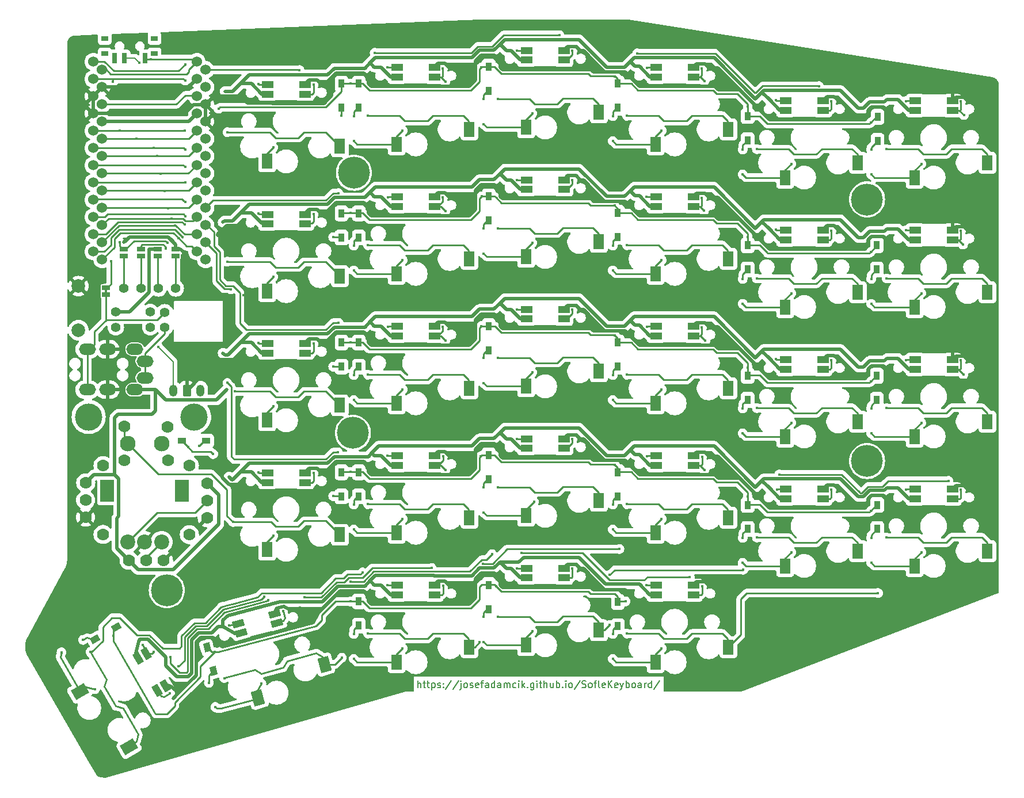
<source format=gtl>
G04 #@! TF.GenerationSoftware,KiCad,Pcbnew,8.0.6*
G04 #@! TF.CreationDate,2025-05-27T16:28:12+10:00*
G04 #@! TF.ProjectId,JofleKeyboard,4a6f666c-654b-4657-9962-6f6172642e6b,rev?*
G04 #@! TF.SameCoordinates,Original*
G04 #@! TF.FileFunction,Copper,L1,Top*
G04 #@! TF.FilePolarity,Positive*
%FSLAX46Y46*%
G04 Gerber Fmt 4.6, Leading zero omitted, Abs format (unit mm)*
G04 Created by KiCad (PCBNEW 8.0.6) date 2025-05-27 16:28:12*
%MOMM*%
%LPD*%
G01*
G04 APERTURE LIST*
G04 Aperture macros list*
%AMRoundRect*
0 Rectangle with rounded corners*
0 $1 Rounding radius*
0 $2 $3 $4 $5 $6 $7 $8 $9 X,Y pos of 4 corners*
0 Add a 4 corners polygon primitive as box body*
4,1,4,$2,$3,$4,$5,$6,$7,$8,$9,$2,$3,0*
0 Add four circle primitives for the rounded corners*
1,1,$1+$1,$2,$3*
1,1,$1+$1,$4,$5*
1,1,$1+$1,$6,$7*
1,1,$1+$1,$8,$9*
0 Add four rect primitives between the rounded corners*
20,1,$1+$1,$2,$3,$4,$5,0*
20,1,$1+$1,$4,$5,$6,$7,0*
20,1,$1+$1,$6,$7,$8,$9,0*
20,1,$1+$1,$8,$9,$2,$3,0*%
%AMRotRect*
0 Rectangle, with rotation*
0 The origin of the aperture is its center*
0 $1 length*
0 $2 width*
0 $3 Rotation angle, in degrees counterclockwise*
0 Add horizontal line*
21,1,$1,$2,0,0,$3*%
G04 Aperture macros list end*
%ADD10C,0.150000*%
G04 #@! TA.AperFunction,NonConductor*
%ADD11C,0.150000*%
G04 #@! TD*
G04 #@! TA.AperFunction,EtchedComponent*
%ADD12C,0.100000*%
G04 #@! TD*
G04 #@! TA.AperFunction,ComponentPad*
%ADD13C,1.397000*%
G04 #@! TD*
G04 #@! TA.AperFunction,ComponentPad*
%ADD14O,2.500000X1.700000*%
G04 #@! TD*
G04 #@! TA.AperFunction,ComponentPad*
%ADD15C,4.700000*%
G04 #@! TD*
G04 #@! TA.AperFunction,ComponentPad*
%ADD16C,1.524000*%
G04 #@! TD*
G04 #@! TA.AperFunction,SMDPad,CuDef*
%ADD17R,1.143000X0.635000*%
G04 #@! TD*
G04 #@! TA.AperFunction,ComponentPad*
%ADD18C,2.000000*%
G04 #@! TD*
G04 #@! TA.AperFunction,SMDPad,CuDef*
%ADD19R,0.950000X1.300000*%
G04 #@! TD*
G04 #@! TA.AperFunction,SMDPad,CuDef*
%ADD20R,1.300000X0.950000*%
G04 #@! TD*
G04 #@! TA.AperFunction,SMDPad,CuDef*
%ADD21RotRect,1.300000X0.950000X210.000000*%
G04 #@! TD*
G04 #@! TA.AperFunction,SMDPad,CuDef*
%ADD22R,1.700000X1.000000*%
G04 #@! TD*
G04 #@! TA.AperFunction,SMDPad,CuDef*
%ADD23R,1.600000X2.200000*%
G04 #@! TD*
G04 #@! TA.AperFunction,SMDPad,CuDef*
%ADD24RotRect,1.700000X1.000000X120.000000*%
G04 #@! TD*
G04 #@! TA.AperFunction,SMDPad,CuDef*
%ADD25RotRect,1.600000X2.200000X120.000000*%
G04 #@! TD*
G04 #@! TA.AperFunction,ComponentPad*
%ADD26C,4.000000*%
G04 #@! TD*
G04 #@! TA.AperFunction,SMDPad,CuDef*
%ADD27RotRect,1.700000X1.000000X195.000000*%
G04 #@! TD*
G04 #@! TA.AperFunction,SMDPad,CuDef*
%ADD28RotRect,1.600000X2.200000X195.000000*%
G04 #@! TD*
G04 #@! TA.AperFunction,SMDPad,CuDef*
%ADD29RotRect,1.300000X0.950000X285.000000*%
G04 #@! TD*
G04 #@! TA.AperFunction,SMDPad,CuDef*
%ADD30R,1.000000X0.800000*%
G04 #@! TD*
G04 #@! TA.AperFunction,SMDPad,CuDef*
%ADD31R,0.700000X1.500000*%
G04 #@! TD*
G04 #@! TA.AperFunction,ComponentPad*
%ADD32C,2.200000*%
G04 #@! TD*
G04 #@! TA.AperFunction,ComponentPad*
%ADD33R,2.000000X3.200000*%
G04 #@! TD*
G04 #@! TA.AperFunction,ComponentPad*
%ADD34C,2.300000*%
G04 #@! TD*
G04 #@! TA.AperFunction,ComponentPad*
%ADD35C,1.778000*%
G04 #@! TD*
G04 #@! TA.AperFunction,ComponentPad*
%ADD36RoundRect,0.250000X0.350000X0.625000X-0.350000X0.625000X-0.350000X-0.625000X0.350000X-0.625000X0*%
G04 #@! TD*
G04 #@! TA.AperFunction,ComponentPad*
%ADD37O,1.200000X1.750000*%
G04 #@! TD*
G04 #@! TA.AperFunction,ViaPad*
%ADD38C,0.400000*%
G04 #@! TD*
G04 #@! TA.AperFunction,Conductor*
%ADD39C,0.250000*%
G04 #@! TD*
G04 #@! TA.AperFunction,Conductor*
%ADD40C,0.500000*%
G04 #@! TD*
G04 #@! TA.AperFunction,Conductor*
%ADD41C,0.200000*%
G04 #@! TD*
G04 APERTURE END LIST*
D10*
D11*
X139927333Y-133339459D02*
X139927333Y-132339459D01*
X140355904Y-133339459D02*
X140355904Y-132815649D01*
X140355904Y-132815649D02*
X140308285Y-132720411D01*
X140308285Y-132720411D02*
X140213047Y-132672792D01*
X140213047Y-132672792D02*
X140070190Y-132672792D01*
X140070190Y-132672792D02*
X139974952Y-132720411D01*
X139974952Y-132720411D02*
X139927333Y-132768030D01*
X140689238Y-132672792D02*
X141070190Y-132672792D01*
X140832095Y-132339459D02*
X140832095Y-133196601D01*
X140832095Y-133196601D02*
X140879714Y-133291840D01*
X140879714Y-133291840D02*
X140974952Y-133339459D01*
X140974952Y-133339459D02*
X141070190Y-133339459D01*
X141260667Y-132672792D02*
X141641619Y-132672792D01*
X141403524Y-132339459D02*
X141403524Y-133196601D01*
X141403524Y-133196601D02*
X141451143Y-133291840D01*
X141451143Y-133291840D02*
X141546381Y-133339459D01*
X141546381Y-133339459D02*
X141641619Y-133339459D01*
X141974953Y-132672792D02*
X141974953Y-133672792D01*
X141974953Y-132720411D02*
X142070191Y-132672792D01*
X142070191Y-132672792D02*
X142260667Y-132672792D01*
X142260667Y-132672792D02*
X142355905Y-132720411D01*
X142355905Y-132720411D02*
X142403524Y-132768030D01*
X142403524Y-132768030D02*
X142451143Y-132863268D01*
X142451143Y-132863268D02*
X142451143Y-133148982D01*
X142451143Y-133148982D02*
X142403524Y-133244220D01*
X142403524Y-133244220D02*
X142355905Y-133291840D01*
X142355905Y-133291840D02*
X142260667Y-133339459D01*
X142260667Y-133339459D02*
X142070191Y-133339459D01*
X142070191Y-133339459D02*
X141974953Y-133291840D01*
X142832096Y-133291840D02*
X142927334Y-133339459D01*
X142927334Y-133339459D02*
X143117810Y-133339459D01*
X143117810Y-133339459D02*
X143213048Y-133291840D01*
X143213048Y-133291840D02*
X143260667Y-133196601D01*
X143260667Y-133196601D02*
X143260667Y-133148982D01*
X143260667Y-133148982D02*
X143213048Y-133053744D01*
X143213048Y-133053744D02*
X143117810Y-133006125D01*
X143117810Y-133006125D02*
X142974953Y-133006125D01*
X142974953Y-133006125D02*
X142879715Y-132958506D01*
X142879715Y-132958506D02*
X142832096Y-132863268D01*
X142832096Y-132863268D02*
X142832096Y-132815649D01*
X142832096Y-132815649D02*
X142879715Y-132720411D01*
X142879715Y-132720411D02*
X142974953Y-132672792D01*
X142974953Y-132672792D02*
X143117810Y-132672792D01*
X143117810Y-132672792D02*
X143213048Y-132720411D01*
X143689239Y-133244220D02*
X143736858Y-133291840D01*
X143736858Y-133291840D02*
X143689239Y-133339459D01*
X143689239Y-133339459D02*
X143641620Y-133291840D01*
X143641620Y-133291840D02*
X143689239Y-133244220D01*
X143689239Y-133244220D02*
X143689239Y-133339459D01*
X143689239Y-132720411D02*
X143736858Y-132768030D01*
X143736858Y-132768030D02*
X143689239Y-132815649D01*
X143689239Y-132815649D02*
X143641620Y-132768030D01*
X143641620Y-132768030D02*
X143689239Y-132720411D01*
X143689239Y-132720411D02*
X143689239Y-132815649D01*
X144879714Y-132291840D02*
X144022572Y-133577554D01*
X145927333Y-132291840D02*
X145070191Y-133577554D01*
X146260667Y-132672792D02*
X146260667Y-133529935D01*
X146260667Y-133529935D02*
X146213048Y-133625173D01*
X146213048Y-133625173D02*
X146117810Y-133672792D01*
X146117810Y-133672792D02*
X146070191Y-133672792D01*
X146260667Y-132339459D02*
X146213048Y-132387078D01*
X146213048Y-132387078D02*
X146260667Y-132434697D01*
X146260667Y-132434697D02*
X146308286Y-132387078D01*
X146308286Y-132387078D02*
X146260667Y-132339459D01*
X146260667Y-132339459D02*
X146260667Y-132434697D01*
X146879714Y-133339459D02*
X146784476Y-133291840D01*
X146784476Y-133291840D02*
X146736857Y-133244220D01*
X146736857Y-133244220D02*
X146689238Y-133148982D01*
X146689238Y-133148982D02*
X146689238Y-132863268D01*
X146689238Y-132863268D02*
X146736857Y-132768030D01*
X146736857Y-132768030D02*
X146784476Y-132720411D01*
X146784476Y-132720411D02*
X146879714Y-132672792D01*
X146879714Y-132672792D02*
X147022571Y-132672792D01*
X147022571Y-132672792D02*
X147117809Y-132720411D01*
X147117809Y-132720411D02*
X147165428Y-132768030D01*
X147165428Y-132768030D02*
X147213047Y-132863268D01*
X147213047Y-132863268D02*
X147213047Y-133148982D01*
X147213047Y-133148982D02*
X147165428Y-133244220D01*
X147165428Y-133244220D02*
X147117809Y-133291840D01*
X147117809Y-133291840D02*
X147022571Y-133339459D01*
X147022571Y-133339459D02*
X146879714Y-133339459D01*
X147594000Y-133291840D02*
X147689238Y-133339459D01*
X147689238Y-133339459D02*
X147879714Y-133339459D01*
X147879714Y-133339459D02*
X147974952Y-133291840D01*
X147974952Y-133291840D02*
X148022571Y-133196601D01*
X148022571Y-133196601D02*
X148022571Y-133148982D01*
X148022571Y-133148982D02*
X147974952Y-133053744D01*
X147974952Y-133053744D02*
X147879714Y-133006125D01*
X147879714Y-133006125D02*
X147736857Y-133006125D01*
X147736857Y-133006125D02*
X147641619Y-132958506D01*
X147641619Y-132958506D02*
X147594000Y-132863268D01*
X147594000Y-132863268D02*
X147594000Y-132815649D01*
X147594000Y-132815649D02*
X147641619Y-132720411D01*
X147641619Y-132720411D02*
X147736857Y-132672792D01*
X147736857Y-132672792D02*
X147879714Y-132672792D01*
X147879714Y-132672792D02*
X147974952Y-132720411D01*
X148832095Y-133291840D02*
X148736857Y-133339459D01*
X148736857Y-133339459D02*
X148546381Y-133339459D01*
X148546381Y-133339459D02*
X148451143Y-133291840D01*
X148451143Y-133291840D02*
X148403524Y-133196601D01*
X148403524Y-133196601D02*
X148403524Y-132815649D01*
X148403524Y-132815649D02*
X148451143Y-132720411D01*
X148451143Y-132720411D02*
X148546381Y-132672792D01*
X148546381Y-132672792D02*
X148736857Y-132672792D01*
X148736857Y-132672792D02*
X148832095Y-132720411D01*
X148832095Y-132720411D02*
X148879714Y-132815649D01*
X148879714Y-132815649D02*
X148879714Y-132910887D01*
X148879714Y-132910887D02*
X148403524Y-133006125D01*
X149165429Y-132672792D02*
X149546381Y-132672792D01*
X149308286Y-133339459D02*
X149308286Y-132482316D01*
X149308286Y-132482316D02*
X149355905Y-132387078D01*
X149355905Y-132387078D02*
X149451143Y-132339459D01*
X149451143Y-132339459D02*
X149546381Y-132339459D01*
X150308286Y-133339459D02*
X150308286Y-132815649D01*
X150308286Y-132815649D02*
X150260667Y-132720411D01*
X150260667Y-132720411D02*
X150165429Y-132672792D01*
X150165429Y-132672792D02*
X149974953Y-132672792D01*
X149974953Y-132672792D02*
X149879715Y-132720411D01*
X150308286Y-133291840D02*
X150213048Y-133339459D01*
X150213048Y-133339459D02*
X149974953Y-133339459D01*
X149974953Y-133339459D02*
X149879715Y-133291840D01*
X149879715Y-133291840D02*
X149832096Y-133196601D01*
X149832096Y-133196601D02*
X149832096Y-133101363D01*
X149832096Y-133101363D02*
X149879715Y-133006125D01*
X149879715Y-133006125D02*
X149974953Y-132958506D01*
X149974953Y-132958506D02*
X150213048Y-132958506D01*
X150213048Y-132958506D02*
X150308286Y-132910887D01*
X151213048Y-133339459D02*
X151213048Y-132339459D01*
X151213048Y-133291840D02*
X151117810Y-133339459D01*
X151117810Y-133339459D02*
X150927334Y-133339459D01*
X150927334Y-133339459D02*
X150832096Y-133291840D01*
X150832096Y-133291840D02*
X150784477Y-133244220D01*
X150784477Y-133244220D02*
X150736858Y-133148982D01*
X150736858Y-133148982D02*
X150736858Y-132863268D01*
X150736858Y-132863268D02*
X150784477Y-132768030D01*
X150784477Y-132768030D02*
X150832096Y-132720411D01*
X150832096Y-132720411D02*
X150927334Y-132672792D01*
X150927334Y-132672792D02*
X151117810Y-132672792D01*
X151117810Y-132672792D02*
X151213048Y-132720411D01*
X152117810Y-133339459D02*
X152117810Y-132815649D01*
X152117810Y-132815649D02*
X152070191Y-132720411D01*
X152070191Y-132720411D02*
X151974953Y-132672792D01*
X151974953Y-132672792D02*
X151784477Y-132672792D01*
X151784477Y-132672792D02*
X151689239Y-132720411D01*
X152117810Y-133291840D02*
X152022572Y-133339459D01*
X152022572Y-133339459D02*
X151784477Y-133339459D01*
X151784477Y-133339459D02*
X151689239Y-133291840D01*
X151689239Y-133291840D02*
X151641620Y-133196601D01*
X151641620Y-133196601D02*
X151641620Y-133101363D01*
X151641620Y-133101363D02*
X151689239Y-133006125D01*
X151689239Y-133006125D02*
X151784477Y-132958506D01*
X151784477Y-132958506D02*
X152022572Y-132958506D01*
X152022572Y-132958506D02*
X152117810Y-132910887D01*
X152594001Y-133339459D02*
X152594001Y-132672792D01*
X152594001Y-132768030D02*
X152641620Y-132720411D01*
X152641620Y-132720411D02*
X152736858Y-132672792D01*
X152736858Y-132672792D02*
X152879715Y-132672792D01*
X152879715Y-132672792D02*
X152974953Y-132720411D01*
X152974953Y-132720411D02*
X153022572Y-132815649D01*
X153022572Y-132815649D02*
X153022572Y-133339459D01*
X153022572Y-132815649D02*
X153070191Y-132720411D01*
X153070191Y-132720411D02*
X153165429Y-132672792D01*
X153165429Y-132672792D02*
X153308286Y-132672792D01*
X153308286Y-132672792D02*
X153403525Y-132720411D01*
X153403525Y-132720411D02*
X153451144Y-132815649D01*
X153451144Y-132815649D02*
X153451144Y-133339459D01*
X154355905Y-133291840D02*
X154260667Y-133339459D01*
X154260667Y-133339459D02*
X154070191Y-133339459D01*
X154070191Y-133339459D02*
X153974953Y-133291840D01*
X153974953Y-133291840D02*
X153927334Y-133244220D01*
X153927334Y-133244220D02*
X153879715Y-133148982D01*
X153879715Y-133148982D02*
X153879715Y-132863268D01*
X153879715Y-132863268D02*
X153927334Y-132768030D01*
X153927334Y-132768030D02*
X153974953Y-132720411D01*
X153974953Y-132720411D02*
X154070191Y-132672792D01*
X154070191Y-132672792D02*
X154260667Y-132672792D01*
X154260667Y-132672792D02*
X154355905Y-132720411D01*
X154784477Y-133339459D02*
X154784477Y-132672792D01*
X154784477Y-132339459D02*
X154736858Y-132387078D01*
X154736858Y-132387078D02*
X154784477Y-132434697D01*
X154784477Y-132434697D02*
X154832096Y-132387078D01*
X154832096Y-132387078D02*
X154784477Y-132339459D01*
X154784477Y-132339459D02*
X154784477Y-132434697D01*
X155260667Y-133339459D02*
X155260667Y-132339459D01*
X155355905Y-132958506D02*
X155641619Y-133339459D01*
X155641619Y-132672792D02*
X155260667Y-133053744D01*
X156070191Y-133244220D02*
X156117810Y-133291840D01*
X156117810Y-133291840D02*
X156070191Y-133339459D01*
X156070191Y-133339459D02*
X156022572Y-133291840D01*
X156022572Y-133291840D02*
X156070191Y-133244220D01*
X156070191Y-133244220D02*
X156070191Y-133339459D01*
X156974952Y-132672792D02*
X156974952Y-133482316D01*
X156974952Y-133482316D02*
X156927333Y-133577554D01*
X156927333Y-133577554D02*
X156879714Y-133625173D01*
X156879714Y-133625173D02*
X156784476Y-133672792D01*
X156784476Y-133672792D02*
X156641619Y-133672792D01*
X156641619Y-133672792D02*
X156546381Y-133625173D01*
X156974952Y-133291840D02*
X156879714Y-133339459D01*
X156879714Y-133339459D02*
X156689238Y-133339459D01*
X156689238Y-133339459D02*
X156594000Y-133291840D01*
X156594000Y-133291840D02*
X156546381Y-133244220D01*
X156546381Y-133244220D02*
X156498762Y-133148982D01*
X156498762Y-133148982D02*
X156498762Y-132863268D01*
X156498762Y-132863268D02*
X156546381Y-132768030D01*
X156546381Y-132768030D02*
X156594000Y-132720411D01*
X156594000Y-132720411D02*
X156689238Y-132672792D01*
X156689238Y-132672792D02*
X156879714Y-132672792D01*
X156879714Y-132672792D02*
X156974952Y-132720411D01*
X157451143Y-133339459D02*
X157451143Y-132672792D01*
X157451143Y-132339459D02*
X157403524Y-132387078D01*
X157403524Y-132387078D02*
X157451143Y-132434697D01*
X157451143Y-132434697D02*
X157498762Y-132387078D01*
X157498762Y-132387078D02*
X157451143Y-132339459D01*
X157451143Y-132339459D02*
X157451143Y-132434697D01*
X157784476Y-132672792D02*
X158165428Y-132672792D01*
X157927333Y-132339459D02*
X157927333Y-133196601D01*
X157927333Y-133196601D02*
X157974952Y-133291840D01*
X157974952Y-133291840D02*
X158070190Y-133339459D01*
X158070190Y-133339459D02*
X158165428Y-133339459D01*
X158498762Y-133339459D02*
X158498762Y-132339459D01*
X158927333Y-133339459D02*
X158927333Y-132815649D01*
X158927333Y-132815649D02*
X158879714Y-132720411D01*
X158879714Y-132720411D02*
X158784476Y-132672792D01*
X158784476Y-132672792D02*
X158641619Y-132672792D01*
X158641619Y-132672792D02*
X158546381Y-132720411D01*
X158546381Y-132720411D02*
X158498762Y-132768030D01*
X159832095Y-132672792D02*
X159832095Y-133339459D01*
X159403524Y-132672792D02*
X159403524Y-133196601D01*
X159403524Y-133196601D02*
X159451143Y-133291840D01*
X159451143Y-133291840D02*
X159546381Y-133339459D01*
X159546381Y-133339459D02*
X159689238Y-133339459D01*
X159689238Y-133339459D02*
X159784476Y-133291840D01*
X159784476Y-133291840D02*
X159832095Y-133244220D01*
X160308286Y-133339459D02*
X160308286Y-132339459D01*
X160308286Y-132720411D02*
X160403524Y-132672792D01*
X160403524Y-132672792D02*
X160594000Y-132672792D01*
X160594000Y-132672792D02*
X160689238Y-132720411D01*
X160689238Y-132720411D02*
X160736857Y-132768030D01*
X160736857Y-132768030D02*
X160784476Y-132863268D01*
X160784476Y-132863268D02*
X160784476Y-133148982D01*
X160784476Y-133148982D02*
X160736857Y-133244220D01*
X160736857Y-133244220D02*
X160689238Y-133291840D01*
X160689238Y-133291840D02*
X160594000Y-133339459D01*
X160594000Y-133339459D02*
X160403524Y-133339459D01*
X160403524Y-133339459D02*
X160308286Y-133291840D01*
X161213048Y-133244220D02*
X161260667Y-133291840D01*
X161260667Y-133291840D02*
X161213048Y-133339459D01*
X161213048Y-133339459D02*
X161165429Y-133291840D01*
X161165429Y-133291840D02*
X161213048Y-133244220D01*
X161213048Y-133244220D02*
X161213048Y-133339459D01*
X161689238Y-133339459D02*
X161689238Y-132672792D01*
X161689238Y-132339459D02*
X161641619Y-132387078D01*
X161641619Y-132387078D02*
X161689238Y-132434697D01*
X161689238Y-132434697D02*
X161736857Y-132387078D01*
X161736857Y-132387078D02*
X161689238Y-132339459D01*
X161689238Y-132339459D02*
X161689238Y-132434697D01*
X162308285Y-133339459D02*
X162213047Y-133291840D01*
X162213047Y-133291840D02*
X162165428Y-133244220D01*
X162165428Y-133244220D02*
X162117809Y-133148982D01*
X162117809Y-133148982D02*
X162117809Y-132863268D01*
X162117809Y-132863268D02*
X162165428Y-132768030D01*
X162165428Y-132768030D02*
X162213047Y-132720411D01*
X162213047Y-132720411D02*
X162308285Y-132672792D01*
X162308285Y-132672792D02*
X162451142Y-132672792D01*
X162451142Y-132672792D02*
X162546380Y-132720411D01*
X162546380Y-132720411D02*
X162593999Y-132768030D01*
X162593999Y-132768030D02*
X162641618Y-132863268D01*
X162641618Y-132863268D02*
X162641618Y-133148982D01*
X162641618Y-133148982D02*
X162593999Y-133244220D01*
X162593999Y-133244220D02*
X162546380Y-133291840D01*
X162546380Y-133291840D02*
X162451142Y-133339459D01*
X162451142Y-133339459D02*
X162308285Y-133339459D01*
X163784475Y-132291840D02*
X162927333Y-133577554D01*
X164070190Y-133291840D02*
X164213047Y-133339459D01*
X164213047Y-133339459D02*
X164451142Y-133339459D01*
X164451142Y-133339459D02*
X164546380Y-133291840D01*
X164546380Y-133291840D02*
X164593999Y-133244220D01*
X164593999Y-133244220D02*
X164641618Y-133148982D01*
X164641618Y-133148982D02*
X164641618Y-133053744D01*
X164641618Y-133053744D02*
X164593999Y-132958506D01*
X164593999Y-132958506D02*
X164546380Y-132910887D01*
X164546380Y-132910887D02*
X164451142Y-132863268D01*
X164451142Y-132863268D02*
X164260666Y-132815649D01*
X164260666Y-132815649D02*
X164165428Y-132768030D01*
X164165428Y-132768030D02*
X164117809Y-132720411D01*
X164117809Y-132720411D02*
X164070190Y-132625173D01*
X164070190Y-132625173D02*
X164070190Y-132529935D01*
X164070190Y-132529935D02*
X164117809Y-132434697D01*
X164117809Y-132434697D02*
X164165428Y-132387078D01*
X164165428Y-132387078D02*
X164260666Y-132339459D01*
X164260666Y-132339459D02*
X164498761Y-132339459D01*
X164498761Y-132339459D02*
X164641618Y-132387078D01*
X165213047Y-133339459D02*
X165117809Y-133291840D01*
X165117809Y-133291840D02*
X165070190Y-133244220D01*
X165070190Y-133244220D02*
X165022571Y-133148982D01*
X165022571Y-133148982D02*
X165022571Y-132863268D01*
X165022571Y-132863268D02*
X165070190Y-132768030D01*
X165070190Y-132768030D02*
X165117809Y-132720411D01*
X165117809Y-132720411D02*
X165213047Y-132672792D01*
X165213047Y-132672792D02*
X165355904Y-132672792D01*
X165355904Y-132672792D02*
X165451142Y-132720411D01*
X165451142Y-132720411D02*
X165498761Y-132768030D01*
X165498761Y-132768030D02*
X165546380Y-132863268D01*
X165546380Y-132863268D02*
X165546380Y-133148982D01*
X165546380Y-133148982D02*
X165498761Y-133244220D01*
X165498761Y-133244220D02*
X165451142Y-133291840D01*
X165451142Y-133291840D02*
X165355904Y-133339459D01*
X165355904Y-133339459D02*
X165213047Y-133339459D01*
X165832095Y-132672792D02*
X166213047Y-132672792D01*
X165974952Y-133339459D02*
X165974952Y-132482316D01*
X165974952Y-132482316D02*
X166022571Y-132387078D01*
X166022571Y-132387078D02*
X166117809Y-132339459D01*
X166117809Y-132339459D02*
X166213047Y-132339459D01*
X166689238Y-133339459D02*
X166594000Y-133291840D01*
X166594000Y-133291840D02*
X166546381Y-133196601D01*
X166546381Y-133196601D02*
X166546381Y-132339459D01*
X167451143Y-133291840D02*
X167355905Y-133339459D01*
X167355905Y-133339459D02*
X167165429Y-133339459D01*
X167165429Y-133339459D02*
X167070191Y-133291840D01*
X167070191Y-133291840D02*
X167022572Y-133196601D01*
X167022572Y-133196601D02*
X167022572Y-132815649D01*
X167022572Y-132815649D02*
X167070191Y-132720411D01*
X167070191Y-132720411D02*
X167165429Y-132672792D01*
X167165429Y-132672792D02*
X167355905Y-132672792D01*
X167355905Y-132672792D02*
X167451143Y-132720411D01*
X167451143Y-132720411D02*
X167498762Y-132815649D01*
X167498762Y-132815649D02*
X167498762Y-132910887D01*
X167498762Y-132910887D02*
X167022572Y-133006125D01*
X167927334Y-133339459D02*
X167927334Y-132339459D01*
X168498762Y-133339459D02*
X168070191Y-132768030D01*
X168498762Y-132339459D02*
X167927334Y-132910887D01*
X169308286Y-133291840D02*
X169213048Y-133339459D01*
X169213048Y-133339459D02*
X169022572Y-133339459D01*
X169022572Y-133339459D02*
X168927334Y-133291840D01*
X168927334Y-133291840D02*
X168879715Y-133196601D01*
X168879715Y-133196601D02*
X168879715Y-132815649D01*
X168879715Y-132815649D02*
X168927334Y-132720411D01*
X168927334Y-132720411D02*
X169022572Y-132672792D01*
X169022572Y-132672792D02*
X169213048Y-132672792D01*
X169213048Y-132672792D02*
X169308286Y-132720411D01*
X169308286Y-132720411D02*
X169355905Y-132815649D01*
X169355905Y-132815649D02*
X169355905Y-132910887D01*
X169355905Y-132910887D02*
X168879715Y-133006125D01*
X169689239Y-132672792D02*
X169927334Y-133339459D01*
X170165429Y-132672792D02*
X169927334Y-133339459D01*
X169927334Y-133339459D02*
X169832096Y-133577554D01*
X169832096Y-133577554D02*
X169784477Y-133625173D01*
X169784477Y-133625173D02*
X169689239Y-133672792D01*
X170546382Y-133339459D02*
X170546382Y-132339459D01*
X170546382Y-132720411D02*
X170641620Y-132672792D01*
X170641620Y-132672792D02*
X170832096Y-132672792D01*
X170832096Y-132672792D02*
X170927334Y-132720411D01*
X170927334Y-132720411D02*
X170974953Y-132768030D01*
X170974953Y-132768030D02*
X171022572Y-132863268D01*
X171022572Y-132863268D02*
X171022572Y-133148982D01*
X171022572Y-133148982D02*
X170974953Y-133244220D01*
X170974953Y-133244220D02*
X170927334Y-133291840D01*
X170927334Y-133291840D02*
X170832096Y-133339459D01*
X170832096Y-133339459D02*
X170641620Y-133339459D01*
X170641620Y-133339459D02*
X170546382Y-133291840D01*
X171594001Y-133339459D02*
X171498763Y-133291840D01*
X171498763Y-133291840D02*
X171451144Y-133244220D01*
X171451144Y-133244220D02*
X171403525Y-133148982D01*
X171403525Y-133148982D02*
X171403525Y-132863268D01*
X171403525Y-132863268D02*
X171451144Y-132768030D01*
X171451144Y-132768030D02*
X171498763Y-132720411D01*
X171498763Y-132720411D02*
X171594001Y-132672792D01*
X171594001Y-132672792D02*
X171736858Y-132672792D01*
X171736858Y-132672792D02*
X171832096Y-132720411D01*
X171832096Y-132720411D02*
X171879715Y-132768030D01*
X171879715Y-132768030D02*
X171927334Y-132863268D01*
X171927334Y-132863268D02*
X171927334Y-133148982D01*
X171927334Y-133148982D02*
X171879715Y-133244220D01*
X171879715Y-133244220D02*
X171832096Y-133291840D01*
X171832096Y-133291840D02*
X171736858Y-133339459D01*
X171736858Y-133339459D02*
X171594001Y-133339459D01*
X172784477Y-133339459D02*
X172784477Y-132815649D01*
X172784477Y-132815649D02*
X172736858Y-132720411D01*
X172736858Y-132720411D02*
X172641620Y-132672792D01*
X172641620Y-132672792D02*
X172451144Y-132672792D01*
X172451144Y-132672792D02*
X172355906Y-132720411D01*
X172784477Y-133291840D02*
X172689239Y-133339459D01*
X172689239Y-133339459D02*
X172451144Y-133339459D01*
X172451144Y-133339459D02*
X172355906Y-133291840D01*
X172355906Y-133291840D02*
X172308287Y-133196601D01*
X172308287Y-133196601D02*
X172308287Y-133101363D01*
X172308287Y-133101363D02*
X172355906Y-133006125D01*
X172355906Y-133006125D02*
X172451144Y-132958506D01*
X172451144Y-132958506D02*
X172689239Y-132958506D01*
X172689239Y-132958506D02*
X172784477Y-132910887D01*
X173260668Y-133339459D02*
X173260668Y-132672792D01*
X173260668Y-132863268D02*
X173308287Y-132768030D01*
X173308287Y-132768030D02*
X173355906Y-132720411D01*
X173355906Y-132720411D02*
X173451144Y-132672792D01*
X173451144Y-132672792D02*
X173546382Y-132672792D01*
X174308287Y-133339459D02*
X174308287Y-132339459D01*
X174308287Y-133291840D02*
X174213049Y-133339459D01*
X174213049Y-133339459D02*
X174022573Y-133339459D01*
X174022573Y-133339459D02*
X173927335Y-133291840D01*
X173927335Y-133291840D02*
X173879716Y-133244220D01*
X173879716Y-133244220D02*
X173832097Y-133148982D01*
X173832097Y-133148982D02*
X173832097Y-132863268D01*
X173832097Y-132863268D02*
X173879716Y-132768030D01*
X173879716Y-132768030D02*
X173927335Y-132720411D01*
X173927335Y-132720411D02*
X174022573Y-132672792D01*
X174022573Y-132672792D02*
X174213049Y-132672792D01*
X174213049Y-132672792D02*
X174308287Y-132720411D01*
X175498763Y-132291840D02*
X174641621Y-133577554D01*
D12*
X94150000Y-75200000D02*
X93850000Y-75200000D01*
X93850000Y-74800000D01*
X94150000Y-74800000D01*
X94150000Y-75200000D01*
G04 #@! TA.AperFunction,EtchedComponent*
G36*
X94150000Y-75200000D02*
G01*
X93850000Y-75200000D01*
X93850000Y-74800000D01*
X94150000Y-74800000D01*
X94150000Y-75200000D01*
G37*
G04 #@! TD.AperFunction*
D13*
X95499272Y-80311965D03*
X100579272Y-80311965D03*
X95499272Y-78061965D03*
X100579272Y-78061965D03*
D14*
X98300000Y-89500000D03*
X98300000Y-83550000D03*
X94300000Y-89500000D03*
X94300000Y-83550000D03*
X91300000Y-89500000D03*
X91300000Y-83550000D03*
X99800000Y-87750000D03*
X99800000Y-85300000D03*
D13*
X102700000Y-80300000D03*
X102700000Y-78100000D03*
D15*
X103000000Y-119000000D03*
D16*
X92180000Y-41230000D03*
X108718815Y-42425745D03*
X92180000Y-43770000D03*
X108718815Y-44965745D03*
X92180000Y-46310000D03*
X108718815Y-47505745D03*
X92180000Y-48850000D03*
X108718815Y-50045745D03*
X92180000Y-51390000D03*
X108718815Y-52585745D03*
X92180000Y-53930000D03*
X108718815Y-55125745D03*
X92180000Y-56470000D03*
X108718815Y-57665745D03*
X92180000Y-59010000D03*
X108718815Y-60205745D03*
X92180000Y-61550000D03*
X108718815Y-62745745D03*
X92180000Y-64090000D03*
X108718815Y-65285745D03*
X92180000Y-66630000D03*
X108718815Y-67825745D03*
X92180000Y-69170000D03*
X108718815Y-70365745D03*
X93478815Y-70365745D03*
X107420000Y-69170000D03*
X93478815Y-67825745D03*
X107420000Y-66630000D03*
X93478815Y-65285745D03*
X107420000Y-64090000D03*
X93478815Y-62745745D03*
X107420000Y-61550000D03*
X93478815Y-60205745D03*
X107420000Y-59010000D03*
X93478815Y-57665745D03*
X107420000Y-56470000D03*
X93478815Y-55125745D03*
X107420000Y-53930000D03*
X93478815Y-52585745D03*
X107420000Y-51390000D03*
X93478815Y-50045745D03*
X107420000Y-48850000D03*
X93478815Y-47505745D03*
X107420000Y-46310000D03*
X93478815Y-44965745D03*
X107420000Y-43770000D03*
X93478815Y-42425745D03*
X107420000Y-41230000D03*
D17*
X104300000Y-69800380D03*
X104300000Y-68799620D03*
X101700000Y-69800380D03*
X101700000Y-68799620D03*
X99200000Y-69800380D03*
X99200000Y-68799620D03*
D18*
X90000000Y-74250000D03*
X90000000Y-80750000D03*
D17*
X94000000Y-74499620D03*
X94000000Y-75500380D03*
D19*
X128705000Y-44452000D03*
X128705000Y-48002000D03*
X131245000Y-44455000D03*
X131245000Y-48005000D03*
X150345000Y-41955000D03*
X150345000Y-45505000D03*
X169345000Y-44455000D03*
X169345000Y-48005000D03*
X188445000Y-49225000D03*
X188445000Y-52775000D03*
X207545000Y-49355000D03*
X207545000Y-52905000D03*
X128705000Y-82555000D03*
X128705000Y-86105000D03*
X128705000Y-101655000D03*
X128705000Y-105205000D03*
D20*
X105225000Y-97000000D03*
X108775000Y-97000000D03*
D21*
X95544195Y-124463500D03*
X92469805Y-126238500D03*
D22*
X117800000Y-46001000D03*
X117800000Y-44601000D03*
X123300000Y-44601000D03*
X123300000Y-46001000D03*
D23*
X117750000Y-55900000D03*
X128450000Y-53700000D03*
D22*
X155900000Y-41001000D03*
X155900000Y-39601000D03*
X161400000Y-39601000D03*
X161400000Y-41001000D03*
D23*
X155850000Y-50900000D03*
X166550000Y-48700000D03*
D22*
X117800000Y-84101000D03*
X117800000Y-82701000D03*
X123300000Y-82701000D03*
X123300000Y-84101000D03*
D23*
X117750000Y-94000000D03*
X128450000Y-91800000D03*
D22*
X136850000Y-81601000D03*
X136850000Y-80201000D03*
X142350000Y-80201000D03*
X142350000Y-81601000D03*
D23*
X136800000Y-91500000D03*
X147500000Y-89300000D03*
D22*
X117800000Y-103151000D03*
X117800000Y-101751000D03*
X123300000Y-101751000D03*
X123300000Y-103151000D03*
D23*
X117750000Y-113050000D03*
X128450000Y-110850000D03*
D22*
X155900000Y-98151000D03*
X155900000Y-96751000D03*
X161400000Y-96751000D03*
X161400000Y-98151000D03*
D23*
X155850000Y-108050000D03*
X166550000Y-105850000D03*
D22*
X194000000Y-105551000D03*
X194000000Y-104151000D03*
X199500000Y-104151000D03*
X199500000Y-105551000D03*
D23*
X193950000Y-115450000D03*
X204650000Y-113250000D03*
D24*
X98798236Y-129018930D03*
X100010671Y-128318930D03*
X102760671Y-133082070D03*
X101548236Y-133782070D03*
D25*
X90200450Y-133925129D03*
X97455706Y-142091601D03*
D26*
X91500000Y-93500000D03*
D17*
X96700000Y-69800380D03*
X96700000Y-68799620D03*
D13*
X96700000Y-74600000D03*
X99240000Y-74600000D03*
X101780000Y-74600000D03*
X104320000Y-74600000D03*
D26*
X107000000Y-93500000D03*
D27*
X113908687Y-125249015D03*
X113546340Y-123896719D03*
X118858932Y-122473214D03*
X119221279Y-123825510D03*
D28*
X116422440Y-134823656D03*
X126188444Y-129929255D03*
D22*
X213050000Y-67451000D03*
X213050000Y-66051000D03*
X218550000Y-66051000D03*
X218550000Y-67451000D03*
D23*
X213000000Y-77350000D03*
X223700000Y-75150000D03*
D22*
X213050000Y-86501000D03*
X213050000Y-85101000D03*
X218550000Y-85101000D03*
X218550000Y-86501000D03*
D23*
X213000000Y-96400000D03*
X223700000Y-94200000D03*
D22*
X213050000Y-105551000D03*
X213050000Y-104151000D03*
X218550000Y-104151000D03*
X218550000Y-105551000D03*
D23*
X213000000Y-115450000D03*
X223700000Y-113250000D03*
D22*
X174950000Y-43501000D03*
X174950000Y-42101000D03*
X180450000Y-42101000D03*
X180450000Y-43501000D03*
D23*
X174900000Y-53400000D03*
X185600000Y-51200000D03*
D15*
X206000000Y-61500000D03*
D19*
X128705000Y-63555000D03*
X128705000Y-67105000D03*
X131245000Y-63555000D03*
X131245000Y-67105000D03*
X150345000Y-61045000D03*
X150345000Y-64595000D03*
X169345000Y-63455000D03*
X169345000Y-67005000D03*
X188445000Y-68255000D03*
X188445000Y-71805000D03*
X207445000Y-68255000D03*
X207445000Y-71805000D03*
D22*
X194000000Y-48401000D03*
X194000000Y-47001000D03*
X199500000Y-47001000D03*
X199500000Y-48401000D03*
D23*
X193950000Y-58300000D03*
X204650000Y-56100000D03*
D22*
X136850000Y-62551000D03*
X136850000Y-61151000D03*
X142350000Y-61151000D03*
X142350000Y-62551000D03*
D23*
X136800000Y-72450000D03*
X147500000Y-70250000D03*
D22*
X174950000Y-62551000D03*
X174950000Y-61151000D03*
X180450000Y-61151000D03*
X180450000Y-62551000D03*
D23*
X174900000Y-72450000D03*
X185600000Y-70250000D03*
D22*
X155900000Y-60051000D03*
X155900000Y-58651000D03*
X161400000Y-58651000D03*
X161400000Y-60051000D03*
D23*
X155850000Y-69950000D03*
X166550000Y-67750000D03*
D22*
X174950000Y-81601000D03*
X174950000Y-80201000D03*
X180450000Y-80201000D03*
X180450000Y-81601000D03*
D23*
X174900000Y-91500000D03*
X185600000Y-89300000D03*
D22*
X213050000Y-48401000D03*
X213050000Y-47001000D03*
X218550000Y-47001000D03*
X218550000Y-48401000D03*
D23*
X213000000Y-58300000D03*
X223700000Y-56100000D03*
D22*
X117800000Y-65101000D03*
X117800000Y-63701000D03*
X123300000Y-63701000D03*
X123300000Y-65101000D03*
D23*
X117750000Y-75000000D03*
X128450000Y-72800000D03*
D22*
X174950000Y-119701000D03*
X174950000Y-118301000D03*
X180450000Y-118301000D03*
X180450000Y-119701000D03*
D23*
X174900000Y-129600000D03*
X185600000Y-127400000D03*
D22*
X194000000Y-67451000D03*
X194000000Y-66051000D03*
X199500000Y-66051000D03*
X199500000Y-67451000D03*
D23*
X193950000Y-77350000D03*
X204650000Y-75150000D03*
D22*
X174950000Y-100651000D03*
X174950000Y-99251000D03*
X180450000Y-99251000D03*
X180450000Y-100651000D03*
D23*
X174900000Y-110550000D03*
X185600000Y-108350000D03*
D22*
X194000000Y-86501000D03*
X194000000Y-85101000D03*
X199500000Y-85101000D03*
X199500000Y-86501000D03*
D23*
X193950000Y-96400000D03*
X204650000Y-94200000D03*
D22*
X155900000Y-117201000D03*
X155900000Y-115801000D03*
X161400000Y-115801000D03*
X161400000Y-117201000D03*
D23*
X155850000Y-127100000D03*
X166550000Y-124900000D03*
D22*
X155900000Y-79101000D03*
X155900000Y-77701000D03*
X161400000Y-77701000D03*
X161400000Y-79101000D03*
D23*
X155850000Y-89000000D03*
X166550000Y-86800000D03*
D22*
X136850000Y-43501000D03*
X136850000Y-42101000D03*
X142350000Y-42101000D03*
X142350000Y-43501000D03*
D23*
X136800000Y-53400000D03*
X147500000Y-51200000D03*
D29*
X108914596Y-127446482D03*
X109833404Y-130875518D03*
D22*
X136850000Y-100651000D03*
X136850000Y-99251000D03*
X142350000Y-99251000D03*
X142350000Y-100651000D03*
D23*
X136800000Y-110550000D03*
X147500000Y-108350000D03*
D15*
X206000000Y-100000000D03*
D19*
X150345000Y-80145000D03*
X150345000Y-83695000D03*
X169345000Y-82555000D03*
X169345000Y-86105000D03*
X188445000Y-87455000D03*
X188445000Y-91005000D03*
X207445000Y-87455000D03*
X207445000Y-91005000D03*
X131245000Y-120655000D03*
X131245000Y-124205000D03*
X150345000Y-118245000D03*
X150345000Y-121795000D03*
X207495000Y-106455000D03*
X207495000Y-110005000D03*
X131245000Y-101655000D03*
X131245000Y-105205000D03*
X150345000Y-99145000D03*
X150345000Y-102695000D03*
X169345000Y-101655000D03*
X169345000Y-105205000D03*
X188445000Y-106455000D03*
X188445000Y-110005000D03*
X131245000Y-82555000D03*
X131245000Y-86105000D03*
X169345000Y-120755000D03*
X169345000Y-124305000D03*
D22*
X136850000Y-119701000D03*
X136850000Y-118301000D03*
X142350000Y-118301000D03*
X142350000Y-119701000D03*
D23*
X136800000Y-129600000D03*
X147500000Y-127400000D03*
D15*
X130527120Y-57573640D03*
X130375120Y-95852640D03*
D30*
X101189120Y-40057640D03*
X101189120Y-37847640D03*
X93889120Y-40057640D03*
X93889120Y-37847640D03*
D31*
X99789120Y-40707640D03*
X96789120Y-40707640D03*
X95289120Y-40707640D03*
D32*
X97239120Y-111902640D03*
X102239120Y-111902640D03*
X99739120Y-111902640D03*
D33*
X94241070Y-104402640D03*
X105237170Y-104402640D03*
D34*
X102239120Y-97402640D03*
X97239120Y-97402640D03*
D35*
X96790120Y-94929840D03*
X103140120Y-94949640D03*
X96790120Y-99869840D03*
X103150120Y-99889840D03*
X97440120Y-114619840D03*
X99980120Y-114639840D03*
X102520120Y-114619840D03*
X93615120Y-100679840D03*
X93615120Y-110809840D03*
X106315120Y-110824640D03*
X106315120Y-100664640D03*
X91075120Y-103204640D03*
X108954120Y-103277440D03*
X91060120Y-105729840D03*
X108939120Y-105802640D03*
X91060120Y-108269840D03*
X108939120Y-108342640D03*
D36*
X105939120Y-89602640D03*
D37*
X107939120Y-89602640D03*
X103939120Y-89602640D03*
D38*
X211721643Y-47016402D03*
X118674000Y-53861000D03*
X128705000Y-49210360D03*
X170485000Y-120655000D03*
X151412407Y-118391593D03*
X130002940Y-120654080D03*
X105327833Y-67072169D03*
X95141015Y-125740985D03*
X110034374Y-128119626D03*
X109826120Y-98975640D03*
X106143120Y-97959640D03*
X137674000Y-51361000D03*
X130506000Y-52919000D03*
X130506000Y-49252000D03*
X149606000Y-50419000D03*
X149606000Y-46752000D03*
X156774000Y-48861000D03*
X105700000Y-59000000D03*
X149217240Y-42100760D03*
X130002940Y-44454080D03*
X206556000Y-50167000D03*
X110602000Y-48150240D03*
X168907000Y-43381990D03*
X188445000Y-47800520D03*
X168606000Y-52919000D03*
X168606000Y-49252000D03*
X175774000Y-51361000D03*
X206556000Y-69203500D03*
X130002940Y-63490580D03*
X168881120Y-62418490D03*
X149309500Y-61045000D03*
X188445000Y-67006400D03*
X105700000Y-61900000D03*
X128241120Y-60586489D03*
X187706000Y-54152000D03*
X187706000Y-57819000D03*
X194874000Y-56261000D03*
X130002940Y-82554080D03*
X105732756Y-63957326D03*
X168907000Y-81481990D03*
X128241120Y-79646240D03*
X188445000Y-86238340D03*
X206556000Y-88267000D03*
X149266320Y-80145000D03*
X213974000Y-56261000D03*
X206615500Y-57819000D03*
X206615500Y-54152000D03*
X149138500Y-99329500D03*
X188445000Y-105255320D03*
X112439120Y-74727640D03*
X128139520Y-98699989D03*
X130002940Y-101604080D03*
X105600000Y-65200000D03*
X168907000Y-100531990D03*
X111902000Y-88498138D03*
X206556000Y-107317000D03*
X118674000Y-72897500D03*
X127462940Y-67046580D03*
X137674000Y-70397500D03*
X130506000Y-71955500D03*
X130506000Y-68288500D03*
X156774000Y-67897500D03*
X149606000Y-69455500D03*
X149606000Y-65788500D03*
X175774000Y-70397500D03*
X168606000Y-71955500D03*
X168606000Y-68288500D03*
X187706000Y-73188500D03*
X187706000Y-76855500D03*
X194874000Y-75297500D03*
X213974000Y-75297500D03*
X206615500Y-76855500D03*
X206615500Y-73188500D03*
X127462940Y-86110080D03*
X118674000Y-91961000D03*
X137674000Y-89461000D03*
X130506000Y-91019000D03*
X130506000Y-87352000D03*
X156774000Y-86961000D03*
X149606000Y-88519000D03*
X149606000Y-84852000D03*
X168606000Y-87352000D03*
X168606000Y-91019000D03*
X175774000Y-89461000D03*
X194874000Y-94361000D03*
X187706000Y-95919000D03*
X187706000Y-92252000D03*
X213974000Y-94361000D03*
X206615500Y-92252000D03*
X206615500Y-95919000D03*
X118674000Y-111011000D03*
X127462940Y-105160080D03*
X130506000Y-110069000D03*
X137674000Y-108511000D03*
X130506000Y-106402000D03*
X149606000Y-107569000D03*
X149606000Y-103902000D03*
X157023630Y-106011000D03*
X168606000Y-106402000D03*
X175774000Y-108511000D03*
X168606000Y-110069000D03*
X187706000Y-111302000D03*
X194874000Y-113411000D03*
X187706000Y-114969000D03*
X206615500Y-111302000D03*
X213974000Y-113411000D03*
X206615500Y-114969000D03*
X92434759Y-133580730D03*
X87501492Y-128152060D03*
X90677207Y-126318560D03*
X116910669Y-132704788D03*
X109191120Y-132630640D03*
X110143620Y-136186640D03*
X130506000Y-125452000D03*
X130506000Y-129119000D03*
X137674000Y-127561000D03*
X134520000Y-99189000D03*
X153610002Y-96774000D03*
X210566000Y-103929998D03*
X172498998Y-99060000D03*
X191548499Y-103909501D03*
X115470000Y-101602000D03*
X153610002Y-115824000D03*
X172498998Y-118110000D03*
X134520000Y-118239000D03*
X111252089Y-124365260D03*
X98999004Y-126216015D03*
X111560000Y-45595000D03*
X210566000Y-46779998D03*
X153610002Y-77724000D03*
X172498998Y-80010000D03*
X115470000Y-63488500D03*
X191548499Y-65796001D03*
X153610002Y-58660500D03*
X210566000Y-65816498D03*
X191548499Y-84859501D03*
X134520000Y-80139000D03*
X134520000Y-61075500D03*
X134520000Y-42039000D03*
X111252000Y-84102640D03*
X100400000Y-50045745D03*
X115470000Y-44452000D03*
X172498998Y-41910000D03*
X111959443Y-122729443D03*
X191548499Y-46759501D03*
X153610002Y-39624000D03*
X115470000Y-82552000D03*
X112139120Y-102302640D03*
X111827640Y-89501440D03*
X210566000Y-84879998D03*
X111252000Y-64873000D03*
X100400008Y-68800000D03*
X172498998Y-60946500D03*
X182782000Y-99314000D03*
X125663998Y-101600000D03*
X144526000Y-99237998D03*
X220823998Y-104140000D03*
X163845008Y-96787998D03*
X201876002Y-104187998D03*
X163845008Y-115837998D03*
X182782000Y-118364000D03*
X144526000Y-118287998D03*
X120929824Y-121822845D03*
X103959570Y-134905964D03*
X114271120Y-75607640D03*
X163845008Y-77737998D03*
X182782000Y-42164000D03*
X104936620Y-124248640D03*
X111139120Y-102402640D03*
X144526000Y-80187998D03*
X220823998Y-46990000D03*
X220823998Y-66026500D03*
X110497745Y-66794255D03*
X96700000Y-67800000D03*
X182782000Y-61200500D03*
X125663998Y-63486500D03*
X163845008Y-58674498D03*
X115287120Y-113771140D03*
X96900000Y-44965745D03*
X125663998Y-82550000D03*
X110497745Y-74902640D03*
X144526000Y-42087998D03*
X201876002Y-66074498D03*
X201876002Y-47037998D03*
X182782000Y-80264000D03*
X115223620Y-57637140D03*
X220823998Y-85090000D03*
X144526000Y-61124498D03*
X110497745Y-84811745D03*
X125663998Y-44450000D03*
X201876002Y-85137998D03*
X125116920Y-96867440D03*
X109755000Y-125986000D03*
X163845008Y-39637998D03*
X96900000Y-48800000D03*
X149767620Y-36745640D03*
X208892000Y-111254000D03*
X208892000Y-54104000D03*
X170692000Y-125404000D03*
X208892000Y-73140500D03*
X102117351Y-57700640D03*
X207616120Y-119422640D03*
X208892000Y-92204000D03*
X189792000Y-111254000D03*
X151692000Y-122904000D03*
X189792000Y-54104000D03*
X189792000Y-92204000D03*
X168119120Y-124121640D03*
X168119120Y-116755640D03*
X102642351Y-60240640D03*
X189792000Y-73140500D03*
X187804120Y-115993640D03*
X170692000Y-106354000D03*
X132592000Y-125404000D03*
X103167351Y-62780640D03*
X170692000Y-87304000D03*
X149007881Y-126666503D03*
X149513620Y-115104640D03*
X170692000Y-68240500D03*
X169579620Y-112945640D03*
X170692000Y-49204000D03*
X151692000Y-103854000D03*
X111443561Y-131936606D03*
X151692000Y-65740500D03*
X151692000Y-84804000D03*
X130019120Y-117749989D03*
X150844181Y-113704701D03*
X128749120Y-128947640D03*
X103692351Y-64287640D03*
X151692000Y-46704000D03*
X132592000Y-106354000D03*
X132592000Y-68240500D03*
X132592000Y-87304000D03*
X91761776Y-128101089D03*
X131797120Y-116374640D03*
X132592000Y-49204000D03*
X104217351Y-65373666D03*
X105600000Y-51400000D03*
X96050000Y-67805847D03*
X96100000Y-51390000D03*
X103100000Y-67900000D03*
X124602379Y-44592379D03*
X122526120Y-42460640D03*
X105700006Y-41600000D03*
X105700018Y-54200000D03*
X101050008Y-53930000D03*
X102826022Y-68770500D03*
X156774000Y-125061000D03*
X149606000Y-126619000D03*
X149606000Y-122952000D03*
X175774000Y-127561000D03*
X168606000Y-129119000D03*
X168606000Y-125452000D03*
X95100000Y-44200000D03*
X94800000Y-70600000D03*
X105700000Y-44000000D03*
X124602379Y-63628879D03*
X116471155Y-44512918D03*
X135550250Y-61186510D03*
X143989120Y-44211010D03*
X143600000Y-42194758D03*
X107775000Y-97775000D03*
X111921620Y-51604640D03*
X112739120Y-108975000D03*
X111921620Y-70654640D03*
X113001120Y-89768140D03*
X104742351Y-67229150D03*
X101588120Y-55125745D03*
X98514255Y-52585745D03*
X162650012Y-39629978D03*
X133575120Y-39920640D03*
X160753120Y-37325000D03*
X135480000Y-42079760D03*
X162650012Y-58666478D03*
X154525955Y-39620713D03*
X173577119Y-61105381D03*
X182089120Y-44111640D03*
X181700012Y-42213999D03*
X198916620Y-44818000D03*
X200762362Y-47043647D03*
X172183120Y-39992000D03*
X173647499Y-42139261D03*
X200762362Y-66080147D03*
X192622667Y-46914429D03*
X219807379Y-47087379D03*
X220252620Y-49128140D03*
X211721643Y-66052902D03*
X116471155Y-63549418D03*
X124602379Y-82692379D03*
X143989120Y-63247510D03*
X143608120Y-61183843D03*
X135543500Y-80243260D03*
X162650012Y-77729978D03*
X154525955Y-58657213D03*
X181708120Y-61256640D03*
X173647499Y-80239261D03*
X182025620Y-63161640D03*
X200762362Y-85143647D03*
X192622667Y-65950929D03*
X211721643Y-85116402D03*
X219807379Y-66123879D03*
X220125620Y-68178140D03*
X124602379Y-101742379D03*
X116471155Y-82612918D03*
X135473127Y-99222873D03*
X143989120Y-82311010D03*
X143608120Y-80247343D03*
X154525955Y-77720713D03*
X162650012Y-96779978D03*
X181700012Y-80313999D03*
X182216120Y-82311010D03*
X173647499Y-99289261D03*
X192622667Y-85014429D03*
X200762362Y-104193647D03*
X219807379Y-85187379D03*
X220189120Y-87291640D03*
X211743620Y-104166401D03*
X103468847Y-134174698D03*
X104746120Y-130217640D03*
X116493500Y-101706260D03*
X117319120Y-119930640D03*
X135473127Y-118272873D03*
X143629869Y-99314889D03*
X143989120Y-101361010D03*
X154525955Y-96770713D03*
X162650002Y-115829977D03*
X173577119Y-118268881D03*
X182089120Y-101325140D03*
X181729128Y-99377648D03*
X192749998Y-104182640D03*
X217966620Y-102912640D03*
X219807379Y-104237379D03*
X193074620Y-101968000D03*
X120096468Y-122107581D03*
X99446233Y-127058383D03*
X103491120Y-128820640D03*
X101063120Y-128058640D03*
X117904932Y-120463425D03*
X112181506Y-124151291D03*
X123288120Y-120039736D03*
X141957120Y-115739640D03*
X143678106Y-118359344D03*
X154525955Y-115820713D03*
X179930120Y-117073140D03*
X155165120Y-113534150D03*
X181729128Y-118427648D03*
X100639120Y-40855140D03*
X101739120Y-83202640D03*
X98961620Y-41380140D03*
X105699992Y-56700000D03*
D39*
X213050000Y-47001000D02*
X211737045Y-47001000D01*
X211737045Y-47001000D02*
X211721643Y-47016402D01*
X117700000Y-55900000D02*
X117700000Y-54835000D01*
X117700000Y-54835000D02*
X118674000Y-53861000D01*
X128705000Y-48002000D02*
X128705000Y-49210360D01*
X105300001Y-67100001D02*
X105300001Y-67100001D01*
X170485000Y-120655000D02*
X169345000Y-120655000D01*
X168907000Y-119507000D02*
X169345000Y-119945000D01*
X165354000Y-119507000D02*
X168907000Y-119507000D01*
X169345000Y-119945000D02*
X169345000Y-120655000D01*
X152195813Y-119174999D02*
X165021999Y-119174999D01*
X165021999Y-119174999D02*
X165354000Y-119507000D01*
X150345000Y-118155000D02*
X151175814Y-118155000D01*
X151412407Y-118391593D02*
X152195813Y-119174999D01*
X151175814Y-118155000D02*
X151412407Y-118391593D01*
X131831814Y-120655000D02*
X131245000Y-120655000D01*
X147711166Y-121636020D02*
X132812834Y-121636020D01*
X148965010Y-120382176D02*
X147711166Y-121636020D01*
X132812834Y-121636020D02*
X131831814Y-120655000D01*
X150345000Y-118155000D02*
X149363000Y-118155000D01*
X148965010Y-118552990D02*
X148965010Y-120382176D01*
X149363000Y-118155000D02*
X148965010Y-118552990D01*
X131242000Y-120652000D02*
X131245000Y-120655000D01*
X130000860Y-120652000D02*
X130002940Y-120654080D01*
X130000860Y-120652000D02*
X131242000Y-120652000D01*
X124904240Y-124263654D02*
X110513556Y-128119626D01*
X110513556Y-128119626D02*
X110034374Y-128119626D01*
X106778120Y-98594640D02*
X109445120Y-98594640D01*
X127786920Y-120654080D02*
X130002940Y-120654080D01*
X94800000Y-67140970D02*
X95985330Y-65955640D01*
X105127834Y-66872170D02*
X105327833Y-67072169D01*
X110034374Y-128119626D02*
X107917008Y-130236992D01*
X105225000Y-97041520D02*
X106143120Y-97959640D01*
X107917008Y-131761712D02*
X104161920Y-135516800D01*
X92180000Y-69170000D02*
X93830000Y-69170000D01*
X105225000Y-97000000D02*
X105225000Y-97041520D01*
X125780569Y-122660431D02*
X125780569Y-123387325D01*
X95141015Y-124866680D02*
X95544195Y-124463500D01*
X94800000Y-68200000D02*
X94800000Y-67140970D01*
X95985330Y-65955640D02*
X104211304Y-65955640D01*
X109587740Y-128119626D02*
X108914596Y-127446482D01*
X104161920Y-135516800D02*
X104161920Y-136034240D01*
X125780569Y-123387325D02*
X124904240Y-124263654D01*
X110034374Y-128119626D02*
X109587740Y-128119626D01*
X106143120Y-97959640D02*
X106778120Y-98594640D01*
X109445120Y-98594640D02*
X109826120Y-98975640D01*
X95141015Y-125740985D02*
X95141015Y-124866680D01*
X125780569Y-122660431D02*
X127786920Y-120654080D01*
X102986657Y-137209503D02*
X101361057Y-137209503D01*
X104161920Y-136034240D02*
X102986657Y-137209503D01*
X107917008Y-130236992D02*
X107917008Y-131761712D01*
X101361057Y-137209503D02*
X95141015Y-126436076D01*
X93830000Y-69170000D02*
X94800000Y-68200000D01*
X95141015Y-126436076D02*
X95141015Y-125740985D01*
X104211304Y-65955640D02*
X105127834Y-66872170D01*
X130506000Y-48614000D02*
X131245000Y-47875000D01*
X130506000Y-49252000D02*
X130506000Y-48614000D01*
X136700000Y-53400000D02*
X136700000Y-52787000D01*
X130987000Y-53400000D02*
X130506000Y-52919000D01*
X136700000Y-53400000D02*
X130987000Y-53400000D01*
X136700000Y-53400000D02*
X136700000Y-52335000D01*
X136700000Y-52335000D02*
X137674000Y-51361000D01*
X155800000Y-50900000D02*
X155800000Y-50287000D01*
X149606000Y-46752000D02*
X149606000Y-46114000D01*
X150087000Y-50900000D02*
X149606000Y-50419000D01*
X155800000Y-49835000D02*
X156774000Y-48861000D01*
X149606000Y-46114000D02*
X150345000Y-45375000D01*
X155800000Y-50900000D02*
X155800000Y-49835000D01*
X155800000Y-50900000D02*
X150087000Y-50900000D01*
X147711166Y-45436020D02*
X132812834Y-45436020D01*
X131242000Y-44452000D02*
X131245000Y-44455000D01*
X172296832Y-45436020D02*
X171315812Y-44455000D01*
X205997240Y-50374999D02*
X206348001Y-50374999D01*
X191344999Y-50374999D02*
X205997240Y-50374999D01*
X189612000Y-49225000D02*
X190247000Y-49225000D01*
X148965010Y-42352990D02*
X148965010Y-44182176D01*
X110816220Y-47936020D02*
X110602000Y-48150240D01*
X171315812Y-44455000D02*
X170485000Y-44455000D01*
X207545000Y-49355000D02*
X207368000Y-49355000D01*
X189612000Y-49225000D02*
X188445000Y-49225000D01*
X149363000Y-41955000D02*
X149217240Y-42100760D01*
X165354000Y-43307000D02*
X168907000Y-43307000D01*
X170485000Y-44455000D02*
X169345000Y-44455000D01*
X131831814Y-44455000D02*
X131245000Y-44455000D01*
X128705000Y-45590186D02*
X126359166Y-47936020D01*
X148965010Y-44182176D02*
X147711166Y-45436020D01*
X183373814Y-45436020D02*
X172296832Y-45436020D01*
X128705000Y-44452000D02*
X128705000Y-45590186D01*
X132812834Y-45436020D02*
X131831814Y-44455000D01*
X186944000Y-45974000D02*
X183911794Y-45974000D01*
X151412407Y-42191593D02*
X152195813Y-42974999D01*
X130000860Y-44452000D02*
X130002940Y-44454080D01*
X168907000Y-43307000D02*
X169345000Y-43745000D01*
X92180000Y-59010000D02*
X105690000Y-59010000D01*
X152195813Y-42974999D02*
X165021999Y-42974999D01*
X188445000Y-47800520D02*
X188445000Y-47475000D01*
X183911794Y-45974000D02*
X183373814Y-45436020D01*
X105690000Y-59010000D02*
X105700000Y-59000000D01*
X126359166Y-47936020D02*
X123364320Y-47936020D01*
X190247000Y-49225000D02*
X191344999Y-50322999D01*
X150345000Y-41955000D02*
X151175814Y-41955000D01*
X169345000Y-43745000D02*
X169345000Y-44455000D01*
X150345000Y-41955000D02*
X149363000Y-41955000D01*
X188445000Y-47475000D02*
X186944000Y-45974000D01*
X188445000Y-49225000D02*
X188445000Y-47800520D01*
X130000860Y-44452000D02*
X131242000Y-44452000D01*
X151175814Y-41955000D02*
X151412407Y-42191593D01*
X149217240Y-42100760D02*
X148965010Y-42352990D01*
X165021999Y-42974999D02*
X165354000Y-43307000D01*
X128705000Y-44452000D02*
X130000860Y-44452000D01*
X123364320Y-47936020D02*
X110816220Y-47936020D01*
X207368000Y-49355000D02*
X206556000Y-50167000D01*
X191344999Y-50322999D02*
X191344999Y-50374999D01*
X206348001Y-50374999D02*
X206556000Y-50167000D01*
X174800000Y-52335000D02*
X175774000Y-51361000D01*
X174800000Y-53400000D02*
X169087000Y-53400000D01*
X174800000Y-53400000D02*
X174800000Y-52787000D01*
X174800000Y-53400000D02*
X174800000Y-52335000D01*
X168606000Y-48614000D02*
X169345000Y-47875000D01*
X168606000Y-49252000D02*
X168606000Y-48614000D01*
X169087000Y-53400000D02*
X168606000Y-52919000D01*
X189612000Y-68261500D02*
X188445000Y-68261500D01*
X172296832Y-64472520D02*
X171315812Y-63491500D01*
X183373814Y-64472520D02*
X172296832Y-64472520D01*
X188445000Y-66511500D02*
X186944000Y-65010500D01*
X183911794Y-65010500D02*
X183373814Y-64472520D01*
X186944000Y-65010500D02*
X183911794Y-65010500D01*
X170485000Y-63491500D02*
X169345000Y-63491500D01*
X171315812Y-63491500D02*
X170485000Y-63491500D01*
X165354000Y-62343500D02*
X168907000Y-62343500D01*
X152195813Y-62011499D02*
X165021999Y-62011499D01*
X165021999Y-62011499D02*
X165354000Y-62343500D01*
X151412407Y-61228093D02*
X152195813Y-62011499D01*
X131831814Y-63491500D02*
X131245000Y-63491500D01*
X147711166Y-64472520D02*
X132812834Y-64472520D01*
X148965010Y-63218676D02*
X147711166Y-64472520D01*
X132812834Y-64472520D02*
X131831814Y-63491500D01*
X148965010Y-61389490D02*
X148965010Y-63218676D01*
X189612000Y-68261500D02*
X190247000Y-68261500D01*
X190247000Y-68261500D02*
X191344999Y-69359499D01*
X191344999Y-69359499D02*
X191344999Y-69411499D01*
X191344999Y-69411499D02*
X205997240Y-69411499D01*
X206348001Y-69411499D02*
X206556000Y-69203500D01*
X205997240Y-69411499D02*
X206348001Y-69411499D01*
X207368000Y-68391500D02*
X206556000Y-69203500D01*
X207545000Y-68391500D02*
X207368000Y-68391500D01*
X131242000Y-63488500D02*
X131245000Y-63491500D01*
X130000860Y-63488500D02*
X130002940Y-63490580D01*
X128705000Y-63488500D02*
X130000860Y-63488500D01*
X130000860Y-63488500D02*
X131242000Y-63488500D01*
X188445000Y-68261500D02*
X188445000Y-67006400D01*
X127461860Y-60586489D02*
X126404859Y-61643490D01*
X151222220Y-61045000D02*
X150345000Y-61045000D01*
X150345000Y-61045000D02*
X149309500Y-61045000D01*
X126404859Y-61643490D02*
X109821070Y-61643490D01*
X151412407Y-61228093D02*
X151405313Y-61228093D01*
X151405313Y-61228093D02*
X151222220Y-61045000D01*
X128241120Y-60586489D02*
X127461860Y-60586489D01*
X169345000Y-62882370D02*
X168881120Y-62418490D01*
X92230000Y-61450000D02*
X105250000Y-61450000D01*
X188445000Y-67006400D02*
X188445000Y-66511500D01*
X105500001Y-61700001D02*
X105700000Y-61900000D01*
X105250000Y-61450000D02*
X105500001Y-61700001D01*
X169345000Y-63455000D02*
X169345000Y-62882370D01*
X109821070Y-61643490D02*
X108718815Y-62745745D01*
X149309500Y-61045000D02*
X148965010Y-61389490D01*
X193900000Y-58300000D02*
X188187000Y-58300000D01*
X188187000Y-58300000D02*
X187706000Y-57819000D01*
X187706000Y-53514000D02*
X188445000Y-52775000D01*
X193900000Y-57235000D02*
X194874000Y-56261000D01*
X193900000Y-58300000D02*
X193900000Y-57235000D01*
X187706000Y-54152000D02*
X187706000Y-53514000D01*
X193900000Y-58300000D02*
X193900000Y-57687000D01*
X169345000Y-82555000D02*
X169345000Y-81919990D01*
X183911794Y-84074000D02*
X183373814Y-83536020D01*
X172296832Y-83536020D02*
X171315812Y-82555000D01*
X130000860Y-82552000D02*
X131242000Y-82552000D01*
X207545000Y-87455000D02*
X207368000Y-87455000D01*
X113746120Y-79731840D02*
X114721270Y-80706990D01*
X207368000Y-87455000D02*
X206556000Y-88267000D01*
X110765920Y-69232240D02*
X110765920Y-73296240D01*
X111672320Y-74202640D02*
X112739120Y-74202640D01*
X205997240Y-88474999D02*
X206348001Y-88474999D01*
X189612000Y-87325000D02*
X188445000Y-87325000D01*
X165021999Y-81074999D02*
X165354000Y-81407000D01*
X126404859Y-80706990D02*
X127453720Y-79658129D01*
X92180000Y-64090000D02*
X93905755Y-64090000D01*
X149271400Y-80145000D02*
X150345000Y-80145000D01*
X108892255Y-65285745D02*
X109922735Y-66316225D01*
X189612000Y-87325000D02*
X190247000Y-87325000D01*
X112739120Y-74202640D02*
X113746120Y-75209640D01*
X186944000Y-84074000D02*
X183911794Y-84074000D01*
X170485000Y-82555000D02*
X169345000Y-82555000D01*
X148965010Y-80451390D02*
X149271400Y-80145000D01*
X190247000Y-87325000D02*
X191344999Y-88422999D01*
X109922735Y-68389055D02*
X110765920Y-69232240D01*
X152195813Y-81074999D02*
X165021999Y-81074999D01*
X169345000Y-81919990D02*
X168907000Y-81481990D01*
X114721270Y-80706990D02*
X126404859Y-80706990D01*
X188445000Y-85575000D02*
X186944000Y-84074000D01*
X110765920Y-73296240D02*
X111672320Y-74202640D01*
X109922735Y-66316225D02*
X109922735Y-68389055D01*
X188445000Y-87325000D02*
X188445000Y-86238340D01*
X131242000Y-82552000D02*
X131245000Y-82555000D01*
X128705000Y-82552000D02*
X130000860Y-82552000D01*
X183373814Y-83536020D02*
X172296832Y-83536020D01*
X147711166Y-83536020D02*
X148965010Y-82282176D01*
X151408653Y-80291593D02*
X151262060Y-80145000D01*
X108718815Y-65285745D02*
X108892255Y-65285745D01*
X130000860Y-82552000D02*
X130002940Y-82554080D01*
X105445070Y-63669640D02*
X105732756Y-63957326D01*
X127453720Y-79646240D02*
X128241120Y-79646240D01*
X191344999Y-88474999D02*
X205997240Y-88474999D01*
X94326115Y-63669640D02*
X105445070Y-63669640D01*
X131831814Y-82555000D02*
X132812834Y-83536020D01*
X206348001Y-88474999D02*
X206556000Y-88267000D01*
X127453720Y-79658129D02*
X127453720Y-79646240D01*
X171315812Y-82555000D02*
X170485000Y-82555000D01*
X191344999Y-88422999D02*
X191344999Y-88474999D01*
X113746120Y-75209640D02*
X113746120Y-79731840D01*
X151412407Y-80291593D02*
X151408653Y-80291593D01*
X165354000Y-81407000D02*
X168907000Y-81407000D01*
X131245000Y-82555000D02*
X131831814Y-82555000D01*
X151412407Y-80291593D02*
X152195813Y-81074999D01*
X188445000Y-86238340D02*
X188445000Y-85575000D01*
X93905755Y-64090000D02*
X94326115Y-63669640D01*
X148965010Y-82282176D02*
X148965010Y-80451390D01*
X132812834Y-83536020D02*
X147711166Y-83536020D01*
X151262060Y-80145000D02*
X150345000Y-80145000D01*
X213000000Y-58300000D02*
X213000000Y-57235000D01*
X207096500Y-58300000D02*
X206615500Y-57819000D01*
X206615500Y-53834500D02*
X207545000Y-52905000D01*
X213000000Y-58300000D02*
X213000000Y-57687000D01*
X213000000Y-58300000D02*
X207096500Y-58300000D01*
X206615500Y-54152000D02*
X206615500Y-53834500D01*
X213000000Y-57235000D02*
X213974000Y-56261000D01*
X150345000Y-99105000D02*
X151175814Y-99105000D01*
X151175814Y-99105000D02*
X151412407Y-99341593D01*
X150345000Y-99105000D02*
X149363000Y-99105000D01*
X110315910Y-73482626D02*
X110315910Y-69422840D01*
X105212640Y-64812640D02*
X105600000Y-65200000D01*
X112893470Y-99756990D02*
X126404859Y-99756990D01*
X186944000Y-103124000D02*
X183911794Y-103124000D01*
X92180000Y-66630000D02*
X94038149Y-66630000D01*
X206348001Y-107524999D02*
X206556000Y-107317000D01*
X189612000Y-106375000D02*
X190247000Y-106375000D01*
X127461860Y-98699989D02*
X128139520Y-98699989D01*
X169345000Y-100969990D02*
X168907000Y-100531990D01*
X148965010Y-101332176D02*
X147711166Y-102586020D01*
X169345000Y-101655000D02*
X169345000Y-100969990D01*
X191344999Y-107524999D02*
X205997240Y-107524999D01*
X171315812Y-101605000D02*
X170485000Y-101605000D01*
X207368000Y-106505000D02*
X206556000Y-107317000D01*
X110315910Y-69422840D02*
X108718815Y-67825745D01*
X205997240Y-107524999D02*
X206348001Y-107524999D01*
X152195813Y-100124999D02*
X165021999Y-100124999D01*
X183911794Y-103124000D02*
X183373814Y-102586020D01*
X95855509Y-64812640D02*
X105212640Y-64812640D01*
X126404859Y-99756990D02*
X127461860Y-98699989D01*
X94038149Y-66630000D02*
X95855509Y-64812640D01*
X148965010Y-99502990D02*
X148965010Y-101332176D01*
X149138500Y-99329500D02*
X148965010Y-99502990D01*
X165021999Y-100124999D02*
X165354000Y-100457000D01*
X128705000Y-101602000D02*
X130000860Y-101602000D01*
X130000860Y-101602000D02*
X131242000Y-101602000D01*
X172296832Y-102586020D02*
X171315812Y-101605000D01*
X131242000Y-101602000D02*
X131245000Y-101605000D01*
X111902000Y-88498138D02*
X112476118Y-89072256D01*
X132812834Y-102586020D02*
X131831814Y-101605000D01*
X151412407Y-99341593D02*
X152195813Y-100124999D01*
X112439120Y-74727640D02*
X112364120Y-74652640D01*
X183373814Y-102586020D02*
X172296832Y-102586020D01*
X111485924Y-74652640D02*
X110315910Y-73482626D01*
X112476118Y-99339638D02*
X112893470Y-99756990D01*
X170485000Y-101605000D02*
X169345000Y-101605000D01*
X112364120Y-74652640D02*
X111485924Y-74652640D01*
X147711166Y-102586020D02*
X132812834Y-102586020D01*
X188445000Y-104625000D02*
X186944000Y-103124000D01*
X130000860Y-101602000D02*
X130002940Y-101604080D01*
X165354000Y-100457000D02*
X168907000Y-100457000D01*
X191344999Y-107472999D02*
X191344999Y-107524999D01*
X131831814Y-101605000D02*
X131245000Y-101605000D01*
X207545000Y-106505000D02*
X207368000Y-106505000D01*
X188445000Y-105255320D02*
X188445000Y-104625000D01*
X112476118Y-89072256D02*
X112476118Y-99339638D01*
X189612000Y-106375000D02*
X188445000Y-106375000D01*
X149363000Y-99105000D02*
X149138500Y-99329500D01*
X188445000Y-106375000D02*
X188445000Y-105255320D01*
X190247000Y-106375000D02*
X191344999Y-107472999D01*
X117700000Y-74936500D02*
X117700000Y-73871500D01*
X117700000Y-73871500D02*
X118674000Y-72897500D01*
X127471020Y-67038500D02*
X127462940Y-67046580D01*
X128705000Y-67038500D02*
X127471020Y-67038500D01*
X130506000Y-67650500D02*
X131245000Y-66911500D01*
X130506000Y-68288500D02*
X130506000Y-67650500D01*
X136700000Y-72436500D02*
X136700000Y-71823500D01*
X130987000Y-72436500D02*
X130506000Y-71955500D01*
X136700000Y-72436500D02*
X130987000Y-72436500D01*
X136700000Y-72436500D02*
X136700000Y-71371500D01*
X136700000Y-71371500D02*
X137674000Y-70397500D01*
X149606000Y-65150500D02*
X150345000Y-64411500D01*
X149606000Y-65788500D02*
X149606000Y-65150500D01*
X155800000Y-69936500D02*
X155800000Y-69323500D01*
X150087000Y-69936500D02*
X149606000Y-69455500D01*
X155800000Y-69936500D02*
X150087000Y-69936500D01*
X155800000Y-69936500D02*
X155800000Y-68871500D01*
X155800000Y-68871500D02*
X156774000Y-67897500D01*
X168606000Y-67650500D02*
X169345000Y-66911500D01*
X168606000Y-68288500D02*
X168606000Y-67650500D01*
X174800000Y-72436500D02*
X174800000Y-71823500D01*
X169087000Y-72436500D02*
X168606000Y-71955500D01*
X174800000Y-72436500D02*
X169087000Y-72436500D01*
X174800000Y-72436500D02*
X174800000Y-71371500D01*
X174800000Y-71371500D02*
X175774000Y-70397500D01*
X193900000Y-77336500D02*
X188187000Y-77336500D01*
X188187000Y-77336500D02*
X187706000Y-76855500D01*
X193900000Y-77336500D02*
X193900000Y-76723500D01*
X187706000Y-72550500D02*
X188445000Y-71811500D01*
X187706000Y-73188500D02*
X187706000Y-72550500D01*
X193900000Y-76271500D02*
X194874000Y-75297500D01*
X193900000Y-77336500D02*
X193900000Y-76271500D01*
X213000000Y-77336500D02*
X213000000Y-76723500D01*
X213000000Y-77336500D02*
X213000000Y-76271500D01*
X213000000Y-76271500D02*
X213974000Y-75297500D01*
X207096500Y-77336500D02*
X206615500Y-76855500D01*
X206615500Y-73188500D02*
X206615500Y-72634500D01*
X206615500Y-72634500D02*
X207445000Y-71805000D01*
X213000000Y-77336500D02*
X207096500Y-77336500D01*
X117700000Y-94000000D02*
X117700000Y-92935000D01*
X128705000Y-86102000D02*
X127471020Y-86102000D01*
X117700000Y-92935000D02*
X118674000Y-91961000D01*
X127471020Y-86102000D02*
X127462940Y-86110080D01*
X130987000Y-91500000D02*
X130506000Y-91019000D01*
X136700000Y-90435000D02*
X137674000Y-89461000D01*
X130506000Y-86714000D02*
X131245000Y-85975000D01*
X136700000Y-91500000D02*
X136700000Y-90887000D01*
X136700000Y-91500000D02*
X136700000Y-90435000D01*
X136700000Y-91500000D02*
X130987000Y-91500000D01*
X130506000Y-87352000D02*
X130506000Y-86714000D01*
X149606000Y-84214000D02*
X150345000Y-83475000D01*
X155800000Y-89000000D02*
X155800000Y-87935000D01*
X150087000Y-89000000D02*
X149606000Y-88519000D01*
X155800000Y-87935000D02*
X156774000Y-86961000D01*
X155800000Y-89000000D02*
X150087000Y-89000000D01*
X149606000Y-84852000D02*
X149606000Y-84214000D01*
X155800000Y-89000000D02*
X155800000Y-88387000D01*
X174800000Y-90435000D02*
X175774000Y-89461000D01*
X168606000Y-86714000D02*
X169345000Y-85975000D01*
X174800000Y-91500000D02*
X174800000Y-90887000D01*
X169087000Y-91500000D02*
X168606000Y-91019000D01*
X174800000Y-91500000D02*
X174800000Y-90435000D01*
X174800000Y-91500000D02*
X169087000Y-91500000D01*
X168606000Y-87352000D02*
X168606000Y-86714000D01*
X193900000Y-96400000D02*
X193900000Y-95335000D01*
X193900000Y-96400000D02*
X188187000Y-96400000D01*
X193900000Y-95335000D02*
X194874000Y-94361000D01*
X193900000Y-96400000D02*
X193900000Y-95787000D01*
X188187000Y-96400000D02*
X187706000Y-95919000D01*
X187706000Y-91614000D02*
X188445000Y-90875000D01*
X187706000Y-92252000D02*
X187706000Y-91614000D01*
X207096500Y-96400000D02*
X206615500Y-95919000D01*
X206615500Y-92252000D02*
X206615500Y-91834500D01*
X213000000Y-96400000D02*
X207096500Y-96400000D01*
X213000000Y-95335000D02*
X213974000Y-94361000D01*
X213000000Y-96400000D02*
X213000000Y-95787000D01*
X206615500Y-91834500D02*
X207445000Y-91005000D01*
X213000000Y-96400000D02*
X213000000Y-95335000D01*
X127471020Y-105152000D02*
X127462940Y-105160080D01*
X117700000Y-113050000D02*
X117700000Y-111985000D01*
X117700000Y-111985000D02*
X118674000Y-111011000D01*
X128705000Y-105152000D02*
X127471020Y-105152000D01*
X130506000Y-106402000D02*
X130506000Y-105764000D01*
X130987000Y-110550000D02*
X130506000Y-110069000D01*
X136700000Y-110550000D02*
X136700000Y-109485000D01*
X136700000Y-109485000D02*
X137674000Y-108511000D01*
X136700000Y-110550000D02*
X130987000Y-110550000D01*
X136700000Y-110550000D02*
X136700000Y-109937000D01*
X130506000Y-105764000D02*
X131245000Y-105025000D01*
X155800000Y-108050000D02*
X150087000Y-108050000D01*
X155800000Y-108050000D02*
X155800000Y-107234630D01*
X149606000Y-103902000D02*
X149606000Y-103264000D01*
X149606000Y-103264000D02*
X150345000Y-102525000D01*
X155800000Y-108050000D02*
X155800000Y-107437000D01*
X155800000Y-107234630D02*
X157023630Y-106011000D01*
X150087000Y-108050000D02*
X149606000Y-107569000D01*
X168606000Y-106402000D02*
X168606000Y-105764000D01*
X168606000Y-105764000D02*
X169345000Y-105025000D01*
X174800000Y-110550000D02*
X174800000Y-109485000D01*
X174800000Y-109485000D02*
X175774000Y-108511000D01*
X174800000Y-110550000D02*
X174800000Y-109937000D01*
X169087000Y-110550000D02*
X168606000Y-110069000D01*
X174800000Y-110550000D02*
X169087000Y-110550000D01*
X187706000Y-110664000D02*
X188445000Y-109925000D01*
X193900000Y-114385000D02*
X194874000Y-113411000D01*
X187706000Y-111302000D02*
X187706000Y-110664000D01*
X188187000Y-115450000D02*
X187706000Y-114969000D01*
X193900000Y-115450000D02*
X193900000Y-114385000D01*
X193900000Y-115450000D02*
X193900000Y-114837000D01*
X193900000Y-115450000D02*
X188187000Y-115450000D01*
X206615500Y-111302000D02*
X206615500Y-110884500D01*
X213000000Y-115450000D02*
X207096500Y-115450000D01*
X207096500Y-115450000D02*
X206615500Y-114969000D01*
X206615500Y-110884500D02*
X207495000Y-110005000D01*
X213000000Y-115450000D02*
X213000000Y-114837000D01*
X213000000Y-115450000D02*
X213000000Y-114385000D01*
X213000000Y-114385000D02*
X213974000Y-113411000D01*
X91229731Y-125999560D02*
X92239224Y-126270053D01*
X90677207Y-126318560D02*
X91229731Y-125999560D01*
X90181934Y-133756722D02*
X90712807Y-133450222D01*
X87325434Y-128809119D02*
X87501492Y-128152060D01*
X90181934Y-133756722D02*
X87325434Y-128809119D01*
X90181934Y-133756722D02*
X91104251Y-133224222D01*
X91104251Y-133224222D02*
X92434759Y-133580730D01*
X116497590Y-134926402D02*
X116338934Y-134334288D01*
X116497590Y-134926402D02*
X110979255Y-136405034D01*
X116497590Y-134926402D02*
X116221948Y-133897691D01*
X116221948Y-133897691D02*
X116910669Y-132704788D01*
X109191120Y-131517802D02*
X109833404Y-130875518D01*
X110979255Y-136405034D02*
X110362014Y-136405034D01*
X110362014Y-136405034D02*
X110143620Y-136186640D01*
X109191120Y-132630640D02*
X109191120Y-131517802D01*
X136700000Y-128535000D02*
X137674000Y-127561000D01*
X136700000Y-129600000D02*
X136700000Y-128535000D01*
X130506000Y-125452000D02*
X130506000Y-124814000D01*
X136700000Y-129600000D02*
X130987000Y-129600000D01*
X136700000Y-129600000D02*
X136700000Y-128987000D01*
X130506000Y-124814000D02*
X131245000Y-124075000D01*
X130987000Y-129600000D02*
X130506000Y-129119000D01*
D40*
X134520000Y-80139000D02*
X133531000Y-80139000D01*
X133531000Y-80139000D02*
X132896000Y-79504000D01*
X117019000Y-103151000D02*
X115470000Y-101602000D01*
X117800000Y-103151000D02*
X117019000Y-103151000D01*
X136750000Y-100651000D02*
X135982000Y-100651000D01*
X135982000Y-100651000D02*
X134774000Y-99443000D01*
X134774000Y-99443000D02*
X134520000Y-99189000D01*
X154987002Y-98151000D02*
X153610002Y-96774000D01*
X155850000Y-98151000D02*
X154987002Y-98151000D01*
X174089998Y-100651000D02*
X172498998Y-99060000D01*
X174850000Y-100651000D02*
X174089998Y-100651000D01*
X193950000Y-105551000D02*
X193189998Y-105551000D01*
X212187002Y-105551000D02*
X210566000Y-103929998D01*
X213050000Y-105551000D02*
X212187002Y-105551000D01*
X193189998Y-105551000D02*
X191548499Y-103909501D01*
X171504000Y-98065002D02*
X171504000Y-98046000D01*
X167686980Y-99181980D02*
X170368020Y-99181980D01*
X163630000Y-95125000D02*
X167686980Y-99181980D01*
X147908037Y-78742000D02*
X148989047Y-77660990D01*
X133658000Y-78742000D02*
X147908037Y-78742000D01*
X148989047Y-77660990D02*
X151122010Y-77660990D01*
X126643035Y-81282000D02*
X127625046Y-80299989D01*
X127625046Y-80299989D02*
X132100011Y-80299989D01*
X152708000Y-95125000D02*
X163630000Y-95125000D01*
X115243000Y-81282000D02*
X126643035Y-81282000D01*
X115116000Y-81282000D02*
X115243000Y-81282000D01*
X114544500Y-81853500D02*
X115116000Y-81282000D01*
X133404000Y-78996000D02*
X133658000Y-78742000D01*
X152960000Y-96774000D02*
X152009500Y-95823500D01*
X152009500Y-95823500D02*
X152708000Y-95125000D01*
X153610002Y-96774000D02*
X152960000Y-96774000D01*
X151122010Y-77660990D02*
X152009500Y-76773500D01*
X132896000Y-79504000D02*
X133404000Y-78996000D01*
X132100011Y-80299989D02*
X132896000Y-79504000D01*
X114290500Y-82107500D02*
X114544500Y-81853500D01*
X171883000Y-99060000D02*
X171186500Y-98363500D01*
X172498998Y-99060000D02*
X171883000Y-99060000D01*
X171186500Y-98363500D02*
X171504000Y-98046000D01*
X170368020Y-99181980D02*
X171186500Y-98363500D01*
X208927002Y-103929998D02*
X210566000Y-103929998D01*
X208526010Y-104330990D02*
X208927002Y-103929998D01*
X206393047Y-104330990D02*
X208526010Y-104330990D01*
X205474990Y-105249047D02*
X206393047Y-104330990D01*
X204742047Y-105249047D02*
X205474990Y-105249047D01*
X202111000Y-102618000D02*
X204742047Y-105249047D01*
X171504000Y-98046000D02*
X171758000Y-97792000D01*
X183505960Y-97792000D02*
X189569980Y-103856020D01*
X190808000Y-102618000D02*
X202111000Y-102618000D01*
X171758000Y-97792000D02*
X183505960Y-97792000D01*
X117800000Y-103151000D02*
X117039998Y-103151000D01*
X113846000Y-101602000D02*
X113832500Y-101615500D01*
X115470000Y-101602000D02*
X113846000Y-101602000D01*
X113832500Y-82565500D02*
X114290500Y-82107500D01*
X154987002Y-117201000D02*
X153610002Y-115824000D01*
X155850000Y-117201000D02*
X154987002Y-117201000D01*
X174089998Y-119701000D02*
X172498998Y-118110000D01*
X174850000Y-119701000D02*
X174089998Y-119701000D01*
X152960000Y-115824000D02*
X152009500Y-114873500D01*
X153610002Y-115824000D02*
X152960000Y-115824000D01*
X132100011Y-118399989D02*
X132896000Y-117604000D01*
X134520000Y-118239000D02*
X133531000Y-118239000D01*
X133531000Y-118239000D02*
X132896000Y-117604000D01*
X136750000Y-119701000D02*
X135982000Y-119701000D01*
X135982000Y-119701000D02*
X134774000Y-118493000D01*
X134774000Y-118493000D02*
X134520000Y-118239000D01*
X113784497Y-125200277D02*
X113042666Y-125399050D01*
X113042666Y-125399050D02*
X111563174Y-124544865D01*
X111563174Y-124544865D02*
X111252089Y-124365260D01*
X98847875Y-128878251D02*
X98463875Y-128213144D01*
X98463875Y-128213144D02*
X98906033Y-126562985D01*
X98906033Y-126562985D02*
X98999004Y-126216015D01*
X134520000Y-99189000D02*
X133531000Y-99189000D01*
X174089998Y-62537500D02*
X172498998Y-60946500D01*
X171883000Y-41910000D02*
X171186500Y-41213500D01*
X117800000Y-84101000D02*
X117039998Y-84101000D01*
X95141070Y-102000690D02*
X95122920Y-102018840D01*
X154787774Y-114873500D02*
X155486274Y-114175000D01*
X151122009Y-115760991D02*
X152009500Y-114873500D01*
X152960000Y-77724000D02*
X152009500Y-76773500D01*
X112703000Y-64631500D02*
X111493500Y-64631500D01*
X106224255Y-50045745D02*
X100400000Y-50045745D01*
X206393047Y-66217490D02*
X208526010Y-66217490D01*
X111560000Y-45595000D02*
X112703000Y-45595000D01*
X117800000Y-65037500D02*
X117039998Y-65037500D01*
X172498998Y-41910000D02*
X171883000Y-41910000D01*
X132100011Y-118399989D02*
X128193749Y-118399989D01*
X93424560Y-50100000D02*
X93478815Y-50045745D01*
X133531000Y-61075500D02*
X132896000Y-60440500D01*
X112703000Y-45595000D02*
X113832500Y-44465500D01*
X193189998Y-67437500D02*
X191548499Y-65796001D01*
X148989047Y-96710990D02*
X151122010Y-96710990D01*
X111959443Y-122729443D02*
X119571736Y-120689736D01*
X117800000Y-65037500D02*
X117019000Y-65037500D01*
X190572758Y-83883760D02*
X190492240Y-83883760D01*
X208526010Y-47180990D02*
X208927002Y-46779998D01*
X95122920Y-102018840D02*
X92260920Y-102018840D01*
X190492240Y-83883760D02*
X190808000Y-83568000D01*
X208526010Y-66217490D02*
X208927002Y-65816498D01*
X171504000Y-40896000D02*
X171758000Y-40642000D01*
X213050000Y-48401000D02*
X212187002Y-48401000D01*
X111493500Y-64631500D02*
X111252000Y-64873000D01*
X213050000Y-67437500D02*
X212187002Y-67437500D01*
X128193749Y-118399989D02*
X125904002Y-120689736D01*
X212187002Y-86501000D02*
X210566000Y-84879998D01*
X134520000Y-42039000D02*
X133531000Y-42039000D01*
X191548499Y-65796001D02*
X190579508Y-64827010D01*
X171758000Y-40642000D02*
X183505960Y-40642000D01*
X112703000Y-102745000D02*
X113832500Y-101615500D01*
X114290500Y-44007500D02*
X114544500Y-43753500D01*
X190579508Y-64827010D02*
X190485490Y-64827010D01*
X154987002Y-41001000D02*
X153610002Y-39624000D01*
X189569980Y-46706020D02*
X190619240Y-45656760D01*
X183505960Y-40642000D02*
X189569980Y-46706020D01*
X125904002Y-120689736D02*
X119571736Y-120689736D01*
X190808000Y-83568000D02*
X202111000Y-83568000D01*
X136750000Y-62537500D02*
X135982000Y-62537500D01*
X100400008Y-75139774D02*
X97477817Y-78061965D01*
X208927002Y-84879998D02*
X210566000Y-84879998D01*
X111252089Y-124365260D02*
X111252089Y-123436797D01*
X110577740Y-124365260D02*
X111252089Y-124365260D01*
X152009500Y-76773500D02*
X152708000Y-76075000D01*
X115470000Y-44452000D02*
X113846000Y-44452000D01*
X127625046Y-42199989D02*
X132100011Y-42199989D01*
X95939120Y-108102640D02*
X95639120Y-108402640D01*
X106641990Y-131233582D02*
X106641990Y-126331047D01*
X152708000Y-57011500D02*
X163630000Y-57011500D01*
X213050000Y-86501000D02*
X212187002Y-86501000D01*
X115243000Y-62218500D02*
X126643035Y-62218500D01*
X163630000Y-76075000D02*
X167686980Y-80131980D01*
X95339120Y-93602640D02*
X95339120Y-102000690D01*
X174850000Y-81601000D02*
X174089998Y-81601000D01*
X202111000Y-45468000D02*
X204742047Y-48099047D01*
X112581480Y-102745000D02*
X112703000Y-102745000D01*
X152960000Y-58660500D02*
X152009500Y-57710000D01*
X171186500Y-60250000D02*
X171504000Y-59932500D01*
D39*
X100422620Y-68799620D02*
X100422620Y-68822612D01*
D40*
X135982000Y-81601000D02*
X134774000Y-80393000D01*
X153610002Y-77724000D02*
X152960000Y-77724000D01*
X154987002Y-79101000D02*
X153610002Y-77724000D01*
X191548499Y-103909501D02*
X190619240Y-102980242D01*
X133404000Y-40896000D02*
X133658000Y-40642000D01*
X183505960Y-59678500D02*
X189569980Y-65742520D01*
X151122010Y-39560990D02*
X152009500Y-38673500D01*
X153610002Y-39624000D02*
X152960000Y-39624000D01*
X190619240Y-45830242D02*
X190619240Y-45656760D01*
X106133932Y-131741640D02*
X106641990Y-131233582D01*
X171504000Y-40915002D02*
X171504000Y-40896000D01*
X153610002Y-58660500D02*
X152960000Y-58660500D01*
X95939120Y-102600690D02*
X95939120Y-108102640D01*
X101700000Y-68799620D02*
X100422620Y-68799620D01*
X95639120Y-108402640D02*
X95639120Y-112818840D01*
X155850000Y-41001000D02*
X154987002Y-41001000D01*
X95339120Y-102000690D02*
X95939120Y-102600690D01*
X193189998Y-86501000D02*
X191548499Y-84859501D01*
X132100011Y-61236489D02*
X132896000Y-60440500D01*
X100400008Y-68800000D02*
X100500000Y-68899992D01*
X148989047Y-58597490D02*
X151122010Y-58597490D01*
X98099990Y-89299990D02*
X98300000Y-89500000D01*
X151122010Y-58597490D02*
X152009500Y-57710000D01*
X127625046Y-99349989D02*
X132629271Y-99349989D01*
X167565000Y-118110000D02*
X172498998Y-118110000D01*
X170368020Y-61068480D02*
X171186500Y-60250000D01*
X183505960Y-78742000D02*
X189569980Y-84806020D01*
X102841120Y-128820640D02*
X102841120Y-130090640D01*
X100839120Y-93102640D02*
X95839120Y-93102640D01*
X190619240Y-102980242D02*
X190619240Y-102806760D01*
X110639120Y-104962440D02*
X108954120Y-103277440D01*
X101339120Y-92602640D02*
X100839120Y-93102640D01*
X193950000Y-67437500D02*
X193189998Y-67437500D01*
X171186500Y-41213500D02*
X171504000Y-40896000D01*
X163630000Y-114175000D02*
X167565000Y-118110000D01*
X147908037Y-97792000D02*
X148989047Y-96710990D01*
X127625046Y-61236489D02*
X132100011Y-61236489D01*
X155850000Y-60037500D02*
X154987002Y-60037500D01*
X212187002Y-67437500D02*
X210566000Y-65816498D01*
X189569980Y-84806020D02*
X190492240Y-83883760D01*
X171883000Y-60946500D02*
X171186500Y-60250000D01*
X205474990Y-67135547D02*
X206393047Y-66217490D01*
X95839120Y-93102640D02*
X95339120Y-93602640D01*
X114544500Y-43753500D02*
X115116000Y-43182000D01*
X133658000Y-116842000D02*
X142275276Y-116842000D01*
X92260920Y-102018840D02*
X91075120Y-103204640D01*
X133531000Y-42039000D02*
X132896000Y-41404000D01*
X191548499Y-46759501D02*
X190619240Y-45830242D01*
X174089998Y-81601000D02*
X172498998Y-80010000D01*
X97477817Y-78061965D02*
X96487100Y-78061965D01*
X111252089Y-123436797D02*
X111959443Y-122729443D01*
X117019000Y-84101000D02*
X115470000Y-82552000D01*
X98799120Y-115978840D02*
X103962920Y-115978840D01*
X134187260Y-97792000D02*
X147908037Y-97792000D01*
X205474990Y-48099047D02*
X206393047Y-47180990D01*
X151122010Y-96710990D02*
X152009500Y-95823500D01*
X100400388Y-68799620D02*
X100400008Y-68800000D01*
X189569980Y-65742520D02*
X190485490Y-64827010D01*
X190808000Y-64504500D02*
X202111000Y-64504500D01*
X113846000Y-44452000D02*
X113832500Y-44465500D01*
X113846000Y-63488500D02*
X113832500Y-63502000D01*
X117800000Y-84101000D02*
X117019000Y-84101000D01*
X100400000Y-50045745D02*
X93478815Y-50045745D01*
X103962920Y-115978840D02*
X110639120Y-109302640D01*
X205474990Y-86199047D02*
X206393047Y-85280990D01*
X136750000Y-43501000D02*
X135982000Y-43501000D01*
X97440120Y-114619840D02*
X98799120Y-115978840D01*
X204742047Y-86199047D02*
X205474990Y-86199047D01*
X133658000Y-59678500D02*
X147908037Y-59678500D01*
X132896000Y-60440500D02*
X133404000Y-59932500D01*
X115116000Y-100332000D02*
X126643035Y-100332000D01*
X115470000Y-63488500D02*
X113846000Y-63488500D01*
X136750000Y-81601000D02*
X135982000Y-81601000D01*
X189569980Y-103856020D02*
X190619240Y-102806760D01*
X117800000Y-46001000D02*
X117039998Y-46001000D01*
X172498998Y-80010000D02*
X171883000Y-80010000D01*
X100400008Y-68800000D02*
X100400008Y-75139774D01*
X132896000Y-41404000D02*
X133404000Y-40896000D01*
X117800000Y-46001000D02*
X117019000Y-46001000D01*
X98300000Y-89500000D02*
X101339120Y-89500000D01*
X172498998Y-60946500D02*
X171883000Y-60946500D01*
X171758000Y-78742000D02*
X183505960Y-78742000D01*
X171883000Y-80010000D02*
X171186500Y-79313500D01*
X190619240Y-102806760D02*
X190808000Y-102618000D01*
X193189998Y-48401000D02*
X191548499Y-46759501D01*
X111252000Y-84102640D02*
X111552000Y-84402640D01*
X190485490Y-64827010D02*
X190808000Y-64504500D01*
X95639120Y-112818840D02*
X97440120Y-114619840D01*
X154987002Y-60037500D02*
X153610002Y-58660500D01*
X148989046Y-115760991D02*
X151122009Y-115760991D01*
X114544500Y-62790000D02*
X115116000Y-62218500D01*
X133160630Y-98818630D02*
X134187260Y-97792000D01*
X190619240Y-45656760D02*
X190808000Y-45468000D01*
X126643035Y-62218500D02*
X127625046Y-61236489D01*
X174089998Y-43501000D02*
X172498998Y-41910000D01*
X134774000Y-80393000D02*
X134520000Y-80139000D01*
X208526010Y-85280990D02*
X208927002Y-84879998D01*
X100422620Y-68799620D02*
X100400388Y-68799620D01*
X204742047Y-48099047D02*
X205474990Y-48099047D01*
X112703000Y-64631500D02*
X113832500Y-63502000D01*
X152708000Y-76075000D02*
X163630000Y-76075000D01*
X147908037Y-40642000D02*
X148989047Y-39560990D01*
X117019000Y-65037500D02*
X115470000Y-63488500D01*
X95339120Y-102000690D02*
X95141070Y-102000690D01*
X126643035Y-100332000D02*
X127625046Y-99349989D01*
X167686980Y-61068480D02*
X170368020Y-61068480D01*
X109657010Y-125285990D02*
X110577740Y-124365260D01*
X171504000Y-59932500D02*
X171758000Y-59678500D01*
X147908037Y-59678500D02*
X148989047Y-58597490D01*
X113832500Y-44465500D02*
X114290500Y-44007500D01*
X148989047Y-39560990D02*
X151122010Y-39560990D01*
X134520000Y-61075500D02*
X133531000Y-61075500D01*
X117019000Y-46001000D02*
X115470000Y-44452000D01*
X155850000Y-79101000D02*
X154987002Y-79101000D01*
X155486274Y-114175000D02*
X163630000Y-114175000D01*
X152009500Y-57710000D02*
X152708000Y-57011500D01*
X132629271Y-99349989D02*
X133160630Y-98818630D01*
X170368020Y-80131980D02*
X171186500Y-79313500D01*
X152708000Y-37975000D02*
X163630000Y-37975000D01*
X107687047Y-125285990D02*
X109657010Y-125285990D01*
X202111000Y-83568000D02*
X204742047Y-86199047D01*
X190808000Y-45468000D02*
X202111000Y-45468000D01*
X114290500Y-63044000D02*
X114544500Y-62790000D01*
X142275276Y-116842000D02*
X142305518Y-116872242D01*
X132896000Y-117604000D02*
X133658000Y-116842000D01*
X132100011Y-42199989D02*
X132896000Y-41404000D01*
X191548499Y-84859501D02*
X190572758Y-83883760D01*
X104492120Y-131741640D02*
X106133932Y-131741640D01*
X193950000Y-86501000D02*
X193189998Y-86501000D01*
X111552000Y-84402640D02*
X111995360Y-84402640D01*
X208927002Y-65816498D02*
X210566000Y-65816498D01*
X167686980Y-80131980D02*
X170368020Y-80131980D01*
X167686980Y-42031980D02*
X170368020Y-42031980D01*
X163630000Y-37975000D02*
X167686980Y-42031980D01*
X111995360Y-84402640D02*
X113832500Y-82565500D01*
X96487100Y-78061965D02*
X95499272Y-78061965D01*
X110326440Y-91002640D02*
X111827640Y-89501440D01*
X174850000Y-43501000D02*
X174089998Y-43501000D01*
X212187002Y-48401000D02*
X210566000Y-46779998D01*
X135982000Y-62537500D02*
X134774000Y-61329500D01*
X115116000Y-43182000D02*
X115243000Y-43182000D01*
X152009500Y-38673500D02*
X152708000Y-37975000D01*
X101339120Y-89500000D02*
X101339120Y-92602640D01*
X133404000Y-59932500D02*
X133658000Y-59678500D01*
X113832500Y-63502000D02*
X114290500Y-63044000D01*
X106641990Y-126331047D02*
X107687047Y-125285990D01*
X113832500Y-101615500D02*
X115116000Y-100332000D01*
X202111000Y-64504500D02*
X204742047Y-67135547D01*
X134774000Y-61329500D02*
X134520000Y-61075500D01*
X163630000Y-57011500D02*
X167686980Y-61068480D01*
X142305518Y-116872242D02*
X147877795Y-116872242D01*
X171758000Y-59678500D02*
X183505960Y-59678500D01*
X193950000Y-48401000D02*
X193189998Y-48401000D01*
X107420000Y-48850000D02*
X106224255Y-50045745D01*
X100236495Y-126216015D02*
X102841120Y-128820640D01*
X170368020Y-42031980D02*
X171186500Y-41213500D01*
X208927002Y-46779998D02*
X210566000Y-46779998D01*
X102841120Y-130090640D02*
X104492120Y-131741640D01*
X102841760Y-91002640D02*
X110326440Y-91002640D01*
X113846000Y-82552000D02*
X113832500Y-82565500D01*
X101339120Y-89500000D02*
X102841760Y-91002640D01*
X171504000Y-79015002D02*
X171504000Y-78996000D01*
X147877795Y-116872242D02*
X148989046Y-115760991D01*
X110639120Y-109302640D02*
X110639120Y-104962440D01*
X126643035Y-43182000D02*
X127625046Y-42199989D01*
X115470000Y-82552000D02*
X113846000Y-82552000D01*
X98999004Y-126216015D02*
X100236495Y-126216015D01*
X171504000Y-59951502D02*
X171504000Y-59932500D01*
X152960000Y-39624000D02*
X152009500Y-38673500D01*
X206393047Y-85280990D02*
X208526010Y-85280990D01*
X171186500Y-79313500D02*
X171504000Y-78996000D01*
X133531000Y-99189000D02*
X133160630Y-98818630D01*
X206393047Y-47180990D02*
X208526010Y-47180990D01*
X133658000Y-40642000D02*
X147908037Y-40642000D01*
X112139120Y-102302640D02*
X112581480Y-102745000D01*
X171504000Y-78996000D02*
X171758000Y-78742000D01*
X174850000Y-62537500D02*
X174089998Y-62537500D01*
X115116000Y-62218500D02*
X115243000Y-62218500D01*
X115243000Y-43182000D02*
X126643035Y-43182000D01*
X134774000Y-42293000D02*
X134520000Y-42039000D01*
X152009500Y-114873500D02*
X154787774Y-114873500D01*
X204742047Y-67135547D02*
X205474990Y-67135547D01*
X135982000Y-43501000D02*
X134774000Y-42293000D01*
X187223997Y-102499999D02*
X184037998Y-99314000D01*
X182181998Y-98713998D02*
X182782000Y-99314000D01*
X180350000Y-99251000D02*
X180887002Y-98713998D01*
X184037998Y-99314000D02*
X182782000Y-99314000D01*
X180887002Y-98713998D02*
X182181998Y-98713998D01*
X125156376Y-101092378D02*
X125663998Y-101600000D01*
X123908622Y-101092378D02*
X125156376Y-101092378D01*
X123250000Y-101751000D02*
X123908622Y-101092378D01*
X220271376Y-103587378D02*
X220823998Y-104140000D01*
X219113622Y-103587378D02*
X220271376Y-103587378D01*
X218550000Y-104151000D02*
X219113622Y-103587378D01*
X172535008Y-102011010D02*
X183230990Y-102011010D01*
X183611990Y-102011010D02*
X183230990Y-102011010D01*
X187223997Y-102499999D02*
X184100979Y-102499999D01*
X184100979Y-102499999D02*
X183611990Y-102011010D01*
X172535008Y-102011010D02*
X170405988Y-99881990D01*
X170405988Y-99881990D02*
X167370990Y-99881990D01*
X127914999Y-100049999D02*
X127254000Y-100710998D01*
X131978999Y-100049999D02*
X127914999Y-100049999D01*
X132642000Y-101602000D02*
X132642000Y-100713000D01*
X133051010Y-102011010D02*
X132642000Y-101602000D01*
X165410990Y-99511010D02*
X152395010Y-99511010D01*
X148390000Y-98300000D02*
X148390000Y-101094000D01*
X132642000Y-100713000D02*
X131978999Y-100049999D01*
X147472990Y-102011010D02*
X133051010Y-102011010D01*
X149279000Y-97411000D02*
X148390000Y-98300000D01*
X152073000Y-98300000D02*
X151184000Y-97411000D01*
X152073000Y-99189000D02*
X152073000Y-98300000D01*
X151184000Y-97411000D02*
X149279000Y-97411000D01*
X167370990Y-99881990D02*
X165781970Y-99881990D01*
X152395010Y-99511010D02*
X152073000Y-99189000D01*
X165781970Y-99881990D02*
X165410990Y-99511010D01*
X126364998Y-101600000D02*
X127254000Y-100710998D01*
X125663998Y-101600000D02*
X126364998Y-101600000D01*
X146160999Y-99499999D02*
X148072500Y-101411500D01*
X144788001Y-99499999D02*
X146160999Y-99499999D01*
X144526000Y-99237998D02*
X144788001Y-99499999D01*
X148072500Y-101411500D02*
X147472990Y-102011010D01*
X148390000Y-101094000D02*
X148072500Y-101411500D01*
X221488000Y-107188000D02*
X222504000Y-106172000D01*
X208842000Y-106809000D02*
X209221000Y-107188000D01*
X208461000Y-105031000D02*
X208842000Y-105412000D01*
X206683000Y-105031000D02*
X208461000Y-105031000D01*
X206175000Y-106428000D02*
X206175000Y-105539000D01*
X187223997Y-102499999D02*
X191635008Y-106911010D01*
X205691990Y-106911010D02*
X206175000Y-106428000D01*
X209221000Y-107188000D02*
X221488000Y-107188000D01*
X208842000Y-105412000D02*
X208842000Y-106809000D01*
X206175000Y-105539000D02*
X206683000Y-105031000D01*
X205515010Y-106911010D02*
X205691990Y-106911010D01*
X191635008Y-106911010D02*
X205515010Y-106911010D01*
X220823998Y-104140000D02*
X221667000Y-104140000D01*
X222504000Y-104977000D02*
X222504000Y-106172000D01*
X221667000Y-104140000D02*
X222504000Y-104977000D01*
X163186987Y-96129977D02*
X163845008Y-96787998D01*
X167370990Y-99881990D02*
X164276998Y-96787998D01*
X164276998Y-96787998D02*
X163845008Y-96787998D01*
X161971023Y-96129977D02*
X163186987Y-96129977D01*
X161350000Y-96751000D02*
X161971023Y-96129977D01*
X204881856Y-106911010D02*
X202158844Y-104187998D01*
X202158844Y-104187998D02*
X201876002Y-104187998D01*
X205515010Y-106911010D02*
X204881856Y-106911010D01*
X200109001Y-103491999D02*
X201180003Y-103491999D01*
X199450000Y-104151000D02*
X200109001Y-103491999D01*
X201180003Y-103491999D02*
X201876002Y-104187998D01*
X142853657Y-98647343D02*
X143935345Y-98647343D01*
X143935345Y-98647343D02*
X144526000Y-99237998D01*
X142250000Y-99251000D02*
X142853657Y-98647343D01*
X152395010Y-118561010D02*
X152073000Y-118239000D01*
X165781970Y-118931990D02*
X165410990Y-118561010D01*
X146160999Y-118549999D02*
X148072500Y-120461500D01*
X144788001Y-118549999D02*
X146160999Y-118549999D01*
X144526000Y-118287998D02*
X144788001Y-118549999D01*
X148072500Y-120461500D02*
X147472990Y-121061010D01*
X148390000Y-120144000D02*
X148072500Y-120461500D01*
X163186987Y-115179977D02*
X163845008Y-115837998D01*
X167370990Y-118931990D02*
X164276998Y-115837998D01*
X164276998Y-115837998D02*
X163845008Y-115837998D01*
X161971023Y-115179977D02*
X163186987Y-115179977D01*
X161350000Y-115801000D02*
X161971023Y-115179977D01*
X182181998Y-117763998D02*
X182782000Y-118364000D01*
X180350000Y-118301000D02*
X180887002Y-117763998D01*
X180887002Y-117763998D02*
X182181998Y-117763998D01*
X132642000Y-120652000D02*
X132642000Y-119763000D01*
X133051010Y-121061010D02*
X132642000Y-120652000D01*
X165410990Y-118561010D02*
X152395010Y-118561010D01*
X142853657Y-117697343D02*
X143935345Y-117697343D01*
X143935345Y-117697343D02*
X144526000Y-118287998D01*
X142250000Y-118301000D02*
X142853657Y-117697343D01*
X147472990Y-121061010D02*
X133051010Y-121061010D01*
X148390000Y-117350000D02*
X148390000Y-120144000D01*
X149279000Y-116461000D02*
X148390000Y-117350000D01*
X152073000Y-118239000D02*
X152073000Y-117350000D01*
X152073000Y-117350000D02*
X151184000Y-116461000D01*
X151184000Y-116461000D02*
X149279000Y-116461000D01*
X132642000Y-119763000D02*
X131978999Y-119099999D01*
X167370990Y-118931990D02*
X165781970Y-118931990D01*
X118734742Y-122424476D02*
X119161592Y-121685150D01*
X119161592Y-121685150D02*
X120206423Y-121405188D01*
X120206423Y-121405188D02*
X120929824Y-121822845D01*
X121250709Y-122008107D02*
X122576923Y-121652749D01*
X122576923Y-121652749D02*
X124918024Y-123004385D01*
X120929824Y-121822845D02*
X121250709Y-122008107D01*
X124918024Y-123004385D02*
X124494106Y-123738631D01*
X102810310Y-132941391D02*
X103634921Y-133162345D01*
X202158844Y-47037998D02*
X201876002Y-47037998D01*
X110788640Y-85102640D02*
X114509740Y-85102640D01*
X142250000Y-80201000D02*
X142853657Y-79597343D01*
X93478815Y-44965745D02*
X96900000Y-44965745D01*
X165410990Y-42361010D02*
X152395010Y-42361010D01*
X170405988Y-80831990D02*
X167370990Y-80831990D01*
X183611990Y-63897510D02*
X183230990Y-63897510D01*
X184100979Y-64386499D02*
X183611990Y-63897510D01*
X220823998Y-46990000D02*
X221667000Y-46990000D01*
X105157767Y-133707767D02*
X104180343Y-133707767D01*
X144526000Y-61124498D02*
X144788001Y-61386499D01*
X184100979Y-45349999D02*
X183611990Y-44861010D01*
X92180000Y-46310000D02*
X92180000Y-46264560D01*
X113802110Y-65331510D02*
X111809490Y-65331510D01*
X163186987Y-58016477D02*
X163845008Y-58674498D01*
X126364998Y-82550000D02*
X127254000Y-81660998D01*
X209221000Y-88138000D02*
X221488000Y-88138000D01*
X113802110Y-103445010D02*
X115005100Y-104648000D01*
X191635008Y-68797510D02*
X205515010Y-68797510D01*
X191635008Y-49761010D02*
X205515010Y-49761010D01*
X123250000Y-82701000D02*
X123908622Y-82042378D01*
X170405988Y-118931990D02*
X167370990Y-118931990D01*
X152073000Y-42039000D02*
X152073000Y-41150000D01*
X222504000Y-66863500D02*
X222504000Y-68058500D01*
X165781970Y-42731990D02*
X165410990Y-42361010D01*
X149279000Y-59297500D02*
X148390000Y-60186500D01*
X205691990Y-68797510D02*
X206175000Y-68314500D01*
X204881856Y-68797510D02*
X202158844Y-66074498D01*
X132642000Y-81663000D02*
X131978999Y-80999999D01*
X144788001Y-61386499D02*
X146160999Y-61386499D01*
X172535008Y-82961010D02*
X183230990Y-82961010D01*
X152395010Y-61397510D02*
X152073000Y-61075500D01*
X219113622Y-84537378D02*
X220271376Y-84537378D01*
X199450000Y-66037500D02*
X200109001Y-65378499D01*
X115005100Y-85598000D02*
X125984000Y-85598000D01*
X123250000Y-44601000D02*
X123908622Y-43942378D01*
X127254000Y-103378000D02*
X127254000Y-100710998D01*
X187223997Y-45349999D02*
X184100979Y-45349999D01*
X218550000Y-47001000D02*
X219113622Y-46437378D01*
X124525356Y-123769881D02*
X111192626Y-127342374D01*
X125663998Y-63486500D02*
X126364998Y-63486500D01*
X152073000Y-79250000D02*
X151184000Y-78361000D01*
X147472990Y-44861010D02*
X133051010Y-44861010D01*
X167370990Y-42731990D02*
X165781970Y-42731990D01*
X149279000Y-40261000D02*
X148390000Y-41150000D01*
X220823998Y-66026500D02*
X221667000Y-66026500D01*
X105157767Y-133707767D02*
X107342000Y-131523534D01*
X170405988Y-61768490D02*
X167370990Y-61768490D01*
X106876238Y-47600000D02*
X108700000Y-47600000D01*
X92180000Y-48850000D02*
X92230000Y-48800000D01*
X219113622Y-46437378D02*
X220271376Y-46437378D01*
X125663998Y-82550000D02*
X126364998Y-82550000D01*
X131978999Y-80999999D02*
X127914999Y-80999999D01*
X143935345Y-60533843D02*
X144526000Y-61124498D01*
X184177000Y-120496000D02*
X183611990Y-121061010D01*
X144526000Y-42087998D02*
X144788001Y-42349999D01*
X110497745Y-84811745D02*
X110788640Y-85102640D01*
X107342000Y-131523534D02*
X107342000Y-126621000D01*
X123250000Y-63637500D02*
X123908622Y-62978878D01*
X172535008Y-82961010D02*
X170405988Y-80831990D01*
X104998242Y-68799620D02*
X104300000Y-68799620D01*
X127914999Y-80999999D02*
X127254000Y-81660998D01*
X110497745Y-84811745D02*
X110497745Y-85044015D01*
X118538747Y-47361010D02*
X126120990Y-47361010D01*
X206175000Y-49278000D02*
X206175000Y-48389000D01*
X143935345Y-41497343D02*
X144526000Y-42087998D01*
X187223997Y-83449999D02*
X191635008Y-87861010D01*
X184037998Y-42164000D02*
X182782000Y-42164000D01*
X131978999Y-61936499D02*
X127914999Y-61936499D01*
X187223997Y-64386499D02*
X184100979Y-64386499D01*
X125156376Y-43942378D02*
X125663998Y-44450000D01*
X103959570Y-134905964D02*
X105157767Y-133707767D01*
X187223997Y-64386499D02*
X184037998Y-61200500D01*
X123908622Y-43942378D02*
X125156376Y-43942378D01*
X184037998Y-61200500D02*
X182782000Y-61200500D01*
X105464000Y-69265378D02*
X104998242Y-68799620D01*
X109755000Y-125986000D02*
X111111374Y-127342374D01*
X132642000Y-63488500D02*
X132642000Y-62599500D01*
X221488000Y-88138000D02*
X222504000Y-87122000D01*
X113802110Y-46295010D02*
X114844540Y-47337440D01*
X172535008Y-63897510D02*
X183230990Y-63897510D01*
X161350000Y-77701000D02*
X161971023Y-77079977D01*
X104300000Y-68100002D02*
X104300000Y-68799620D01*
X126364998Y-44450000D02*
X127254000Y-43560998D01*
X187223997Y-83449999D02*
X184100979Y-83449999D01*
X108718815Y-47505745D02*
X108718815Y-50045745D01*
X187223997Y-64386499D02*
X191635008Y-68797510D01*
X147472990Y-82961010D02*
X133051010Y-82961010D01*
X180350000Y-42101000D02*
X180887002Y-41563998D01*
X133051010Y-82961010D02*
X132642000Y-82552000D01*
X126364998Y-63486500D02*
X127254000Y-62597498D01*
X146160999Y-61386499D02*
X148072500Y-63298000D01*
X132642000Y-43563000D02*
X131978999Y-42899999D01*
X167370990Y-61768490D02*
X164276998Y-58674498D01*
X205515010Y-87861010D02*
X204881856Y-87861010D01*
X218550000Y-85101000D02*
X219113622Y-84537378D01*
X146160999Y-80449999D02*
X148072500Y-82361500D01*
X165410990Y-80461010D02*
X152395010Y-80461010D01*
X127914999Y-42899999D02*
X127254000Y-43560998D01*
X204881856Y-87861010D02*
X202158844Y-85137998D01*
X108718815Y-47505745D02*
X109929550Y-46295010D01*
X180350000Y-80201000D02*
X180887002Y-79663998D01*
X164276998Y-39637998D02*
X163845008Y-39637998D01*
X205515010Y-68797510D02*
X204881856Y-68797510D01*
X148390000Y-62980500D02*
X148072500Y-63298000D01*
X200109001Y-46341999D02*
X201180003Y-46341999D01*
X124918024Y-123004385D02*
X125380707Y-122202994D01*
X125156376Y-62978878D02*
X125663998Y-63486500D01*
X161971023Y-58016477D02*
X163186987Y-58016477D01*
X184100979Y-83449999D02*
X183611990Y-82961010D01*
X165781970Y-80831990D02*
X165410990Y-80461010D01*
X147472990Y-63897510D02*
X133051010Y-63897510D01*
X208461000Y-66917500D02*
X208842000Y-67298500D01*
X167370990Y-80831990D02*
X164276998Y-77737998D01*
X205515010Y-49761010D02*
X204881856Y-49761010D01*
X152395010Y-80461010D02*
X152073000Y-80139000D01*
X152395010Y-42361010D02*
X152073000Y-42039000D01*
X148390000Y-60186500D02*
X148390000Y-62980500D01*
X152073000Y-60186500D02*
X151184000Y-59297500D01*
X123908622Y-82042378D02*
X125156376Y-82042378D01*
X92180000Y-46264560D02*
X93478815Y-44965745D01*
X187223997Y-45349999D02*
X191635008Y-49761010D01*
X199450000Y-47001000D02*
X200109001Y-46341999D01*
X206175000Y-87378000D02*
X206175000Y-86489000D01*
X209221000Y-50038000D02*
X221488000Y-50038000D01*
X201180003Y-46341999D02*
X201876002Y-47037998D01*
X164276998Y-58674498D02*
X163845008Y-58674498D01*
X206175000Y-86489000D02*
X206683000Y-85981000D01*
X96900000Y-44965745D02*
X106224255Y-44965745D01*
X182782000Y-118364000D02*
X183667000Y-118364000D01*
X149279000Y-78361000D02*
X148390000Y-79250000D01*
X206175000Y-68314500D02*
X206175000Y-67425500D01*
X180350000Y-61137500D02*
X180887002Y-60600498D01*
X148390000Y-43944000D02*
X148072500Y-44261500D01*
X127254000Y-65264500D02*
X125984000Y-66534500D01*
X202158844Y-85137998D02*
X201876002Y-85137998D01*
X109929550Y-46295010D02*
X113802110Y-46295010D01*
X151184000Y-40261000D02*
X149279000Y-40261000D01*
X200109001Y-65378499D02*
X201180003Y-65378499D01*
X182181998Y-41563998D02*
X182782000Y-42164000D01*
X180887002Y-79663998D02*
X182181998Y-79663998D01*
X208842000Y-67298500D02*
X208842000Y-68695500D01*
X96700000Y-67800000D02*
X97474956Y-67025044D01*
X182181998Y-79663998D02*
X182782000Y-80264000D01*
X200109001Y-84441999D02*
X201180003Y-84441999D01*
X148072500Y-63298000D02*
X147472990Y-63897510D01*
X152073000Y-61075500D02*
X152073000Y-60186500D01*
X148072500Y-82361500D02*
X147472990Y-82961010D01*
X220271376Y-84537378D02*
X220823998Y-85090000D01*
X105676238Y-48800000D02*
X106876238Y-47600000D01*
X206683000Y-66917500D02*
X208461000Y-66917500D01*
X165781970Y-61768490D02*
X165410990Y-61397510D01*
X208842000Y-48262000D02*
X208842000Y-49659000D01*
X151184000Y-78361000D02*
X149279000Y-78361000D01*
X180887002Y-41563998D02*
X182181998Y-41563998D01*
X132642000Y-44452000D02*
X132642000Y-43563000D01*
X163186987Y-38979977D02*
X163845008Y-39637998D01*
X127914999Y-61936499D02*
X127254000Y-62597498D01*
X161971023Y-77079977D02*
X163186987Y-77079977D01*
X183611990Y-44861010D02*
X183230990Y-44861010D01*
X165410990Y-61397510D02*
X152395010Y-61397510D01*
X161350000Y-39601000D02*
X161971023Y-38979977D01*
X107977000Y-125986000D02*
X109755000Y-125986000D01*
X144788001Y-80449999D02*
X146160999Y-80449999D01*
X91670000Y-45800000D02*
X92180000Y-46310000D01*
X106224255Y-44965745D02*
X107420000Y-43770000D01*
X131978999Y-42899999D02*
X127914999Y-42899999D01*
X201180003Y-65378499D02*
X201876002Y-66074498D01*
X221667000Y-85090000D02*
X222504000Y-85927000D01*
X167370990Y-80831990D02*
X165781970Y-80831990D01*
X133051010Y-63897510D02*
X132642000Y-63488500D01*
X92180000Y-48850000D02*
X92180000Y-46310000D01*
X206683000Y-85981000D02*
X208461000Y-85981000D01*
X187223997Y-45349999D02*
X184037998Y-42164000D01*
X127254000Y-46228000D02*
X127254000Y-43560998D01*
X142853657Y-41497343D02*
X143935345Y-41497343D01*
X125984000Y-104648000D02*
X127254000Y-103378000D01*
X97474956Y-67025044D02*
X103225042Y-67025044D01*
X221488000Y-50038000D02*
X222504000Y-49022000D01*
X184177000Y-118874000D02*
X184177000Y-120496000D01*
X220271376Y-65473878D02*
X220823998Y-66026500D01*
X161350000Y-58637500D02*
X161971023Y-58016477D01*
X148072500Y-44261500D02*
X147472990Y-44861010D01*
X133051010Y-44861010D02*
X132642000Y-44452000D01*
X205515010Y-87861010D02*
X205691990Y-87861010D01*
X172535008Y-121061010D02*
X170405988Y-118931990D01*
X148390000Y-82044000D02*
X148072500Y-82361500D01*
X222504000Y-85927000D02*
X222504000Y-87122000D01*
X110497745Y-74902640D02*
X108101640Y-74902640D01*
X204881856Y-49761010D02*
X202158844Y-47037998D01*
X209221000Y-69074500D02*
X221488000Y-69074500D01*
X114844540Y-47337440D02*
X118515177Y-47337440D01*
X118515177Y-47337440D02*
X118538747Y-47361010D01*
X132642000Y-62599500D02*
X131978999Y-61936499D01*
X221667000Y-66026500D02*
X222504000Y-66863500D01*
X144526000Y-80187998D02*
X144788001Y-80449999D01*
X220271376Y-46437378D02*
X220823998Y-46990000D01*
X115005100Y-66534500D02*
X113802110Y-65331510D01*
X205515010Y-49761010D02*
X205691990Y-49761010D01*
X205691990Y-49761010D02*
X206175000Y-49278000D01*
X221667000Y-46990000D02*
X222504000Y-47827000D01*
X105464000Y-72265000D02*
X105464000Y-69265378D01*
X206175000Y-67425500D02*
X206683000Y-66917500D01*
X172535008Y-44861010D02*
X183230990Y-44861010D01*
X142250000Y-61137500D02*
X142853657Y-60533843D01*
X208842000Y-86362000D02*
X208842000Y-87759000D01*
X125984000Y-85598000D02*
X127254000Y-84328000D01*
X172535008Y-44861010D02*
X170405988Y-42731990D01*
X107342000Y-126621000D02*
X107977000Y-125986000D01*
X208842000Y-68695500D02*
X209221000Y-69074500D01*
X125380707Y-122202994D02*
X128483702Y-119099999D01*
X127254000Y-62597498D02*
X127254000Y-65264500D01*
X221488000Y-69074500D02*
X222504000Y-68058500D01*
X208842000Y-87759000D02*
X209221000Y-88138000D01*
X123908622Y-62978878D02*
X125156376Y-62978878D01*
X142853657Y-60533843D02*
X143935345Y-60533843D01*
X208842000Y-49659000D02*
X209221000Y-50038000D01*
X125984000Y-66534500D02*
X115005100Y-66534500D01*
X202158844Y-66074498D02*
X201876002Y-66074498D01*
X170405988Y-42731990D02*
X167370990Y-42731990D01*
X128483702Y-119099999D02*
X131978999Y-119099999D01*
X112181490Y-103445010D02*
X113802110Y-103445010D01*
X92230000Y-48800000D02*
X96900000Y-48800000D01*
X167370990Y-42731990D02*
X164276998Y-39637998D01*
X108101640Y-74902640D02*
X105464000Y-72265000D01*
X132642000Y-82552000D02*
X132642000Y-81663000D01*
X220823998Y-85090000D02*
X221667000Y-85090000D01*
X206683000Y-47881000D02*
X208461000Y-47881000D01*
X126120990Y-47361010D02*
X127254000Y-46228000D01*
X148390000Y-79250000D02*
X148390000Y-82044000D01*
X111809490Y-65331510D02*
X110497745Y-66643255D01*
X206175000Y-48389000D02*
X206683000Y-47881000D01*
X199450000Y-85101000D02*
X200109001Y-84441999D01*
X142250000Y-42101000D02*
X142853657Y-41497343D01*
X191635008Y-87861010D02*
X205515010Y-87861010D01*
X218550000Y-66037500D02*
X219113622Y-65473878D01*
X105676238Y-48800000D02*
X96900000Y-48800000D01*
X104180343Y-133707767D02*
X103634921Y-133162345D01*
X144788001Y-42349999D02*
X146160999Y-42349999D01*
X222504000Y-47827000D02*
X222504000Y-49022000D01*
X127254000Y-84328000D02*
X127254000Y-81660998D01*
X142853657Y-79597343D02*
X143935345Y-79597343D01*
X172535008Y-63897510D02*
X170405988Y-61768490D01*
X125663998Y-44450000D02*
X126364998Y-44450000D01*
X182181998Y-60600498D02*
X182782000Y-61200500D01*
X208461000Y-85981000D02*
X208842000Y-86362000D01*
X208461000Y-47881000D02*
X208842000Y-48262000D01*
X125156376Y-82042378D02*
X125663998Y-82550000D01*
X219113622Y-65473878D02*
X220271376Y-65473878D01*
X180887002Y-60600498D02*
X182181998Y-60600498D01*
X152073000Y-80139000D02*
X152073000Y-79250000D01*
X110497745Y-85044015D02*
X105939120Y-89602640D01*
X187223997Y-83449999D02*
X184037998Y-80264000D01*
X164276998Y-77737998D02*
X163845008Y-77737998D01*
X152073000Y-41150000D02*
X151184000Y-40261000D01*
X115005100Y-104648000D02*
X125984000Y-104648000D01*
X183611990Y-82961010D02*
X183230990Y-82961010D01*
X146160999Y-42349999D02*
X148072500Y-44261500D01*
X205515010Y-68797510D02*
X205691990Y-68797510D01*
X163186987Y-77079977D02*
X163845008Y-77737998D01*
X148390000Y-41150000D02*
X148390000Y-43944000D01*
X184037998Y-80264000D02*
X182782000Y-80264000D01*
X151184000Y-59297500D02*
X149279000Y-59297500D01*
X114509740Y-85102640D02*
X115005100Y-85598000D01*
X167370990Y-61768490D02*
X165781970Y-61768490D01*
X183667000Y-118364000D02*
X184177000Y-118874000D01*
X111139120Y-102402640D02*
X112181490Y-103445010D01*
X143935345Y-79597343D02*
X144526000Y-80187998D01*
X205691990Y-87861010D02*
X206175000Y-87378000D01*
X161971023Y-38979977D02*
X163186987Y-38979977D01*
X111111374Y-127342374D02*
X111192626Y-127342374D01*
X183611990Y-121061010D02*
X172535008Y-121061010D01*
X110497745Y-66643255D02*
X110497745Y-66794255D01*
X201180003Y-84441999D02*
X201876002Y-85137998D01*
X103225042Y-67025044D02*
X104300000Y-68100002D01*
D39*
X106170000Y-57670000D02*
X107470000Y-56370000D01*
X223700000Y-112017000D02*
X223700000Y-113250000D01*
X218454500Y-111216500D02*
X222899500Y-111216500D01*
X222899500Y-111216500D02*
X223700000Y-112017000D01*
X214299000Y-112014000D02*
X217657000Y-112014000D01*
X217657000Y-112014000D02*
X218454500Y-111216500D01*
X208894000Y-111252000D02*
X213537000Y-111252000D01*
X208892000Y-111254000D02*
X208894000Y-111252000D01*
X213537000Y-111252000D02*
X214299000Y-112014000D01*
X223700000Y-54867000D02*
X223700000Y-56100000D01*
X218454500Y-54066500D02*
X222899500Y-54066500D01*
X222899500Y-54066500D02*
X223700000Y-54867000D01*
X214299000Y-54864000D02*
X217657000Y-54864000D01*
X217657000Y-54864000D02*
X218454500Y-54066500D01*
X208894000Y-54102000D02*
X213537000Y-54102000D01*
X208892000Y-54104000D02*
X208894000Y-54102000D01*
X213537000Y-54102000D02*
X214299000Y-54864000D01*
X185500000Y-126167000D02*
X185500000Y-127400000D01*
X180254500Y-125366500D02*
X184699500Y-125366500D01*
X184699500Y-125366500D02*
X185500000Y-126167000D01*
X176099000Y-126164000D02*
X179457000Y-126164000D01*
X179457000Y-126164000D02*
X180254500Y-125366500D01*
X170694000Y-125402000D02*
X175337000Y-125402000D01*
X170692000Y-125404000D02*
X170694000Y-125402000D01*
X175337000Y-125402000D02*
X176099000Y-126164000D01*
X214299000Y-92964000D02*
X217657000Y-92964000D01*
X217657000Y-92964000D02*
X218454500Y-92166500D01*
X207616120Y-119422640D02*
X188312120Y-119422640D01*
X218454500Y-92166500D02*
X222899500Y-92166500D01*
X208894000Y-92202000D02*
X213537000Y-92202000D01*
X208892000Y-92204000D02*
X208894000Y-92202000D01*
X187423120Y-120311640D02*
X187423120Y-125576880D01*
X217657000Y-73900500D02*
X218454500Y-73103000D01*
X106165745Y-57665745D02*
X106170000Y-57670000D01*
X218454500Y-73103000D02*
X222899500Y-73103000D01*
X188312120Y-119422640D02*
X187423120Y-120311640D01*
X208892000Y-73140500D02*
X208894000Y-73138500D01*
X102675000Y-57665745D02*
X102241015Y-57665745D01*
X223700000Y-92967000D02*
X223700000Y-94200000D01*
X222899500Y-92166500D02*
X223700000Y-92967000D01*
X208894000Y-73138500D02*
X213537000Y-73138500D01*
X213537000Y-73138500D02*
X214299000Y-73900500D01*
X213537000Y-92202000D02*
X214299000Y-92964000D01*
X187423120Y-125576880D02*
X185600000Y-127400000D01*
X102152246Y-57665745D02*
X102117351Y-57700640D01*
X214299000Y-73900500D02*
X217657000Y-73900500D01*
X222899500Y-73103000D02*
X223700000Y-73903500D01*
X106165745Y-57665745D02*
X102675000Y-57665745D01*
X223700000Y-73903500D02*
X223700000Y-75136500D01*
X102241015Y-57665745D02*
X102152246Y-57665745D01*
X102241015Y-57665745D02*
X93478815Y-57665745D01*
X204600000Y-112017000D02*
X204600000Y-113250000D01*
X199354500Y-111216500D02*
X203799500Y-111216500D01*
X198557000Y-112014000D02*
X199354500Y-111216500D01*
X189794000Y-111252000D02*
X194437000Y-111252000D01*
X194437000Y-111252000D02*
X195199000Y-112014000D01*
X189792000Y-111254000D02*
X189794000Y-111252000D01*
X203799500Y-111216500D02*
X204600000Y-112017000D01*
X195199000Y-112014000D02*
X198557000Y-112014000D01*
X166500000Y-123667000D02*
X166500000Y-124900000D01*
X161254500Y-122866500D02*
X165699500Y-122866500D01*
X165699500Y-122866500D02*
X166500000Y-123667000D01*
X157099000Y-123664000D02*
X160457000Y-123664000D01*
X160457000Y-123664000D02*
X161254500Y-122866500D01*
X151694000Y-122902000D02*
X156337000Y-122902000D01*
X151692000Y-122904000D02*
X151694000Y-122902000D01*
X156337000Y-122902000D02*
X157099000Y-123664000D01*
X194437000Y-92202000D02*
X195199000Y-92964000D01*
X199354500Y-73103000D02*
X203799500Y-73103000D01*
X189794000Y-92202000D02*
X194437000Y-92202000D01*
X187778720Y-116019040D02*
X168855720Y-116019040D01*
X102749015Y-60205745D02*
X103175000Y-60205745D01*
X195199000Y-92964000D02*
X198557000Y-92964000D01*
X189794000Y-73138500D02*
X194437000Y-73138500D01*
X168855720Y-116019040D02*
X168119120Y-116755640D01*
X166550000Y-124900000D02*
X167340760Y-124900000D01*
X189794000Y-54102000D02*
X194437000Y-54102000D01*
X195199000Y-73900500D02*
X198557000Y-73900500D01*
X189792000Y-73140500D02*
X189794000Y-73138500D01*
X203799500Y-73103000D02*
X204600000Y-73903500D01*
X204600000Y-73903500D02*
X204600000Y-75136500D01*
X93478815Y-60205745D02*
X102749015Y-60205745D01*
X189792000Y-54104000D02*
X189794000Y-54102000D01*
X204600000Y-54867000D02*
X204600000Y-56100000D01*
X198557000Y-73900500D02*
X199354500Y-73103000D01*
X203799500Y-92166500D02*
X204600000Y-92967000D01*
X106224255Y-60205745D02*
X107420000Y-59010000D01*
X199354500Y-54066500D02*
X203799500Y-54066500D01*
X189792000Y-92204000D02*
X189794000Y-92202000D01*
X167340760Y-124900000D02*
X168119120Y-124121640D01*
X198557000Y-54864000D02*
X199354500Y-54066500D01*
X102677246Y-60205745D02*
X102642351Y-60240640D01*
X103175000Y-60205745D02*
X106224255Y-60205745D01*
X198557000Y-92964000D02*
X199354500Y-92166500D01*
X204600000Y-92967000D02*
X204600000Y-94200000D01*
X194437000Y-54102000D02*
X195199000Y-54864000D01*
X203799500Y-54066500D02*
X204600000Y-54867000D01*
X187804120Y-115993640D02*
X187778720Y-116019040D01*
X195199000Y-54864000D02*
X198557000Y-54864000D01*
X194437000Y-73138500D02*
X195199000Y-73900500D01*
X102749015Y-60205745D02*
X102677246Y-60205745D01*
X199354500Y-92166500D02*
X203799500Y-92166500D01*
X185500000Y-107117000D02*
X185500000Y-108350000D01*
X180254500Y-106316500D02*
X184699500Y-106316500D01*
X184699500Y-106316500D02*
X185500000Y-107117000D01*
X176099000Y-107114000D02*
X179457000Y-107114000D01*
X179457000Y-107114000D02*
X180254500Y-106316500D01*
X170694000Y-106352000D02*
X175337000Y-106352000D01*
X170692000Y-106354000D02*
X170694000Y-106352000D01*
X175337000Y-106352000D02*
X176099000Y-107114000D01*
X147400000Y-126167000D02*
X147400000Y-127400000D01*
X142154500Y-125366500D02*
X146599500Y-125366500D01*
X146599500Y-125366500D02*
X147400000Y-126167000D01*
X137999000Y-126164000D02*
X141357000Y-126164000D01*
X141357000Y-126164000D02*
X142154500Y-125366500D01*
X132594000Y-125402000D02*
X137237000Y-125402000D01*
X132592000Y-125404000D02*
X132594000Y-125402000D01*
X137237000Y-125402000D02*
X137999000Y-126164000D01*
X103202246Y-62745745D02*
X103167351Y-62780640D01*
X169579620Y-112945640D02*
X153069620Y-112945640D01*
X175337000Y-49202000D02*
X176099000Y-49964000D01*
X176099000Y-49964000D02*
X179457000Y-49964000D01*
X185500000Y-49967000D02*
X185500000Y-51200000D01*
X175337000Y-87302000D02*
X176099000Y-88064000D01*
X170692000Y-49204000D02*
X170694000Y-49202000D01*
X184699500Y-87266500D02*
X185500000Y-88067000D01*
X103314225Y-62745745D02*
X93478815Y-62745745D01*
X106224255Y-62745745D02*
X103700000Y-62745745D01*
X175337000Y-68238500D02*
X176099000Y-69000500D01*
X170694000Y-49202000D02*
X175337000Y-49202000D01*
X184699500Y-68203000D02*
X185500000Y-69003500D01*
X180254500Y-68203000D02*
X184699500Y-68203000D01*
X180254500Y-87266500D02*
X184699500Y-87266500D01*
X179457000Y-69000500D02*
X180254500Y-68203000D01*
X147500000Y-127400000D02*
X148274384Y-127400000D01*
X179457000Y-49964000D02*
X180254500Y-49166500D01*
X180254500Y-49166500D02*
X184699500Y-49166500D01*
X176099000Y-69000500D02*
X179457000Y-69000500D01*
X170692000Y-68240500D02*
X170694000Y-68238500D01*
X170694000Y-87302000D02*
X175337000Y-87302000D01*
X176099000Y-88064000D02*
X179457000Y-88064000D01*
X170694000Y-68238500D02*
X175337000Y-68238500D01*
X179457000Y-88064000D02*
X180254500Y-87266500D01*
X103314225Y-62745745D02*
X103202246Y-62745745D01*
X184699500Y-49166500D02*
X185500000Y-49967000D01*
X148274384Y-127400000D02*
X149007881Y-126666503D01*
X185500000Y-69003500D02*
X185500000Y-70236500D01*
X153069620Y-112945640D02*
X150910620Y-115104640D01*
X107420000Y-61550000D02*
X106224255Y-62745745D01*
X150910620Y-115104640D02*
X149513620Y-115104640D01*
X170692000Y-87304000D02*
X170694000Y-87302000D01*
X185500000Y-88067000D02*
X185500000Y-89300000D01*
X103700000Y-62745745D02*
X103314225Y-62745745D01*
X166500000Y-104617000D02*
X166500000Y-105850000D01*
X161254500Y-103816500D02*
X165699500Y-103816500D01*
X165699500Y-103816500D02*
X166500000Y-104617000D01*
X157099000Y-104614000D02*
X160457000Y-104614000D01*
X160457000Y-104614000D02*
X161254500Y-103816500D01*
X151694000Y-103852000D02*
X156337000Y-103852000D01*
X151692000Y-103854000D02*
X151694000Y-103852000D01*
X156337000Y-103852000D02*
X157099000Y-104614000D01*
X125944471Y-128841015D02*
X126263593Y-130032000D01*
X120670522Y-129425425D02*
X124964061Y-128274976D01*
X124964061Y-128274976D02*
X125944471Y-128841015D01*
X116863024Y-131271275D02*
X120106603Y-130402160D01*
X120106603Y-130402160D02*
X120670522Y-129425425D01*
X111444975Y-131934155D02*
X115929770Y-130732458D01*
X111443561Y-131936606D02*
X111444975Y-131934155D01*
X115929770Y-130732458D02*
X116863024Y-131271275D01*
X94470942Y-64293618D02*
X93478815Y-65285745D01*
X151694000Y-84802000D02*
X156337000Y-84802000D01*
X161254500Y-65703000D02*
X165699500Y-65703000D01*
X161254500Y-84766500D02*
X165699500Y-84766500D01*
X166500000Y-47467000D02*
X166500000Y-48700000D01*
X156337000Y-46702000D02*
X157099000Y-47464000D01*
X104566440Y-64293618D02*
X104619120Y-64293619D01*
X149323120Y-114533140D02*
X150015742Y-114533140D01*
X103686373Y-64293618D02*
X103692351Y-64287640D01*
X161254500Y-46666500D02*
X165699500Y-46666500D01*
X103592098Y-64293618D02*
X103686373Y-64293618D01*
X165699500Y-84766500D02*
X166500000Y-85567000D01*
X165699500Y-46666500D02*
X166500000Y-47467000D01*
X133419822Y-116266992D02*
X147589268Y-116266992D01*
X105292046Y-64293618D02*
X105361059Y-64362631D01*
X147589268Y-116266992D02*
X149323120Y-114533140D01*
X107420000Y-64090000D02*
X106962382Y-64547618D01*
X166500000Y-85567000D02*
X166500000Y-86800000D01*
X127767505Y-129929255D02*
X128749120Y-128947640D01*
X104566440Y-64293618D02*
X103592098Y-64293618D01*
X151694000Y-46702000D02*
X156337000Y-46702000D01*
X104566440Y-64293618D02*
X105292046Y-64293618D01*
X151694000Y-65738500D02*
X156337000Y-65738500D01*
X157099000Y-66500500D02*
X160457000Y-66500500D01*
X103592098Y-64293618D02*
X94470942Y-64293618D01*
X105711409Y-64674999D02*
X106835001Y-64674999D01*
X156337000Y-84802000D02*
X157099000Y-85564000D01*
X105361059Y-64362631D02*
X105399041Y-64362631D01*
X151692000Y-46704000D02*
X151694000Y-46702000D01*
X130019120Y-117749989D02*
X131936825Y-117749989D01*
X151692000Y-84804000D02*
X151694000Y-84802000D01*
X126188444Y-129929255D02*
X127767505Y-129929255D01*
X106835001Y-64674999D02*
X107420000Y-64090000D01*
X160457000Y-85564000D02*
X161254500Y-84766500D01*
X166500000Y-66503500D02*
X166500000Y-67736500D01*
X160457000Y-66500500D02*
X161254500Y-65703000D01*
X104619120Y-64293619D02*
X104746120Y-64293619D01*
X131936825Y-117749989D02*
X133419822Y-116266992D01*
X165699500Y-65703000D02*
X166500000Y-66503500D01*
X150015742Y-114533140D02*
X150844181Y-113704701D01*
X105399041Y-64362631D02*
X105711409Y-64674999D01*
X157099000Y-47464000D02*
X160457000Y-47464000D01*
X151692000Y-65740500D02*
X151694000Y-65738500D01*
X160457000Y-47464000D02*
X161254500Y-46666500D01*
X156337000Y-65738500D02*
X157099000Y-66500500D01*
X157099000Y-85564000D02*
X160457000Y-85564000D01*
X147400000Y-107117000D02*
X147400000Y-108350000D01*
X142154500Y-106316500D02*
X146599500Y-106316500D01*
X146599500Y-106316500D02*
X147400000Y-107117000D01*
X137999000Y-107114000D02*
X141357000Y-107114000D01*
X141357000Y-107114000D02*
X142154500Y-106316500D01*
X132594000Y-106352000D02*
X137237000Y-106352000D01*
X132592000Y-106354000D02*
X132594000Y-106352000D01*
X137237000Y-106352000D02*
X137999000Y-107114000D01*
X94916320Y-123080240D02*
X96084720Y-123080240D01*
X132594000Y-49202000D02*
X137237000Y-49202000D01*
X110987523Y-121462803D02*
X111315170Y-121375011D01*
X112963526Y-120933338D02*
X116329268Y-120031492D01*
X146599500Y-68203000D02*
X147400000Y-69003500D01*
X137999000Y-88064000D02*
X141357000Y-88064000D01*
X132592000Y-49204000D02*
X132594000Y-49202000D01*
X137999000Y-69000500D02*
X141357000Y-69000500D01*
X129001710Y-117263640D02*
X129578720Y-116686630D01*
X103730120Y-65320640D02*
X104320640Y-65320640D01*
X94086008Y-132122777D02*
X93807097Y-133163689D01*
X112963526Y-120933338D02*
X111827242Y-121237802D01*
X95486097Y-136071802D02*
X96575502Y-136363707D01*
X108685905Y-123810962D02*
X110923946Y-121572921D01*
X98645485Y-125641005D02*
X100474671Y-125641005D01*
X142154500Y-68203000D02*
X146599500Y-68203000D01*
X105166960Y-127256800D02*
X105166961Y-125720070D01*
X147400000Y-88067000D02*
X147400000Y-89300000D01*
X146599500Y-49166500D02*
X147400000Y-49967000D01*
X147400000Y-49967000D02*
X147400000Y-51200000D01*
X93595232Y-124401328D02*
X94916320Y-123080240D01*
X137237000Y-87302000D02*
X137999000Y-88064000D01*
X142154500Y-49166500D02*
X146599500Y-49166500D01*
X104873120Y-127550640D02*
X105166960Y-127256800D01*
X103730120Y-65320640D02*
X104164325Y-65320640D01*
X104320640Y-65320640D02*
X105630000Y-66630000D01*
X96575502Y-136363707D02*
X98798002Y-140213190D01*
X132592000Y-68240500D02*
X132594000Y-68238500D01*
X146599500Y-87266500D02*
X147400000Y-88067000D01*
X132592000Y-87304000D02*
X132594000Y-87302000D01*
X141357000Y-49964000D02*
X142154500Y-49166500D01*
X137999000Y-49964000D02*
X141357000Y-49964000D01*
X131485130Y-116686630D02*
X131797120Y-116374640D01*
X147400000Y-69003500D02*
X147400000Y-70236500D01*
X91761776Y-128101089D02*
X91953631Y-128101089D01*
X110923946Y-121572921D02*
X110987523Y-121462803D01*
X93595232Y-126459488D02*
X93595232Y-124401328D01*
X127860120Y-117263640D02*
X129001710Y-117263640D01*
X132594000Y-87302000D02*
X137237000Y-87302000D01*
X91953631Y-128101089D02*
X93595232Y-126459488D01*
X116955121Y-119405639D02*
X125718121Y-119405639D01*
X111827242Y-121237802D02*
X111315171Y-121375011D01*
X129578720Y-116686630D02*
X131485130Y-116686630D01*
X93807097Y-133163689D02*
X95486097Y-136071802D01*
X102384306Y-127550640D02*
X104873120Y-127550640D01*
X91764508Y-128101821D02*
X94086008Y-132122777D01*
X104164325Y-65320640D02*
X104217351Y-65373666D01*
X98798002Y-140213190D02*
X98504999Y-141306694D01*
X100517213Y-125683547D02*
X102384306Y-127550640D01*
X107076071Y-123810962D02*
X108685905Y-123810962D01*
X137237000Y-49202000D02*
X137999000Y-49964000D01*
X116329268Y-120031492D02*
X116955121Y-119405639D01*
X100474671Y-125641005D02*
X100517213Y-125683547D01*
X132594000Y-68238500D02*
X137237000Y-68238500D01*
X137237000Y-68238500D02*
X137999000Y-69000500D01*
X105166961Y-125720070D02*
X107076071Y-123810962D01*
X142154500Y-87266500D02*
X146599500Y-87266500D01*
X95983920Y-65320640D02*
X103730120Y-65320640D01*
X141357000Y-88064000D02*
X142154500Y-87266500D01*
X91761776Y-128101089D02*
X91764508Y-128101821D01*
X105630000Y-66630000D02*
X107420000Y-66630000D01*
X141357000Y-69000500D02*
X142154500Y-68203000D01*
X93478815Y-67825745D02*
X95983920Y-65320640D01*
X125718121Y-119405639D02*
X127860120Y-117263640D01*
X98504999Y-141306694D02*
X97437191Y-141923193D01*
X96084720Y-123080240D02*
X98645485Y-125641005D01*
X102900001Y-67700001D02*
X103100000Y-67900000D01*
X96100000Y-51390000D02*
X105590000Y-51390000D01*
X105590000Y-51390000D02*
X105600000Y-51400000D01*
X96700000Y-68799620D02*
X96485620Y-68799620D01*
X92180000Y-51390000D02*
X96100000Y-51390000D01*
X91877307Y-51390000D02*
X92180000Y-51390000D01*
X102800055Y-67600055D02*
X102900001Y-67700001D01*
X96485620Y-68799620D02*
X96050000Y-68364000D01*
X96700000Y-68799620D02*
X96954000Y-68799620D01*
X98153565Y-67600055D02*
X102800055Y-67600055D01*
X96050000Y-68364000D02*
X96050000Y-67805847D01*
X96954000Y-68799620D02*
X98153565Y-67600055D01*
X108718815Y-42425745D02*
X122491225Y-42425745D01*
X104697366Y-42602640D02*
X105700006Y-41600000D01*
X95192961Y-42602640D02*
X104697366Y-42602640D01*
X124350000Y-46001000D02*
X123250000Y-46001000D01*
X93820321Y-41230000D02*
X95192961Y-42602640D01*
X122491225Y-42425745D02*
X122526120Y-42460640D01*
X92180000Y-41230000D02*
X93820321Y-41230000D01*
X124602379Y-45748621D02*
X124350000Y-46001000D01*
X124602379Y-44592379D02*
X124602379Y-45748621D01*
X102826022Y-68487658D02*
X102826022Y-68770500D01*
X105700018Y-54200000D02*
X105430018Y-53930000D01*
X99413000Y-68100000D02*
X102438364Y-68100000D01*
X99200000Y-68799620D02*
X99200000Y-68313000D01*
X92180000Y-53930000D02*
X101700000Y-53930000D01*
X91587307Y-53930000D02*
X92180000Y-53930000D01*
X99200000Y-68313000D02*
X99413000Y-68100000D01*
X102438364Y-68100000D02*
X102826022Y-68487658D01*
X105430018Y-53930000D02*
X101700000Y-53930000D01*
X104394255Y-47505745D02*
X105700000Y-46200000D01*
X105700000Y-46200000D02*
X107460000Y-46200000D01*
X93478815Y-47505745D02*
X104394255Y-47505745D01*
X107460000Y-46200000D02*
X107470000Y-46210000D01*
X149606000Y-122314000D02*
X150345000Y-121575000D01*
X149606000Y-122952000D02*
X149606000Y-122314000D01*
X155800000Y-127100000D02*
X155800000Y-126487000D01*
X150087000Y-127100000D02*
X149606000Y-126619000D01*
X155800000Y-127100000D02*
X150087000Y-127100000D01*
X155800000Y-127100000D02*
X155800000Y-126035000D01*
X155800000Y-126035000D02*
X156774000Y-125061000D01*
X168606000Y-124814000D02*
X169345000Y-124075000D01*
X168606000Y-125452000D02*
X168606000Y-124814000D01*
X174800000Y-129600000D02*
X174800000Y-128987000D01*
X169087000Y-129600000D02*
X168606000Y-129119000D01*
X174800000Y-129600000D02*
X169087000Y-129600000D01*
X174800000Y-129600000D02*
X174800000Y-128535000D01*
X174800000Y-128535000D02*
X175774000Y-127561000D01*
X96700000Y-69800380D02*
X96700000Y-74600000D01*
X94821500Y-73721120D02*
X94821500Y-73932120D01*
X105470000Y-43770000D02*
X105500001Y-43800001D01*
X94700000Y-43770000D02*
X94970000Y-43770000D01*
X95078000Y-43770000D02*
X105470000Y-43770000D01*
X95100000Y-43792000D02*
X95078000Y-43770000D01*
X94821500Y-73932120D02*
X94254000Y-74499620D01*
X95100000Y-44200000D02*
X95100000Y-43792000D01*
X94254000Y-74499620D02*
X94000000Y-74499620D01*
X92180000Y-43770000D02*
X94700000Y-43770000D01*
X94700000Y-43770000D02*
X95078000Y-43770000D01*
X105500001Y-43800001D02*
X105700000Y-44000000D01*
X94800000Y-73699620D02*
X94821500Y-73721120D01*
X94800000Y-70600000D02*
X94800000Y-73699620D01*
X99200000Y-74560000D02*
X99240000Y-74600000D01*
X99200000Y-69800380D02*
X99200000Y-74560000D01*
X101700000Y-69800380D02*
X101700000Y-74520000D01*
X101700000Y-74520000D02*
X101780000Y-74600000D01*
X104300000Y-74580000D02*
X104320000Y-74600000D01*
X104300000Y-69800380D02*
X104300000Y-74580000D01*
X124350000Y-65037500D02*
X123250000Y-65037500D01*
X124602379Y-64785121D02*
X124350000Y-65037500D01*
X124602379Y-63628879D02*
X124602379Y-64785121D01*
X116559237Y-44601000D02*
X116471155Y-44512918D01*
X117800000Y-44601000D02*
X116559237Y-44601000D01*
X136850000Y-61151000D02*
X135585760Y-61151000D01*
X143279110Y-43501000D02*
X143989120Y-44211010D01*
X143600000Y-43351000D02*
X143450000Y-43501000D01*
X143450000Y-43501000D02*
X142350000Y-43501000D01*
X142350000Y-43501000D02*
X143279110Y-43501000D01*
X143600000Y-42194758D02*
X143600000Y-43351000D01*
X135585760Y-61151000D02*
X135550250Y-61186510D01*
X108775000Y-97000000D02*
X108550000Y-97000000D01*
X108550000Y-97000000D02*
X107775000Y-97775000D01*
X123154500Y-51666500D02*
X122357000Y-52464000D01*
X118999000Y-109614000D02*
X122357000Y-109614000D01*
X126366500Y-70703000D02*
X123154500Y-70703000D01*
X96790120Y-96953640D02*
X97239120Y-97402640D01*
X109539120Y-101902640D02*
X101739120Y-101902640D01*
X123154500Y-108816500D02*
X126366500Y-108816500D01*
X111839120Y-108075000D02*
X111839120Y-104202640D01*
X126366500Y-89766500D02*
X123154500Y-89766500D01*
X106658001Y-68408001D02*
X107420000Y-69170000D01*
X118139640Y-51604640D02*
X111921620Y-51604640D01*
X122357000Y-90564000D02*
X118999000Y-90564000D01*
X104678973Y-67165787D02*
X104678988Y-67165787D01*
X118203140Y-89768140D02*
X113001120Y-89768140D01*
X95300000Y-68544560D02*
X95300000Y-67280659D01*
X123154500Y-89766500D02*
X122357000Y-90564000D01*
X126366500Y-108816500D02*
X128400000Y-110850000D01*
X105921187Y-68408001D02*
X106658001Y-68408001D01*
X118153140Y-70654640D02*
X111921620Y-70654640D01*
X112739120Y-108975000D02*
X111839120Y-108075000D01*
X128400000Y-53700000D02*
X126366500Y-51666500D01*
X118999000Y-90564000D02*
X118203140Y-89768140D01*
X96790120Y-94929840D02*
X96790120Y-96953640D01*
X123154500Y-70703000D02*
X122357000Y-71500500D01*
X118999000Y-71500500D02*
X118153140Y-70654640D01*
X126366500Y-51666500D02*
X123154500Y-51666500D01*
X112739120Y-108975000D02*
X118360000Y-108975000D01*
X95300000Y-67280659D02*
X96130626Y-66450033D01*
X96130626Y-66450033D02*
X103963219Y-66450033D01*
X122357000Y-109614000D02*
X123154500Y-108816500D01*
X103963219Y-66450033D02*
X104678973Y-67165787D01*
X101739120Y-101902640D02*
X97239120Y-97402640D01*
X104678988Y-67165787D02*
X104742351Y-67229150D01*
X128400000Y-91800000D02*
X126366500Y-89766500D01*
X111839120Y-104202640D02*
X109539120Y-101902640D01*
X118999000Y-52464000D02*
X118139640Y-51604640D01*
X104678973Y-67165787D02*
X105921187Y-68408001D01*
X118360000Y-108975000D02*
X118999000Y-109614000D01*
X122357000Y-52464000D02*
X118999000Y-52464000D01*
X93478815Y-70365745D02*
X95300000Y-68544560D01*
X122357000Y-71500500D02*
X118999000Y-71500500D01*
X128400000Y-72736500D02*
X126366500Y-70703000D01*
X98874255Y-55125745D02*
X101874255Y-55125745D01*
X101874255Y-55125745D02*
X106224255Y-55125745D01*
X98374255Y-55125745D02*
X98874255Y-55125745D01*
X99980120Y-114161640D02*
X99980120Y-114639840D01*
X102239120Y-111902640D02*
X99980120Y-114161640D01*
X106224255Y-55125745D02*
X107420000Y-53930000D01*
X93478815Y-55125745D02*
X98374255Y-55125745D01*
X98514255Y-52585745D02*
X106224255Y-52585745D01*
X106224255Y-52585745D02*
X107420000Y-51390000D01*
X107139120Y-107602640D02*
X101539120Y-107602640D01*
X101539120Y-107602640D02*
X97239120Y-111902640D01*
X108939120Y-105802640D02*
X107139120Y-107602640D01*
X93478815Y-52585745D02*
X98514255Y-52585745D01*
X99800000Y-84141760D02*
X99800000Y-85300000D01*
X102700000Y-81241760D02*
X99800000Y-84141760D01*
X99800000Y-85300000D02*
X99800000Y-87750000D01*
X102300000Y-80700000D02*
X102700000Y-80300000D01*
X102700000Y-80300000D02*
X102700000Y-81241760D01*
X94105413Y-79197227D02*
X94000000Y-79302640D01*
X91300000Y-83550000D02*
X91300000Y-89500000D01*
X94105413Y-79197227D02*
X92339120Y-80963520D01*
X92339120Y-80963520D02*
X92339120Y-82910880D01*
X102700000Y-78100000D02*
X101602773Y-79197227D01*
X92339120Y-82910880D02*
X91700000Y-83550000D01*
X94000000Y-75500380D02*
X94000000Y-79302640D01*
X101602773Y-79197227D02*
X94105413Y-79197227D01*
X91700000Y-83550000D02*
X91300000Y-83550000D01*
X150883834Y-38985980D02*
X152552674Y-37317140D01*
X133575120Y-39920640D02*
X147816211Y-39920640D01*
X161350000Y-41001000D02*
X161885002Y-41001000D01*
X135501240Y-42101000D02*
X135480000Y-42079760D01*
X136850000Y-42101000D02*
X135501240Y-42101000D01*
X148750871Y-38985980D02*
X150883834Y-38985980D01*
X162650012Y-40235990D02*
X162650012Y-39629978D01*
X161885002Y-41001000D02*
X162650012Y-40235990D01*
X147816211Y-39920640D02*
X148750871Y-38985980D01*
X152552674Y-37317140D02*
X160745260Y-37317140D01*
X160745260Y-37317140D02*
X160753120Y-37325000D01*
X161350000Y-60037500D02*
X161885002Y-60037500D01*
X162650012Y-59272490D02*
X162650012Y-58666478D01*
X161885002Y-60037500D02*
X162650012Y-59272490D01*
X155850000Y-39601000D02*
X154545668Y-39601000D01*
X154545668Y-39601000D02*
X154525955Y-39620713D01*
X173609238Y-61137500D02*
X173577119Y-61105381D01*
X174850000Y-61137500D02*
X173609238Y-61137500D01*
X180450000Y-43501000D02*
X181478480Y-43501000D01*
X180350000Y-43501000D02*
X181450000Y-43501000D01*
X181450000Y-43501000D02*
X181700012Y-43250988D01*
X181700012Y-43250988D02*
X181700012Y-42213999D01*
X181478480Y-43501000D02*
X182089120Y-44111640D01*
X199450000Y-48401000D02*
X200550000Y-48401000D01*
X172183120Y-39992000D02*
X183669146Y-39992000D01*
X189636674Y-45826140D02*
X190652674Y-44810140D01*
X198880270Y-44810140D02*
X198880270Y-44854350D01*
X198880270Y-44854350D02*
X198916620Y-44818000D01*
X189503286Y-45826140D02*
X189636674Y-45826140D01*
X173685760Y-42101000D02*
X173647499Y-42139261D01*
X183669146Y-39992000D02*
X189503286Y-45826140D01*
X190652674Y-44810140D02*
X198880270Y-44810140D01*
X200762362Y-48188638D02*
X200762362Y-47043647D01*
X174950000Y-42101000D02*
X173685760Y-42101000D01*
X200550000Y-48401000D02*
X200762362Y-48188638D01*
X200550000Y-67437500D02*
X200762362Y-67225138D01*
X200762362Y-67225138D02*
X200762362Y-66080147D01*
X199450000Y-67437500D02*
X200550000Y-67437500D01*
X192709238Y-47001000D02*
X192622667Y-46914429D01*
X193950000Y-47001000D02*
X192709238Y-47001000D01*
X218550000Y-48401000D02*
X219525480Y-48401000D01*
X219650000Y-48401000D02*
X218550000Y-48401000D01*
X211737045Y-66037500D02*
X211721643Y-66052902D01*
X219807379Y-47087379D02*
X219807379Y-48243621D01*
X219525480Y-48401000D02*
X220252620Y-49128140D01*
X213050000Y-66037500D02*
X211737045Y-66037500D01*
X219807379Y-48243621D02*
X219650000Y-48401000D01*
X117800000Y-63637500D02*
X116559237Y-63637500D01*
X116559237Y-63637500D02*
X116471155Y-63549418D01*
X124350000Y-84101000D02*
X123250000Y-84101000D01*
X124602379Y-82692379D02*
X124602379Y-83848621D01*
X124602379Y-83848621D02*
X124350000Y-84101000D01*
X135585760Y-80201000D02*
X135543500Y-80243260D01*
X143292610Y-62551000D02*
X143989120Y-63247510D01*
X142885002Y-62551000D02*
X142350000Y-62551000D01*
X136850000Y-80201000D02*
X135585760Y-80201000D01*
X142350000Y-62551000D02*
X143292610Y-62551000D01*
X143608120Y-61183843D02*
X143608120Y-61827882D01*
X143608120Y-61827882D02*
X142885002Y-62551000D01*
X161350000Y-79101000D02*
X161885002Y-79101000D01*
X154545668Y-58637500D02*
X154525955Y-58657213D01*
X162650012Y-78335990D02*
X162650012Y-77729978D01*
X161885002Y-79101000D02*
X162650012Y-78335990D01*
X155850000Y-58637500D02*
X154545668Y-58637500D01*
X181708120Y-61256640D02*
X181708120Y-62392880D01*
X174950000Y-80201000D02*
X173685760Y-80201000D01*
X173685760Y-80201000D02*
X173647499Y-80239261D01*
X181414980Y-62551000D02*
X182025620Y-63161640D01*
X181550000Y-62551000D02*
X180450000Y-62551000D01*
X180450000Y-62551000D02*
X181414980Y-62551000D01*
X181708120Y-62392880D02*
X181550000Y-62551000D01*
X199450000Y-86501000D02*
X200550000Y-86501000D01*
X192709238Y-66037500D02*
X192622667Y-65950929D01*
X200550000Y-86501000D02*
X200762362Y-86288638D01*
X200762362Y-86288638D02*
X200762362Y-85143647D01*
X193950000Y-66037500D02*
X192709238Y-66037500D01*
X211737045Y-85101000D02*
X211721643Y-85116402D01*
X213050000Y-85101000D02*
X211737045Y-85101000D01*
X219650000Y-67437500D02*
X218550000Y-67437500D01*
X219807379Y-67280121D02*
X219650000Y-67437500D01*
X219807379Y-66123879D02*
X219807379Y-67280121D01*
X218550000Y-67451000D02*
X219398480Y-67451000D01*
X219398480Y-67451000D02*
X220125620Y-68178140D01*
X124602379Y-102898621D02*
X124350000Y-103151000D01*
X117800000Y-82701000D02*
X116559237Y-82701000D01*
X124350000Y-103151000D02*
X123250000Y-103151000D01*
X116559237Y-82701000D02*
X116471155Y-82612918D01*
X124602379Y-101742379D02*
X124602379Y-102898621D01*
X135501254Y-99251000D02*
X135473127Y-99222873D01*
X136750000Y-99251000D02*
X135501254Y-99251000D01*
X143608120Y-80247343D02*
X143608120Y-80877882D01*
X142885002Y-81601000D02*
X142350000Y-81601000D01*
X143608120Y-80877882D02*
X142885002Y-81601000D01*
X142350000Y-81601000D02*
X143279110Y-81601000D01*
X143279110Y-81601000D02*
X143989120Y-82311010D01*
X154545668Y-77701000D02*
X154525955Y-77720713D01*
X155850000Y-77701000D02*
X154545668Y-77701000D01*
X162650012Y-97385990D02*
X162650012Y-96779978D01*
X161350000Y-98151000D02*
X161885002Y-98151000D01*
X161885002Y-98151000D02*
X162650012Y-97385990D01*
X181700012Y-81350988D02*
X181700012Y-80313999D01*
X180350000Y-81601000D02*
X181450000Y-81601000D01*
X181450000Y-81601000D02*
X181700012Y-81350988D01*
X180450000Y-81601000D02*
X181506110Y-81601000D01*
X174950000Y-99251000D02*
X173685760Y-99251000D01*
X181506110Y-81601000D02*
X182216120Y-82311010D01*
X173685760Y-99251000D02*
X173647499Y-99289261D01*
X192709238Y-85101000D02*
X192622667Y-85014429D01*
X193950000Y-85101000D02*
X192709238Y-85101000D01*
X200762362Y-105338638D02*
X200762362Y-104193647D01*
X200550000Y-105551000D02*
X200762362Y-105338638D01*
X199450000Y-105551000D02*
X200550000Y-105551000D01*
X219650000Y-86501000D02*
X218550000Y-86501000D01*
X219398480Y-86501000D02*
X220189120Y-87291640D01*
X213050000Y-104151000D02*
X211711980Y-104151000D01*
X219807379Y-86343621D02*
X219650000Y-86501000D01*
X211711980Y-104151000D02*
X211680120Y-104119140D01*
X218550000Y-86501000D02*
X219398480Y-86501000D01*
X219807379Y-85187379D02*
X219807379Y-86343621D01*
X102554054Y-134702854D02*
X103468847Y-134174698D01*
X101597875Y-133641391D02*
X102147875Y-134594019D01*
X102147875Y-134594019D02*
X102554054Y-134702854D01*
X105616969Y-129346791D02*
X105616969Y-125906471D01*
X105616969Y-125906471D02*
X107262471Y-124260969D01*
X111284041Y-121849236D02*
X116907257Y-120342503D01*
X104746120Y-130217640D02*
X105616969Y-129346791D01*
X116907257Y-120342503D02*
X117319120Y-119930640D01*
X116538240Y-101751000D02*
X116493500Y-101706260D01*
X107262471Y-124260969D02*
X108872308Y-124260969D01*
X117800000Y-101751000D02*
X116538240Y-101751000D01*
X108872308Y-124260969D02*
X111284041Y-121849236D01*
X135501254Y-118301000D02*
X135473127Y-118272873D01*
X136750000Y-118301000D02*
X135501254Y-118301000D01*
X142350000Y-100651000D02*
X142567760Y-100651000D01*
X143279110Y-100651000D02*
X143989120Y-101361010D01*
X142885002Y-100651000D02*
X142350000Y-100651000D01*
X143629869Y-99314889D02*
X143629869Y-99906133D01*
X143629869Y-99906133D02*
X142885002Y-100651000D01*
X142350000Y-100651000D02*
X143279110Y-100651000D01*
X154545668Y-96751000D02*
X154525955Y-96770713D01*
X162650002Y-117050998D02*
X162500000Y-117201000D01*
X162650002Y-115829977D02*
X162650002Y-117050998D01*
X162500000Y-117201000D02*
X161400000Y-117201000D01*
X155850000Y-96751000D02*
X154545668Y-96751000D01*
X173609238Y-118301000D02*
X173577119Y-118268881D01*
X174850000Y-118301000D02*
X173609238Y-118301000D01*
X181729128Y-99377648D02*
X181729128Y-100471872D01*
X180450000Y-100651000D02*
X181414980Y-100651000D01*
X181550000Y-100651000D02*
X180450000Y-100651000D01*
X181414980Y-100651000D02*
X182089120Y-101325140D01*
X181729128Y-100471872D02*
X181550000Y-100651000D01*
X193074620Y-101968000D02*
X202274186Y-101968000D01*
X208688826Y-103354988D02*
X209131174Y-102912640D01*
X204980223Y-104674037D02*
X205236814Y-104674037D01*
X202274186Y-101968000D02*
X204933326Y-104627140D01*
X194000000Y-104151000D02*
X192781638Y-104151000D01*
X209131174Y-102912640D02*
X217966620Y-102912640D01*
X208287834Y-103755980D02*
X208688826Y-103354988D01*
X205236814Y-104674037D02*
X206154871Y-103755980D01*
X192781638Y-104151000D02*
X192749998Y-104182640D01*
X206154871Y-103755980D02*
X208287834Y-103755980D01*
X219807379Y-105393621D02*
X219650000Y-105551000D01*
X219807379Y-104237379D02*
X219807379Y-105393621D01*
X219650000Y-105551000D02*
X218550000Y-105551000D01*
X204933326Y-104627140D02*
X204980223Y-104674037D01*
X120369861Y-123127900D02*
X120096468Y-122107581D01*
X119097089Y-123776772D02*
X120159607Y-123492071D01*
X120159607Y-123492071D02*
X120369861Y-123127900D01*
X99435937Y-127096806D02*
X99446233Y-127058383D01*
X100060310Y-128178251D02*
X99435937Y-127096806D01*
X107448871Y-124710980D02*
X109073750Y-124710980D01*
X103491120Y-129761650D02*
X103603120Y-129873650D01*
X100802830Y-128318930D02*
X101063120Y-128058640D01*
X100010671Y-128318930D02*
X100802830Y-128318930D01*
X109073750Y-124695937D02*
X111516985Y-122252702D01*
X111516985Y-122252702D02*
X111661801Y-122213899D01*
X103640130Y-129873650D02*
X104873120Y-131106640D01*
X106066980Y-126092871D02*
X107448871Y-124710980D01*
X103491120Y-128820640D02*
X103491120Y-129761650D01*
X105889120Y-131106640D02*
X106066980Y-130928780D01*
X109073750Y-124710980D02*
X109073750Y-124695937D01*
X103603120Y-129873650D02*
X103640130Y-129873650D01*
X106066980Y-130928780D02*
X106066980Y-126092871D01*
X117798879Y-120569478D02*
X117904932Y-120463425D01*
X104873120Y-131106640D02*
X105889120Y-131106640D01*
X111580560Y-122235670D02*
X117798879Y-120569478D01*
X112215954Y-124171180D02*
X112181506Y-124151291D01*
X113422150Y-123847980D02*
X112215954Y-124171180D01*
X127955571Y-117824981D02*
X129076779Y-117824981D01*
X125740816Y-120039736D02*
X127955571Y-117824981D01*
X143678106Y-119472894D02*
X143450000Y-119701000D01*
X143450000Y-119701000D02*
X142350000Y-119701000D01*
X131812122Y-117136640D02*
X133209122Y-115739640D01*
X129076779Y-117824981D02*
X129765120Y-117136640D01*
X143678106Y-118359344D02*
X143678106Y-119472894D01*
X133209122Y-115739640D02*
X141957120Y-115739640D01*
X129765120Y-117136640D02*
X131812122Y-117136640D01*
X123288120Y-120039736D02*
X125740816Y-120039736D01*
X154545668Y-115801000D02*
X154525955Y-115820713D01*
X155850000Y-115801000D02*
X154545668Y-115801000D01*
X171675120Y-117534990D02*
X173245270Y-117534990D01*
X181729128Y-118427648D02*
X181729128Y-119521872D01*
X173245270Y-117534990D02*
X173714270Y-117065990D01*
X179668970Y-117065990D02*
X179676120Y-117073140D01*
X171675120Y-117534990D02*
X168121468Y-117534990D01*
X168121468Y-117534990D02*
X164120628Y-113534150D01*
X164120628Y-113534150D02*
X155165120Y-113534150D01*
X173714270Y-117065990D02*
X179668970Y-117065990D01*
X179676120Y-117073140D02*
X179930120Y-117073140D01*
X181550000Y-119701000D02*
X180450000Y-119701000D01*
X181729128Y-119521872D02*
X181550000Y-119701000D01*
X100639120Y-40855140D02*
X99936620Y-40855140D01*
X107420000Y-41230000D02*
X107045140Y-40855140D01*
X107045140Y-40855140D02*
X100639120Y-40855140D01*
X106224255Y-42425745D02*
X106224255Y-42717505D01*
X94115564Y-42425745D02*
X94742459Y-43052640D01*
X93478815Y-42425745D02*
X94115564Y-42425745D01*
X106224255Y-42717505D02*
X105889120Y-43052640D01*
X106224255Y-42425745D02*
X107420000Y-41230000D01*
X105889120Y-43052640D02*
X94742459Y-43052640D01*
X99936620Y-40855140D02*
X99789120Y-40707640D01*
D41*
X98289120Y-40707640D02*
X96789120Y-40707640D01*
X103939120Y-89602640D02*
X103939120Y-85402640D01*
X103939120Y-85402640D02*
X101739120Y-83202640D01*
X98961620Y-41380140D02*
X98289120Y-40707640D01*
D39*
X92180000Y-56470000D02*
X105469992Y-56470000D01*
X105469992Y-56470000D02*
X105499993Y-56500001D01*
X105499993Y-56500001D02*
X105699992Y-56700000D01*
G04 #@! TA.AperFunction,Conductor*
G36*
X170953840Y-35077039D02*
G01*
X224454313Y-43518246D01*
X224465907Y-43520639D01*
X224640857Y-43565429D01*
X224662098Y-43572947D01*
X224814243Y-43642687D01*
X224833490Y-43653652D01*
X224969223Y-43747683D01*
X224986018Y-43761616D01*
X225074979Y-43849500D01*
X225102865Y-43877048D01*
X225116934Y-43893575D01*
X225208173Y-44021657D01*
X225212228Y-44027349D01*
X225223296Y-44046141D01*
X225294482Y-44195156D01*
X225302243Y-44215927D01*
X225346791Y-44377238D01*
X225350822Y-44399400D01*
X225367169Y-44579674D01*
X225367684Y-44591008D01*
X225394629Y-119361229D01*
X225374651Y-119429357D01*
X225321013Y-119475869D01*
X225313580Y-119478983D01*
X187507787Y-133916209D01*
X187462836Y-133924500D01*
X176214638Y-133924500D01*
X176146517Y-133904498D01*
X176100024Y-133850842D01*
X176088638Y-133798500D01*
X176088638Y-131701965D01*
X139338833Y-131701965D01*
X139338833Y-133798500D01*
X139318831Y-133866621D01*
X139265175Y-133913114D01*
X139212833Y-133924500D01*
X138165446Y-133924500D01*
X138151341Y-133923708D01*
X138147655Y-133923292D01*
X138143355Y-133923655D01*
X138139103Y-133924500D01*
X138135677Y-133925920D01*
X138122356Y-133930581D01*
X93924473Y-146664377D01*
X93867051Y-146667270D01*
X93377588Y-146578277D01*
X93360282Y-146573843D01*
X92961318Y-146440854D01*
X92919163Y-146416986D01*
X92625373Y-146165166D01*
X92598183Y-146132377D01*
X91268251Y-143822836D01*
X82377091Y-128382581D01*
X82365597Y-128355913D01*
X82363033Y-128347367D01*
X82228367Y-127898481D01*
X82223489Y-127872740D01*
X82221931Y-127854048D01*
X82175935Y-127302080D01*
X82175500Y-127291616D01*
X82175500Y-126919951D01*
X82177947Y-126895241D01*
X82178260Y-126893675D01*
X82268114Y-126444401D01*
X82280772Y-126409295D01*
X88055893Y-115705405D01*
X88062345Y-115696070D01*
X88067841Y-115686430D01*
X88073007Y-115674485D01*
X88076261Y-115663907D01*
X88078651Y-115652796D01*
X88265673Y-115091729D01*
X88272220Y-115076868D01*
X88275270Y-115067396D01*
X88275557Y-115066106D01*
X88276373Y-115059631D01*
X88276375Y-115059627D01*
X88276374Y-115059621D01*
X88276803Y-115056225D01*
X88277163Y-115039991D01*
X88281736Y-115000499D01*
X88347214Y-114434946D01*
X88348799Y-114424860D01*
X88350756Y-114415019D01*
X88350757Y-114415017D01*
X88350756Y-114411631D01*
X88351594Y-114397119D01*
X88351983Y-114393765D01*
X88351981Y-114393760D01*
X88351170Y-114383767D01*
X88350755Y-114373573D01*
X88350224Y-85566230D01*
X88649500Y-85566230D01*
X88649500Y-85733769D01*
X88662667Y-85799964D01*
X88680934Y-85891799D01*
X88682185Y-85898085D01*
X88699249Y-85939280D01*
X88746297Y-86052863D01*
X88756102Y-86067537D01*
X88839373Y-86192161D01*
X88839378Y-86192167D01*
X88957832Y-86310621D01*
X88957838Y-86310626D01*
X89097137Y-86403703D01*
X89097139Y-86403704D01*
X89108939Y-86408592D01*
X89164219Y-86453141D01*
X89186639Y-86520505D01*
X89169080Y-86589296D01*
X89117117Y-86637673D01*
X89108939Y-86641408D01*
X89097139Y-86646295D01*
X89097137Y-86646296D01*
X88957838Y-86739373D01*
X88957832Y-86739378D01*
X88839378Y-86857832D01*
X88839373Y-86857838D01*
X88746298Y-86997135D01*
X88746297Y-86997137D01*
X88744611Y-87001207D01*
X88682185Y-87151914D01*
X88649500Y-87316230D01*
X88649500Y-87483769D01*
X88655263Y-87512740D01*
X88682184Y-87648082D01*
X88746297Y-87802863D01*
X88792835Y-87872512D01*
X88839373Y-87942161D01*
X88839378Y-87942167D01*
X88957832Y-88060621D01*
X88957838Y-88060626D01*
X89097137Y-88153703D01*
X89251918Y-88217816D01*
X89416233Y-88250500D01*
X89416234Y-88250500D01*
X89583766Y-88250500D01*
X89583767Y-88250500D01*
X89748082Y-88217816D01*
X89902863Y-88153703D01*
X90042162Y-88060626D01*
X90160626Y-87942162D01*
X90253703Y-87802863D01*
X90317816Y-87648082D01*
X90350500Y-87483767D01*
X90350500Y-87316233D01*
X90317816Y-87151918D01*
X90253703Y-86997137D01*
X90160626Y-86857838D01*
X90160621Y-86857832D01*
X90042167Y-86739378D01*
X90042161Y-86739373D01*
X89990869Y-86705101D01*
X89902863Y-86646297D01*
X89891061Y-86641408D01*
X89835781Y-86596861D01*
X89813360Y-86529497D01*
X89830918Y-86460706D01*
X89882880Y-86412328D01*
X89891062Y-86408591D01*
X89902863Y-86403703D01*
X90042162Y-86310626D01*
X90160626Y-86192162D01*
X90253703Y-86052863D01*
X90317816Y-85898082D01*
X90350500Y-85733767D01*
X90350500Y-85566233D01*
X90317816Y-85401918D01*
X90253703Y-85247137D01*
X90160626Y-85107838D01*
X90160621Y-85107832D01*
X90042167Y-84989378D01*
X90042161Y-84989373D01*
X89947264Y-84925965D01*
X89902863Y-84896297D01*
X89784353Y-84847208D01*
X89748085Y-84832185D01*
X89748083Y-84832184D01*
X89748082Y-84832184D01*
X89646469Y-84811972D01*
X89583769Y-84799500D01*
X89583767Y-84799500D01*
X89416233Y-84799500D01*
X89416230Y-84799500D01*
X89293830Y-84823847D01*
X89251918Y-84832184D01*
X89251917Y-84832184D01*
X89251914Y-84832185D01*
X89147345Y-84875500D01*
X89101114Y-84894650D01*
X89097135Y-84896298D01*
X88957838Y-84989373D01*
X88957832Y-84989378D01*
X88839378Y-85107832D01*
X88839373Y-85107838D01*
X88746298Y-85247135D01*
X88682185Y-85401914D01*
X88682184Y-85401917D01*
X88682184Y-85401918D01*
X88681300Y-85406362D01*
X88649500Y-85566230D01*
X88350224Y-85566230D01*
X88350146Y-81342245D01*
X88370147Y-81274128D01*
X88423802Y-81227634D01*
X88494075Y-81217529D01*
X88558657Y-81247021D01*
X88592555Y-81294029D01*
X88643857Y-81417883D01*
X88651760Y-81436963D01*
X88773975Y-81636399D01*
X88775825Y-81639417D01*
X88775826Y-81639419D01*
X88930030Y-81819969D01*
X89103821Y-81968400D01*
X89110584Y-81974176D01*
X89313037Y-82098240D01*
X89532406Y-82189105D01*
X89763289Y-82244535D01*
X89984293Y-82261928D01*
X90050632Y-82287214D01*
X90092772Y-82344352D01*
X90097331Y-82415202D01*
X90062862Y-82477269D01*
X90048467Y-82489475D01*
X90014996Y-82513793D01*
X90014990Y-82513798D01*
X89863798Y-82664990D01*
X89863796Y-82664993D01*
X89738108Y-82837987D01*
X89641029Y-83028515D01*
X89641026Y-83028521D01*
X89574952Y-83231878D01*
X89574951Y-83231883D01*
X89574951Y-83231884D01*
X89541500Y-83443084D01*
X89541500Y-83656916D01*
X89574933Y-83868004D01*
X89574952Y-83868121D01*
X89634383Y-84051032D01*
X89641028Y-84071483D01*
X89738106Y-84262009D01*
X89738108Y-84262012D01*
X89747127Y-84274426D01*
X89863794Y-84435004D01*
X89863796Y-84435006D01*
X89863798Y-84435009D01*
X90014990Y-84586201D01*
X90014993Y-84586203D01*
X90014996Y-84586206D01*
X90187991Y-84711894D01*
X90378517Y-84808972D01*
X90579435Y-84874253D01*
X90638041Y-84914326D01*
X90665679Y-84979722D01*
X90666500Y-84994086D01*
X90666500Y-88055913D01*
X90646498Y-88124034D01*
X90592842Y-88170527D01*
X90579436Y-88175746D01*
X90378521Y-88241026D01*
X90378515Y-88241029D01*
X90187987Y-88338108D01*
X90014993Y-88463796D01*
X90014990Y-88463798D01*
X89863798Y-88614990D01*
X89863796Y-88614993D01*
X89738108Y-88787987D01*
X89641029Y-88978515D01*
X89641026Y-88978521D01*
X89574952Y-89181878D01*
X89574951Y-89181883D01*
X89574951Y-89181884D01*
X89541500Y-89393084D01*
X89541500Y-89606916D01*
X89574933Y-89818004D01*
X89574952Y-89818121D01*
X89638187Y-90012740D01*
X89641028Y-90021483D01*
X89738106Y-90212009D01*
X89738108Y-90212012D01*
X89759358Y-90241260D01*
X89863794Y-90385004D01*
X89863796Y-90385006D01*
X89863798Y-90385009D01*
X90014990Y-90536201D01*
X90014993Y-90536203D01*
X90014996Y-90536206D01*
X90187991Y-90661894D01*
X90378517Y-90758972D01*
X90581878Y-90825047D01*
X90581879Y-90825047D01*
X90581884Y-90825049D01*
X90753735Y-90852267D01*
X90817887Y-90882680D01*
X90855414Y-90942948D01*
X90854400Y-91013937D01*
X90815167Y-91073109D01*
X90765358Y-91098757D01*
X90723311Y-91109552D01*
X90723305Y-91109554D01*
X90429821Y-91225753D01*
X90153218Y-91377817D01*
X89897861Y-91563345D01*
X89897860Y-91563345D01*
X89667763Y-91779421D01*
X89466562Y-92022631D01*
X89297443Y-92289121D01*
X89297436Y-92289135D01*
X89163044Y-92574732D01*
X89163039Y-92574745D01*
X89065507Y-92874919D01*
X89065504Y-92874932D01*
X89006359Y-93184975D01*
X89006357Y-93184992D01*
X88986540Y-93499993D01*
X88986540Y-93500006D01*
X89006357Y-93815007D01*
X89006359Y-93815024D01*
X89065504Y-94125067D01*
X89065507Y-94125080D01*
X89163039Y-94425254D01*
X89163044Y-94425267D01*
X89220011Y-94546328D01*
X89297438Y-94710869D01*
X89297440Y-94710872D01*
X89297443Y-94710878D01*
X89466562Y-94977368D01*
X89667763Y-95220578D01*
X89667766Y-95220580D01*
X89667767Y-95220582D01*
X89843028Y-95385163D01*
X89897860Y-95436654D01*
X90146161Y-95617055D01*
X90153221Y-95622184D01*
X90429821Y-95774247D01*
X90723298Y-95890443D01*
X91029025Y-95968940D01*
X91029033Y-95968941D01*
X91029032Y-95968941D01*
X91129549Y-95981639D01*
X91342179Y-96008500D01*
X91342183Y-96008500D01*
X91657817Y-96008500D01*
X91657821Y-96008500D01*
X91970975Y-95968940D01*
X92276702Y-95890443D01*
X92570179Y-95774247D01*
X92846779Y-95622184D01*
X93102140Y-95436654D01*
X93332233Y-95220582D01*
X93533432Y-94977375D01*
X93533434Y-94977370D01*
X93533437Y-94977368D01*
X93697510Y-94718829D01*
X93702562Y-94710869D01*
X93836956Y-94425266D01*
X93934495Y-94125072D01*
X93993641Y-93815020D01*
X93993642Y-93815007D01*
X94013460Y-93500006D01*
X94013460Y-93499993D01*
X93993642Y-93184992D01*
X93993640Y-93184975D01*
X93983928Y-93134062D01*
X93934495Y-92874928D01*
X93894588Y-92752107D01*
X93836960Y-92574745D01*
X93836955Y-92574732D01*
X93789992Y-92474930D01*
X93702562Y-92289131D01*
X93696420Y-92279452D01*
X93533437Y-92022631D01*
X93332236Y-91779421D01*
X93324446Y-91772106D01*
X93147951Y-91606365D01*
X93102139Y-91563345D01*
X92846781Y-91377817D01*
X92730562Y-91313925D01*
X92570179Y-91225753D01*
X92276702Y-91109557D01*
X92063207Y-91054741D01*
X92002203Y-91018427D01*
X91970514Y-90954895D01*
X91978204Y-90884316D01*
X92022831Y-90829099D01*
X92055606Y-90812867D01*
X92221483Y-90758972D01*
X92412009Y-90661894D01*
X92585004Y-90536206D01*
X92711260Y-90409949D01*
X92773570Y-90375926D01*
X92844386Y-90380990D01*
X92889449Y-90409951D01*
X93015320Y-90535822D01*
X93188249Y-90661463D01*
X93378707Y-90758506D01*
X93378713Y-90758509D01*
X93581996Y-90824559D01*
X93793126Y-90858000D01*
X94046000Y-90858000D01*
X94046000Y-90000000D01*
X94554000Y-90000000D01*
X94554000Y-90858000D01*
X94806874Y-90858000D01*
X95018003Y-90824559D01*
X95221286Y-90758509D01*
X95221292Y-90758506D01*
X95411750Y-90661463D01*
X95584679Y-90535822D01*
X95735822Y-90384679D01*
X95861463Y-90211750D01*
X95958506Y-90021292D01*
X95958509Y-90021286D01*
X96024559Y-89818004D01*
X96034698Y-89754000D01*
X94980703Y-89754000D01*
X95015925Y-89692993D01*
X95050000Y-89565826D01*
X95050000Y-89434174D01*
X95015925Y-89307007D01*
X94980703Y-89246000D01*
X96034697Y-89246000D01*
X96024559Y-89181995D01*
X95958509Y-88978713D01*
X95958506Y-88978707D01*
X95861463Y-88788249D01*
X95735822Y-88615320D01*
X95584679Y-88464177D01*
X95411750Y-88338536D01*
X95221292Y-88241493D01*
X95221286Y-88241490D01*
X95018003Y-88175440D01*
X94806874Y-88142000D01*
X94554000Y-88142000D01*
X94554000Y-89000000D01*
X94046000Y-89000000D01*
X94046000Y-88142000D01*
X93793126Y-88142000D01*
X93581996Y-88175440D01*
X93378713Y-88241490D01*
X93378707Y-88241493D01*
X93188249Y-88338536D01*
X93015322Y-88464176D01*
X92889449Y-88590049D01*
X92827137Y-88624074D01*
X92756321Y-88619008D01*
X92711259Y-88590048D01*
X92585009Y-88463798D01*
X92585006Y-88463796D01*
X92585004Y-88463794D01*
X92423560Y-88346498D01*
X92412012Y-88338108D01*
X92412011Y-88338107D01*
X92412009Y-88338106D01*
X92221483Y-88241028D01*
X92221480Y-88241027D01*
X92221478Y-88241026D01*
X92020564Y-88175746D01*
X91961958Y-88135673D01*
X91934321Y-88070276D01*
X91933500Y-88055913D01*
X91933500Y-85566230D01*
X95649500Y-85566230D01*
X95649500Y-85733769D01*
X95662667Y-85799964D01*
X95680934Y-85891799D01*
X95682185Y-85898085D01*
X95699249Y-85939280D01*
X95746297Y-86052863D01*
X95756102Y-86067537D01*
X95839373Y-86192161D01*
X95839378Y-86192167D01*
X95957832Y-86310621D01*
X95957838Y-86310626D01*
X96097137Y-86403703D01*
X96097139Y-86403704D01*
X96108939Y-86408592D01*
X96164219Y-86453141D01*
X96186639Y-86520505D01*
X96169080Y-86589296D01*
X96117117Y-86637673D01*
X96108939Y-86641408D01*
X96097139Y-86646295D01*
X96097137Y-86646296D01*
X95957838Y-86739373D01*
X95957832Y-86739378D01*
X95839378Y-86857832D01*
X95839373Y-86857838D01*
X95746298Y-86997135D01*
X95746297Y-86997137D01*
X95744611Y-87001207D01*
X95682185Y-87151914D01*
X95649500Y-87316230D01*
X95649500Y-87483769D01*
X95655263Y-87512740D01*
X95682184Y-87648082D01*
X95746297Y-87802863D01*
X95792835Y-87872512D01*
X95839373Y-87942161D01*
X95839378Y-87942167D01*
X95957832Y-88060621D01*
X95957838Y-88060626D01*
X96097137Y-88153703D01*
X96251918Y-88217816D01*
X96416233Y-88250500D01*
X96416234Y-88250500D01*
X96583766Y-88250500D01*
X96583767Y-88250500D01*
X96748082Y-88217816D01*
X96902863Y-88153703D01*
X97042162Y-88060626D01*
X97160626Y-87942162D01*
X97253703Y-87802863D01*
X97317816Y-87648082D01*
X97350500Y-87483767D01*
X97350500Y-87316233D01*
X97317816Y-87151918D01*
X97253703Y-86997137D01*
X97160626Y-86857838D01*
X97160621Y-86857832D01*
X97042167Y-86739378D01*
X97042161Y-86739373D01*
X96990869Y-86705101D01*
X96902863Y-86646297D01*
X96891061Y-86641408D01*
X96835781Y-86596861D01*
X96813360Y-86529497D01*
X96830918Y-86460706D01*
X96882880Y-86412328D01*
X96891062Y-86408591D01*
X96902863Y-86403703D01*
X97042162Y-86310626D01*
X97160626Y-86192162D01*
X97253703Y-86052863D01*
X97317816Y-85898082D01*
X97350500Y-85733767D01*
X97350500Y-85566233D01*
X97317816Y-85401918D01*
X97253703Y-85247137D01*
X97160626Y-85107838D01*
X97160621Y-85107832D01*
X97042167Y-84989378D01*
X97042161Y-84989373D01*
X96947264Y-84925965D01*
X96902863Y-84896297D01*
X96784353Y-84847208D01*
X96748085Y-84832185D01*
X96748083Y-84832184D01*
X96748082Y-84832184D01*
X96646469Y-84811972D01*
X96583769Y-84799500D01*
X96583767Y-84799500D01*
X96416233Y-84799500D01*
X96416230Y-84799500D01*
X96293830Y-84823847D01*
X96251918Y-84832184D01*
X96251917Y-84832184D01*
X96251914Y-84832185D01*
X96147345Y-84875500D01*
X96101114Y-84894650D01*
X96097135Y-84896298D01*
X95957838Y-84989373D01*
X95957832Y-84989378D01*
X95839378Y-85107832D01*
X95839373Y-85107838D01*
X95746298Y-85247135D01*
X95682185Y-85401914D01*
X95682184Y-85401917D01*
X95682184Y-85401918D01*
X95681300Y-85406362D01*
X95649500Y-85566230D01*
X91933500Y-85566230D01*
X91933500Y-84994086D01*
X91953502Y-84925965D01*
X92007158Y-84879472D01*
X92020560Y-84874254D01*
X92221483Y-84808972D01*
X92412009Y-84711894D01*
X92585004Y-84586206D01*
X92711260Y-84459949D01*
X92773570Y-84425926D01*
X92844386Y-84430990D01*
X92889449Y-84459951D01*
X93015320Y-84585822D01*
X93188249Y-84711463D01*
X93378707Y-84808506D01*
X93378713Y-84808509D01*
X93581996Y-84874559D01*
X93793126Y-84908000D01*
X94046000Y-84908000D01*
X94046000Y-84050000D01*
X94554000Y-84050000D01*
X94554000Y-84908000D01*
X94806874Y-84908000D01*
X95018003Y-84874559D01*
X95221286Y-84808509D01*
X95221292Y-84808506D01*
X95411750Y-84711463D01*
X95584679Y-84585822D01*
X95735822Y-84434679D01*
X95861463Y-84261750D01*
X95958506Y-84071292D01*
X95958509Y-84071286D01*
X96024559Y-83868004D01*
X96034698Y-83804000D01*
X94980703Y-83804000D01*
X95015925Y-83742993D01*
X95050000Y-83615826D01*
X95050000Y-83484174D01*
X95015925Y-83357007D01*
X94980703Y-83296000D01*
X96034697Y-83296000D01*
X96024559Y-83231995D01*
X95958509Y-83028713D01*
X95958506Y-83028707D01*
X95861463Y-82838249D01*
X95735822Y-82665320D01*
X95584679Y-82514177D01*
X95411750Y-82388536D01*
X95221292Y-82291493D01*
X95221286Y-82291490D01*
X95018003Y-82225440D01*
X94806874Y-82192000D01*
X94554000Y-82192000D01*
X94554000Y-83050000D01*
X94046000Y-83050000D01*
X94046000Y-82192000D01*
X93793126Y-82192000D01*
X93581996Y-82225440D01*
X93378713Y-82291490D01*
X93378707Y-82291493D01*
X93188247Y-82388537D01*
X93172679Y-82399848D01*
X93105811Y-82423706D01*
X93036660Y-82407624D01*
X92987180Y-82356709D01*
X92972620Y-82297911D01*
X92972620Y-81278114D01*
X92992622Y-81209993D01*
X93009525Y-81189019D01*
X93645193Y-80553351D01*
X94081329Y-80117215D01*
X94143640Y-80083190D01*
X94214455Y-80088255D01*
X94271291Y-80130802D01*
X94296102Y-80197322D01*
X94295944Y-80217289D01*
X94287661Y-80311965D01*
X94305274Y-80513289D01*
X94306068Y-80522354D01*
X94306067Y-80522354D01*
X94306067Y-80522357D01*
X94306068Y-80522359D01*
X94322298Y-80582930D01*
X94360729Y-80726358D01*
X94360731Y-80726363D01*
X94449986Y-80917771D01*
X94569221Y-81088057D01*
X94571124Y-81090774D01*
X94720463Y-81240113D01*
X94893466Y-81361251D01*
X95084877Y-81450507D01*
X95288878Y-81505169D01*
X95499272Y-81523576D01*
X95709666Y-81505169D01*
X95913667Y-81450507D01*
X96105078Y-81361251D01*
X96278081Y-81240113D01*
X96427420Y-81090774D01*
X96548558Y-80917771D01*
X96637814Y-80726360D01*
X96692476Y-80522359D01*
X96710883Y-80311965D01*
X96692476Y-80101571D01*
X96662403Y-79989337D01*
X96664093Y-79918361D01*
X96703888Y-79859566D01*
X96769152Y-79831618D01*
X96784110Y-79830727D01*
X99294434Y-79830727D01*
X99362555Y-79850729D01*
X99409048Y-79904385D01*
X99419152Y-79974659D01*
X99416141Y-79989334D01*
X99386068Y-80101571D01*
X99367661Y-80311965D01*
X99385274Y-80513289D01*
X99386068Y-80522354D01*
X99386067Y-80522354D01*
X99386067Y-80522357D01*
X99386068Y-80522359D01*
X99402298Y-80582930D01*
X99440729Y-80726358D01*
X99440731Y-80726363D01*
X99529986Y-80917771D01*
X99649221Y-81088057D01*
X99651124Y-81090774D01*
X99800463Y-81240113D01*
X99973466Y-81361251D01*
X100164877Y-81450507D01*
X100368878Y-81505169D01*
X100579272Y-81523576D01*
X100789666Y-81505169D01*
X100993667Y-81450507D01*
X101185078Y-81361251D01*
X101358081Y-81240113D01*
X101507420Y-81090774D01*
X101540612Y-81043371D01*
X101596069Y-80999043D01*
X101666688Y-80991734D01*
X101730049Y-81023765D01*
X101747038Y-81043372D01*
X101771845Y-81078800D01*
X101771854Y-81078811D01*
X101780354Y-81087311D01*
X101814380Y-81149623D01*
X101809315Y-81220438D01*
X101780354Y-81265501D01*
X99832190Y-83213664D01*
X99769878Y-83247690D01*
X99699062Y-83242625D01*
X99642227Y-83200078D01*
X99626686Y-83172786D01*
X99586633Y-83076088D01*
X99586632Y-83076086D01*
X99533578Y-82996685D01*
X99477139Y-82912218D01*
X99337782Y-82772861D01*
X99173914Y-82663368D01*
X99146080Y-82651839D01*
X98991838Y-82587950D01*
X98991835Y-82587949D01*
X98798544Y-82549500D01*
X98798541Y-82549500D01*
X97801459Y-82549500D01*
X97801455Y-82549500D01*
X97608164Y-82587949D01*
X97608161Y-82587950D01*
X97426085Y-82663368D01*
X97262222Y-82772858D01*
X97262215Y-82772863D01*
X97122863Y-82912215D01*
X97122858Y-82912222D01*
X97013368Y-83076085D01*
X96937950Y-83258161D01*
X96937949Y-83258164D01*
X96899500Y-83451455D01*
X96899500Y-83648544D01*
X96937949Y-83841835D01*
X96937950Y-83841838D01*
X96967809Y-83913925D01*
X97013368Y-84023914D01*
X97122861Y-84187782D01*
X97262218Y-84327139D01*
X97426086Y-84436632D01*
X97608165Y-84512051D01*
X97801459Y-84550500D01*
X98461779Y-84550500D01*
X98529900Y-84570502D01*
X98576393Y-84624158D01*
X98586497Y-84694432D01*
X98566544Y-84746501D01*
X98513370Y-84826081D01*
X98513368Y-84826085D01*
X98437950Y-85008161D01*
X98437949Y-85008164D01*
X98399500Y-85201455D01*
X98399500Y-85398544D01*
X98437949Y-85591835D01*
X98437950Y-85591838D01*
X98505449Y-85754796D01*
X98513368Y-85773914D01*
X98622861Y-85937782D01*
X98762218Y-86077139D01*
X98905913Y-86173153D01*
X98926086Y-86186632D01*
X98926088Y-86186633D01*
X98965588Y-86202994D01*
X99088718Y-86253995D01*
X99143999Y-86298543D01*
X99166420Y-86365906D01*
X99166500Y-86370404D01*
X99166500Y-86679595D01*
X99146498Y-86747716D01*
X99092842Y-86794209D01*
X99088718Y-86796004D01*
X98926085Y-86863368D01*
X98762222Y-86972858D01*
X98762215Y-86972863D01*
X98622863Y-87112215D01*
X98622858Y-87112222D01*
X98513368Y-87276085D01*
X98437950Y-87458161D01*
X98437949Y-87458164D01*
X98399500Y-87651455D01*
X98399500Y-87848544D01*
X98437949Y-88041835D01*
X98437950Y-88041838D01*
X98513368Y-88223914D01*
X98513370Y-88223918D01*
X98566544Y-88303499D01*
X98587759Y-88371251D01*
X98568976Y-88439718D01*
X98516158Y-88487161D01*
X98461779Y-88499500D01*
X97801455Y-88499500D01*
X97608164Y-88537949D01*
X97608161Y-88537950D01*
X97426085Y-88613368D01*
X97262222Y-88722858D01*
X97262215Y-88722863D01*
X97122863Y-88862215D01*
X97122858Y-88862222D01*
X97013368Y-89026085D01*
X96937950Y-89208161D01*
X96937949Y-89208164D01*
X96899500Y-89401455D01*
X96899500Y-89598544D01*
X96937949Y-89791835D01*
X96937950Y-89791838D01*
X96979231Y-89891500D01*
X97013368Y-89973914D01*
X97122861Y-90137782D01*
X97262218Y-90277139D01*
X97426086Y-90386632D01*
X97608165Y-90462051D01*
X97801459Y-90500500D01*
X98798541Y-90500500D01*
X98991835Y-90462051D01*
X99173914Y-90386632D01*
X99333897Y-90279735D01*
X99401650Y-90258520D01*
X99403899Y-90258500D01*
X100454620Y-90258500D01*
X100522741Y-90278502D01*
X100569234Y-90332158D01*
X100580620Y-90384500D01*
X100580620Y-92218140D01*
X100560618Y-92286261D01*
X100506962Y-92332754D01*
X100454620Y-92344140D01*
X95764410Y-92344140D01*
X95660385Y-92364832D01*
X95660385Y-92364833D01*
X95617874Y-92373289D01*
X95617872Y-92373290D01*
X95617868Y-92373291D01*
X95479836Y-92430466D01*
X95355606Y-92513473D01*
X95355600Y-92513478D01*
X94749958Y-93119120D01*
X94749953Y-93119126D01*
X94666946Y-93243356D01*
X94609768Y-93381394D01*
X94609767Y-93381397D01*
X94601272Y-93424110D01*
X94601272Y-93424111D01*
X94580620Y-93527933D01*
X94580620Y-99402761D01*
X94560618Y-99470882D01*
X94506962Y-99517375D01*
X94436688Y-99527479D01*
X94385715Y-99508251D01*
X94382104Y-99505892D01*
X94178412Y-99395659D01*
X94178410Y-99395658D01*
X93959366Y-99320461D01*
X93959359Y-99320459D01*
X93847526Y-99301798D01*
X93730920Y-99282340D01*
X93499320Y-99282340D01*
X93384997Y-99301416D01*
X93270880Y-99320459D01*
X93270873Y-99320461D01*
X93051829Y-99395658D01*
X93051827Y-99395659D01*
X92848140Y-99505889D01*
X92848139Y-99505890D01*
X92665368Y-99648147D01*
X92508515Y-99818535D01*
X92381842Y-100012424D01*
X92288811Y-100224513D01*
X92288808Y-100224520D01*
X92231957Y-100449018D01*
X92231955Y-100449027D01*
X92212830Y-100679840D01*
X92231955Y-100910652D01*
X92231957Y-100910661D01*
X92281496Y-101106283D01*
X92278829Y-101177229D01*
X92238229Y-101235471D01*
X92183935Y-101260793D01*
X92154873Y-101266574D01*
X92137324Y-101270065D01*
X92039673Y-101289489D01*
X92039672Y-101289489D01*
X92008248Y-101302506D01*
X91901635Y-101346666D01*
X91796053Y-101417214D01*
X91796052Y-101417215D01*
X91777404Y-101429674D01*
X91415908Y-101791169D01*
X91353596Y-101825194D01*
X91306076Y-101826355D01*
X91256277Y-101818045D01*
X91190920Y-101807140D01*
X90959320Y-101807140D01*
X90851128Y-101825194D01*
X90730880Y-101845259D01*
X90730873Y-101845261D01*
X90511829Y-101920458D01*
X90511827Y-101920459D01*
X90308140Y-102030689D01*
X90308139Y-102030690D01*
X90125368Y-102172947D01*
X89968515Y-102343335D01*
X89841842Y-102537224D01*
X89748811Y-102749313D01*
X89748808Y-102749320D01*
X89691957Y-102973818D01*
X89691955Y-102973827D01*
X89672830Y-103204640D01*
X89691955Y-103435452D01*
X89691957Y-103435461D01*
X89748808Y-103659959D01*
X89748811Y-103659966D01*
X89841842Y-103872055D01*
X89968515Y-104065944D01*
X90125368Y-104236332D01*
X90125373Y-104236336D01*
X90125375Y-104236338D01*
X90286789Y-104361972D01*
X90328259Y-104419595D01*
X90331993Y-104490494D01*
X90296803Y-104552156D01*
X90286788Y-104560833D01*
X90284511Y-104562606D01*
X90110368Y-104698147D01*
X89953515Y-104868535D01*
X89826842Y-105062424D01*
X89733811Y-105274513D01*
X89733808Y-105274520D01*
X89676957Y-105499018D01*
X89676955Y-105499027D01*
X89658959Y-105716211D01*
X89657830Y-105729840D01*
X89676613Y-105956526D01*
X89676955Y-105960645D01*
X89676957Y-105960661D01*
X89733808Y-106185159D01*
X89733811Y-106185166D01*
X89826842Y-106397255D01*
X89953515Y-106591144D01*
X90110368Y-106761532D01*
X90110373Y-106761536D01*
X90110375Y-106761538D01*
X90289203Y-106900726D01*
X90330673Y-106958349D01*
X90334407Y-107029248D01*
X90299217Y-107090910D01*
X90289199Y-107099590D01*
X90266639Y-107117147D01*
X90266639Y-107117150D01*
X90980486Y-107830997D01*
X90888549Y-107855632D01*
X90787190Y-107914151D01*
X90704431Y-107996910D01*
X90645912Y-108098269D01*
X90621277Y-108190206D01*
X89908864Y-107477793D01*
X89908863Y-107477794D01*
X89827288Y-107602654D01*
X89827281Y-107602668D01*
X89734286Y-107814676D01*
X89734283Y-107814683D01*
X89677452Y-108039105D01*
X89658332Y-108269840D01*
X89677452Y-108500574D01*
X89734283Y-108724996D01*
X89734286Y-108725003D01*
X89827279Y-108937007D01*
X89827286Y-108937019D01*
X89908864Y-109061884D01*
X90621276Y-108349471D01*
X90645912Y-108441411D01*
X90704431Y-108542770D01*
X90787190Y-108625529D01*
X90888549Y-108684048D01*
X90980487Y-108708682D01*
X90266639Y-109422529D01*
X90293417Y-109443371D01*
X90497028Y-109553559D01*
X90497031Y-109553561D01*
X90715996Y-109628732D01*
X90716005Y-109628734D01*
X90944365Y-109666840D01*
X91175875Y-109666840D01*
X91404234Y-109628734D01*
X91404243Y-109628732D01*
X91623208Y-109553561D01*
X91623211Y-109553560D01*
X91826822Y-109443370D01*
X91826825Y-109443369D01*
X91853600Y-109422529D01*
X91139753Y-108708682D01*
X91231691Y-108684048D01*
X91333050Y-108625529D01*
X91415809Y-108542770D01*
X91474328Y-108441411D01*
X91498962Y-108349473D01*
X92211373Y-109061884D01*
X92211374Y-109061884D01*
X92292957Y-108937013D01*
X92385953Y-108725003D01*
X92385956Y-108724996D01*
X92442787Y-108500574D01*
X92461907Y-108269840D01*
X92442787Y-108039105D01*
X92385956Y-107814683D01*
X92385953Y-107814676D01*
X92292957Y-107602666D01*
X92211374Y-107477794D01*
X91498962Y-108190206D01*
X91474328Y-108098269D01*
X91415809Y-107996910D01*
X91333050Y-107914151D01*
X91231691Y-107855632D01*
X91139752Y-107830997D01*
X91853600Y-107117149D01*
X91853599Y-107117148D01*
X91831039Y-107099589D01*
X91789567Y-107041965D01*
X91785832Y-106971066D01*
X91821021Y-106909404D01*
X91831027Y-106900733D01*
X92009865Y-106761538D01*
X92039239Y-106729630D01*
X92166724Y-106591144D01*
X92218993Y-106511140D01*
X92293397Y-106397256D01*
X92386430Y-106185163D01*
X92420332Y-106051289D01*
X92443282Y-105960661D01*
X92443282Y-105960660D01*
X92443285Y-105960649D01*
X92462410Y-105729840D01*
X92443285Y-105499031D01*
X92441442Y-105491755D01*
X92386431Y-105274520D01*
X92386428Y-105274513D01*
X92383729Y-105268361D01*
X92293397Y-105062424D01*
X92254157Y-105002362D01*
X92166724Y-104868535D01*
X92009871Y-104698147D01*
X91999489Y-104690066D01*
X91848449Y-104572507D01*
X91806980Y-104514884D01*
X91803246Y-104443985D01*
X91838436Y-104382323D01*
X91848440Y-104373655D01*
X92024865Y-104236338D01*
X92027317Y-104233675D01*
X92181724Y-104065944D01*
X92188693Y-104055277D01*
X92308397Y-103872056D01*
X92401430Y-103659963D01*
X92420720Y-103583789D01*
X92458282Y-103435461D01*
X92458284Y-103435452D01*
X92458285Y-103435449D01*
X92477410Y-103204640D01*
X92458285Y-102973831D01*
X92458282Y-102973818D01*
X92457566Y-102969525D01*
X92466081Y-102899041D01*
X92492750Y-102859690D01*
X92517477Y-102834963D01*
X92579789Y-102800940D01*
X92650605Y-102806006D01*
X92707440Y-102848554D01*
X92732249Y-102915075D01*
X92732570Y-102924061D01*
X92732570Y-106051289D01*
X92739079Y-106111836D01*
X92739081Y-106111844D01*
X92790180Y-106248842D01*
X92790182Y-106248847D01*
X92877808Y-106365901D01*
X92994862Y-106453527D01*
X92994864Y-106453528D01*
X92994866Y-106453529D01*
X93053945Y-106475564D01*
X93131865Y-106504628D01*
X93131873Y-106504630D01*
X93192420Y-106511139D01*
X93192425Y-106511139D01*
X93192432Y-106511140D01*
X95054620Y-106511140D01*
X95122741Y-106531142D01*
X95169234Y-106584798D01*
X95180620Y-106637140D01*
X95180620Y-107736269D01*
X95160618Y-107804390D01*
X95143715Y-107825364D01*
X95049958Y-107919120D01*
X95049953Y-107919126D01*
X94966946Y-108043356D01*
X94910626Y-108179325D01*
X94909769Y-108181393D01*
X94904607Y-108207345D01*
X94902321Y-108218838D01*
X94880620Y-108327930D01*
X94880620Y-109798232D01*
X94860618Y-109866353D01*
X94806962Y-109912846D01*
X94736688Y-109922950D01*
X94672108Y-109893456D01*
X94661919Y-109883570D01*
X94564868Y-109778144D01*
X94382100Y-109635890D01*
X94382099Y-109635889D01*
X94178412Y-109525659D01*
X94178410Y-109525658D01*
X93959366Y-109450461D01*
X93959359Y-109450459D01*
X93861590Y-109434145D01*
X93730920Y-109412340D01*
X93499320Y-109412340D01*
X93384997Y-109431416D01*
X93270880Y-109450459D01*
X93270873Y-109450461D01*
X93051829Y-109525658D01*
X93051827Y-109525659D01*
X92848140Y-109635889D01*
X92848139Y-109635890D01*
X92665368Y-109778147D01*
X92508515Y-109948535D01*
X92381842Y-110142424D01*
X92288811Y-110354513D01*
X92288808Y-110354520D01*
X92231957Y-110579018D01*
X92231955Y-110579027D01*
X92212830Y-110809840D01*
X92231955Y-111040652D01*
X92231957Y-111040661D01*
X92288808Y-111265159D01*
X92288811Y-111265166D01*
X92381842Y-111477255D01*
X92508515Y-111671144D01*
X92665368Y-111841532D01*
X92665373Y-111841536D01*
X92665375Y-111841538D01*
X92848139Y-111983789D01*
X92848140Y-111983790D01*
X93051827Y-112094020D01*
X93051829Y-112094021D01*
X93133726Y-112122136D01*
X93270878Y-112169220D01*
X93499320Y-112207340D01*
X93499324Y-112207340D01*
X93730916Y-112207340D01*
X93730920Y-112207340D01*
X93959362Y-112169220D01*
X94178413Y-112094020D01*
X94382100Y-111983790D01*
X94564865Y-111841538D01*
X94565021Y-111841369D01*
X94661919Y-111736110D01*
X94722771Y-111699539D01*
X94793736Y-111701672D01*
X94852281Y-111741834D01*
X94879820Y-111807272D01*
X94880620Y-111821447D01*
X94880620Y-112893547D01*
X94909229Y-113037374D01*
X94909769Y-113040087D01*
X94966946Y-113178124D01*
X95049954Y-113302355D01*
X95049958Y-113302359D01*
X96022487Y-114274888D01*
X96056513Y-114337200D01*
X96057676Y-114384710D01*
X96056955Y-114389027D01*
X96056955Y-114389031D01*
X96039400Y-114600889D01*
X96037830Y-114619840D01*
X96056955Y-114850652D01*
X96056957Y-114850661D01*
X96113808Y-115075159D01*
X96113811Y-115075166D01*
X96206842Y-115287255D01*
X96333515Y-115481144D01*
X96490368Y-115651532D01*
X96490373Y-115651536D01*
X96490375Y-115651538D01*
X96671137Y-115792231D01*
X96673139Y-115793789D01*
X96673140Y-115793790D01*
X96876827Y-115904020D01*
X96876829Y-115904021D01*
X96987660Y-115942069D01*
X97095878Y-115979220D01*
X97324320Y-116017340D01*
X97324324Y-116017340D01*
X97555922Y-116017340D01*
X97636602Y-116003876D01*
X97671075Y-115998124D01*
X97741559Y-116006640D01*
X97780909Y-116033310D01*
X98209954Y-116462355D01*
X98209955Y-116462356D01*
X98315604Y-116568005D01*
X98439836Y-116651014D01*
X98516835Y-116682908D01*
X98516836Y-116682909D01*
X98577861Y-116708187D01*
X98577870Y-116708189D01*
X98577873Y-116708191D01*
X98624592Y-116717484D01*
X98724414Y-116737340D01*
X98724415Y-116737340D01*
X98873825Y-116737340D01*
X101225193Y-116737340D01*
X101293314Y-116757342D01*
X101339807Y-116810998D01*
X101349911Y-116881272D01*
X101320417Y-116945852D01*
X101302900Y-116962525D01*
X101239179Y-117012447D01*
X101239173Y-117012452D01*
X101012452Y-117239173D01*
X101012447Y-117239179D01*
X100814693Y-117491592D01*
X100648806Y-117766004D01*
X100648803Y-117766010D01*
X100517210Y-118058397D01*
X100421814Y-118364532D01*
X100421811Y-118364546D01*
X100364015Y-118679933D01*
X100364014Y-118679936D01*
X100344655Y-118999998D01*
X100344655Y-119000001D01*
X100364014Y-119320063D01*
X100364015Y-119320066D01*
X100421811Y-119635453D01*
X100421814Y-119635467D01*
X100517210Y-119941602D01*
X100648803Y-120233989D01*
X100648806Y-120233995D01*
X100814693Y-120508407D01*
X100858452Y-120564261D01*
X101010523Y-120758365D01*
X101012447Y-120760820D01*
X101012452Y-120760826D01*
X101239173Y-120987547D01*
X101239179Y-120987552D01*
X101239181Y-120987554D01*
X101491592Y-121185306D01*
X101766000Y-121351191D01*
X101766002Y-121351192D01*
X101766004Y-121351193D01*
X101766010Y-121351196D01*
X102058397Y-121482789D01*
X102058398Y-121482789D01*
X102058402Y-121482791D01*
X102364534Y-121578186D01*
X102679934Y-121635985D01*
X102893311Y-121648891D01*
X102999999Y-121655345D01*
X103000000Y-121655345D01*
X103000001Y-121655345D01*
X103080016Y-121650505D01*
X103320066Y-121635985D01*
X103635466Y-121578186D01*
X103941598Y-121482791D01*
X104234000Y-121351191D01*
X104508408Y-121185306D01*
X104760819Y-120987554D01*
X104987554Y-120760819D01*
X105185306Y-120508408D01*
X105351191Y-120234000D01*
X105359290Y-120216006D01*
X105416016Y-120089965D01*
X105482791Y-119941598D01*
X105578186Y-119635466D01*
X105635985Y-119320066D01*
X105651041Y-119071158D01*
X105655345Y-119000001D01*
X105655345Y-118999998D01*
X105642169Y-118782174D01*
X105635985Y-118679934D01*
X105578186Y-118364534D01*
X105482791Y-118058402D01*
X105405231Y-117886071D01*
X105351196Y-117766010D01*
X105351193Y-117766004D01*
X105351093Y-117765839D01*
X105185306Y-117491592D01*
X104987554Y-117239181D01*
X104987552Y-117239179D01*
X104987547Y-117239173D01*
X104760826Y-117012452D01*
X104760820Y-117012447D01*
X104746067Y-117000889D01*
X104508408Y-116814694D01*
X104508409Y-116814694D01*
X104508407Y-116814693D01*
X104451611Y-116780359D01*
X104403662Y-116728000D01*
X104391632Y-116658030D01*
X104419341Y-116592663D01*
X104441884Y-116572220D01*
X104441649Y-116571933D01*
X104446423Y-116568013D01*
X104446435Y-116568006D01*
X111228286Y-109786155D01*
X111311294Y-109661924D01*
X111368471Y-109523886D01*
X111370584Y-109513261D01*
X111397620Y-109377346D01*
X111397620Y-108833594D01*
X111417622Y-108765473D01*
X111471278Y-108718980D01*
X111541552Y-108708876D01*
X111606132Y-108738370D01*
X111612715Y-108744499D01*
X112046662Y-109178446D01*
X112075379Y-109222860D01*
X112078494Y-109231073D01*
X112107166Y-109306675D01*
X112204905Y-109448273D01*
X112333690Y-109562367D01*
X112333691Y-109562367D01*
X112333693Y-109562369D01*
X112358499Y-109575388D01*
X112486037Y-109642325D01*
X112486038Y-109642325D01*
X112486040Y-109642326D01*
X112638381Y-109679874D01*
X112653092Y-109683500D01*
X112653095Y-109683500D01*
X112825145Y-109683500D01*
X112825148Y-109683500D01*
X112992203Y-109642325D01*
X113018540Y-109628502D01*
X113029152Y-109622933D01*
X113087707Y-109608500D01*
X114040677Y-109608500D01*
X114108798Y-109628502D01*
X114155291Y-109682158D01*
X114165395Y-109752432D01*
X114140639Y-109811204D01*
X114091391Y-109875384D01*
X114091386Y-109875391D01*
X113976662Y-110074099D01*
X113976657Y-110074110D01*
X113976656Y-110074112D01*
X113904836Y-110247500D01*
X113888842Y-110286113D01*
X113829450Y-110507768D01*
X113799500Y-110735263D01*
X113799500Y-110964736D01*
X113829450Y-111192231D01*
X113829452Y-111192238D01*
X113888842Y-111413887D01*
X113976656Y-111625888D01*
X113976657Y-111625889D01*
X113976662Y-111625900D01*
X114091386Y-111824608D01*
X114091391Y-111824615D01*
X114231073Y-112006652D01*
X114231092Y-112006673D01*
X114393326Y-112168907D01*
X114393347Y-112168926D01*
X114575384Y-112308608D01*
X114575391Y-112308613D01*
X114774099Y-112423337D01*
X114774103Y-112423338D01*
X114774112Y-112423344D01*
X114986113Y-112511158D01*
X115207762Y-112570548D01*
X115207766Y-112570548D01*
X115207768Y-112570549D01*
X115266398Y-112578267D01*
X115435266Y-112600500D01*
X115435273Y-112600500D01*
X115664727Y-112600500D01*
X115664734Y-112600500D01*
X115870345Y-112573430D01*
X115892231Y-112570549D01*
X115892231Y-112570548D01*
X115892238Y-112570548D01*
X116113887Y-112511158D01*
X116267283Y-112447618D01*
X116337872Y-112440030D01*
X116401359Y-112471809D01*
X116437586Y-112532867D01*
X116441500Y-112564028D01*
X116441500Y-114198649D01*
X116448009Y-114259196D01*
X116448011Y-114259204D01*
X116499110Y-114396202D01*
X116499112Y-114396207D01*
X116586738Y-114513261D01*
X116703792Y-114600887D01*
X116703794Y-114600888D01*
X116703796Y-114600889D01*
X116762875Y-114622924D01*
X116840795Y-114651988D01*
X116840803Y-114651990D01*
X116901350Y-114658499D01*
X116901355Y-114658499D01*
X116901362Y-114658500D01*
X116901368Y-114658500D01*
X118598632Y-114658500D01*
X118598638Y-114658500D01*
X118598645Y-114658499D01*
X118598649Y-114658499D01*
X118659196Y-114651990D01*
X118659199Y-114651989D01*
X118659201Y-114651989D01*
X118796204Y-114600889D01*
X118838902Y-114568926D01*
X118913261Y-114513261D01*
X119000886Y-114396208D01*
X119000885Y-114396208D01*
X119000889Y-114396204D01*
X119046398Y-114274188D01*
X119088944Y-114217356D01*
X119155465Y-114192545D01*
X119224839Y-114207637D01*
X119253548Y-114229129D01*
X119393326Y-114368907D01*
X119393347Y-114368926D01*
X119575384Y-114508608D01*
X119575391Y-114508613D01*
X119774099Y-114623337D01*
X119774103Y-114623338D01*
X119774112Y-114623344D01*
X119986113Y-114711158D01*
X120207762Y-114770548D01*
X120207766Y-114770548D01*
X120207768Y-114770549D01*
X120266398Y-114778267D01*
X120435266Y-114800500D01*
X120435273Y-114800500D01*
X120664727Y-114800500D01*
X120664734Y-114800500D01*
X120870345Y-114773430D01*
X120892231Y-114770549D01*
X120892231Y-114770548D01*
X120892238Y-114770548D01*
X121113887Y-114711158D01*
X121325888Y-114623344D01*
X121524612Y-114508611D01*
X121706661Y-114368919D01*
X121868919Y-114206661D01*
X122008611Y-114024612D01*
X122123344Y-113825888D01*
X122211158Y-113613887D01*
X122270548Y-113392238D01*
X122271277Y-113386705D01*
X122277392Y-113340256D01*
X122300500Y-113164734D01*
X122300500Y-112935266D01*
X122270548Y-112707762D01*
X122211158Y-112486113D01*
X122123344Y-112274112D01*
X122123338Y-112274103D01*
X122123337Y-112274099D01*
X122008613Y-112075391D01*
X122008608Y-112075384D01*
X121868926Y-111893347D01*
X121868907Y-111893326D01*
X121706673Y-111731092D01*
X121706652Y-111731073D01*
X121524615Y-111591391D01*
X121524608Y-111591386D01*
X121325900Y-111476662D01*
X121325892Y-111476658D01*
X121325888Y-111476656D01*
X121113887Y-111388842D01*
X120945021Y-111343595D01*
X120892231Y-111329450D01*
X120664736Y-111299500D01*
X120664734Y-111299500D01*
X120435266Y-111299500D01*
X120435263Y-111299500D01*
X120207768Y-111329450D01*
X120091895Y-111360498D01*
X119986113Y-111388842D01*
X119899306Y-111424799D01*
X119774110Y-111476657D01*
X119774099Y-111476662D01*
X119575391Y-111591386D01*
X119575384Y-111591391D01*
X119393347Y-111731073D01*
X119393334Y-111731085D01*
X119253548Y-111870871D01*
X119191236Y-111904896D01*
X119120420Y-111899831D01*
X119063585Y-111857284D01*
X119046398Y-111825808D01*
X119019656Y-111754111D01*
X119014590Y-111683295D01*
X119048615Y-111620983D01*
X119073260Y-111602849D01*
X119073156Y-111602698D01*
X119078172Y-111599235D01*
X119079161Y-111598508D01*
X119079430Y-111598367D01*
X119208215Y-111484273D01*
X119305954Y-111342675D01*
X119366965Y-111181801D01*
X119375513Y-111111400D01*
X119387704Y-111011003D01*
X119387704Y-111010996D01*
X119366965Y-110840200D01*
X119362104Y-110827381D01*
X119305954Y-110679325D01*
X119208215Y-110537727D01*
X119129296Y-110467810D01*
X119091572Y-110407668D01*
X119092352Y-110336676D01*
X119131390Y-110277375D01*
X119196291Y-110248593D01*
X119212851Y-110247500D01*
X122419393Y-110247500D01*
X122419394Y-110247500D01*
X122541785Y-110223155D01*
X122657075Y-110175400D01*
X122760833Y-110106071D01*
X123379999Y-109486905D01*
X123442311Y-109452879D01*
X123469094Y-109450000D01*
X124170229Y-109450000D01*
X124238350Y-109470002D01*
X124284843Y-109523658D01*
X124294947Y-109593932D01*
X124265453Y-109658512D01*
X124259324Y-109665095D01*
X124231092Y-109693326D01*
X124231073Y-109693347D01*
X124091391Y-109875384D01*
X124091386Y-109875391D01*
X123976662Y-110074099D01*
X123976657Y-110074110D01*
X123976656Y-110074112D01*
X123904836Y-110247500D01*
X123888842Y-110286113D01*
X123829450Y-110507768D01*
X123799500Y-110735263D01*
X123799500Y-110964736D01*
X123829450Y-111192231D01*
X123829452Y-111192238D01*
X123888842Y-111413887D01*
X123976656Y-111625888D01*
X123976657Y-111625889D01*
X123976662Y-111625900D01*
X124091386Y-111824608D01*
X124091391Y-111824615D01*
X124231073Y-112006652D01*
X124231092Y-112006673D01*
X124393326Y-112168907D01*
X124393347Y-112168926D01*
X124575384Y-112308608D01*
X124575391Y-112308613D01*
X124774099Y-112423337D01*
X124774103Y-112423338D01*
X124774112Y-112423344D01*
X124986113Y-112511158D01*
X125207762Y-112570548D01*
X125207766Y-112570548D01*
X125207768Y-112570549D01*
X125266398Y-112578267D01*
X125435266Y-112600500D01*
X125435273Y-112600500D01*
X125664727Y-112600500D01*
X125664734Y-112600500D01*
X125870345Y-112573430D01*
X125892231Y-112570549D01*
X125892231Y-112570548D01*
X125892238Y-112570548D01*
X126113887Y-112511158D01*
X126325888Y-112423344D01*
X126524612Y-112308611D01*
X126706661Y-112168919D01*
X126868919Y-112006661D01*
X126924252Y-111934548D01*
X126981588Y-111892684D01*
X127052459Y-111888462D01*
X127114362Y-111923226D01*
X127147643Y-111985938D01*
X127149491Y-111997787D01*
X127155908Y-112057481D01*
X127206201Y-112192326D01*
X127206203Y-112192329D01*
X127292453Y-112307546D01*
X127350061Y-112350671D01*
X127407669Y-112393796D01*
X127407671Y-112393796D01*
X127407673Y-112393798D01*
X127468030Y-112416309D01*
X127542514Y-112444090D01*
X127542517Y-112444091D01*
X127602127Y-112450500D01*
X129297872Y-112450499D01*
X129357483Y-112444091D01*
X129492331Y-112393796D01*
X129607546Y-112307546D01*
X129693796Y-112192331D01*
X129744091Y-112057483D01*
X129750500Y-111997873D01*
X129750499Y-110624725D01*
X129770501Y-110556606D01*
X129824157Y-110510113D01*
X129894431Y-110500009D01*
X129959011Y-110529502D01*
X129970810Y-110541172D01*
X129971782Y-110542269D01*
X129971785Y-110542273D01*
X130100570Y-110656367D01*
X130100571Y-110656367D01*
X130100573Y-110656369D01*
X130165795Y-110690600D01*
X130252917Y-110736325D01*
X130252925Y-110736327D01*
X130260047Y-110739029D01*
X130259477Y-110740530D01*
X130310273Y-110769178D01*
X130583167Y-111042072D01*
X130686925Y-111111401D01*
X130763824Y-111143253D01*
X130802215Y-111159155D01*
X130924606Y-111183500D01*
X130924607Y-111183500D01*
X131049394Y-111183500D01*
X135365500Y-111183500D01*
X135433621Y-111203502D01*
X135480114Y-111257158D01*
X135491500Y-111309500D01*
X135491500Y-111698649D01*
X135498009Y-111759196D01*
X135498011Y-111759204D01*
X135549110Y-111896202D01*
X135549112Y-111896207D01*
X135636738Y-112013261D01*
X135753792Y-112100887D01*
X135753794Y-112100888D01*
X135753796Y-112100889D01*
X135810761Y-112122136D01*
X135890795Y-112151988D01*
X135890803Y-112151990D01*
X135951350Y-112158499D01*
X135951355Y-112158499D01*
X135951362Y-112158500D01*
X135951368Y-112158500D01*
X137648632Y-112158500D01*
X137648638Y-112158500D01*
X137648645Y-112158499D01*
X137648649Y-112158499D01*
X137709196Y-112151990D01*
X137709199Y-112151989D01*
X137709201Y-112151989D01*
X137846204Y-112100889D01*
X137904188Y-112057483D01*
X137963261Y-112013261D01*
X138050886Y-111896208D01*
X138050885Y-111896208D01*
X138050889Y-111896204D01*
X138096398Y-111774188D01*
X138138944Y-111717356D01*
X138205465Y-111692545D01*
X138274839Y-111707637D01*
X138303548Y-111729129D01*
X138443326Y-111868907D01*
X138443347Y-111868926D01*
X138625384Y-112008608D01*
X138625391Y-112008613D01*
X138824099Y-112123337D01*
X138824103Y-112123338D01*
X138824112Y-112123344D01*
X139036113Y-112211158D01*
X139257762Y-112270548D01*
X139257766Y-112270548D01*
X139257768Y-112270549D01*
X139316398Y-112278267D01*
X139485266Y-112300500D01*
X139485273Y-112300500D01*
X139714727Y-112300500D01*
X139714734Y-112300500D01*
X139920345Y-112273430D01*
X139942231Y-112270549D01*
X139942231Y-112270548D01*
X139942238Y-112270548D01*
X140163887Y-112211158D01*
X140375888Y-112123344D01*
X140574612Y-112008611D01*
X140756661Y-111868919D01*
X140918919Y-111706661D01*
X140919271Y-111706203D01*
X140974925Y-111633673D01*
X141058611Y-111524612D01*
X141173344Y-111325888D01*
X141261158Y-111113887D01*
X141320548Y-110892238D01*
X141350500Y-110664734D01*
X141350500Y-110435266D01*
X141320548Y-110207762D01*
X141261158Y-109986113D01*
X141173344Y-109774112D01*
X141173338Y-109774103D01*
X141173337Y-109774099D01*
X141058613Y-109575391D01*
X141058608Y-109575384D01*
X140918926Y-109393347D01*
X140918907Y-109393326D01*
X140756673Y-109231092D01*
X140756652Y-109231073D01*
X140574615Y-109091391D01*
X140574608Y-109091386D01*
X140375900Y-108976662D01*
X140375892Y-108976658D01*
X140375888Y-108976656D01*
X140163887Y-108888842D01*
X140005863Y-108846500D01*
X139942231Y-108829450D01*
X139714736Y-108799500D01*
X139714734Y-108799500D01*
X139485266Y-108799500D01*
X139485263Y-108799500D01*
X139257768Y-108829450D01*
X139058860Y-108882747D01*
X139036113Y-108888842D01*
X138919819Y-108937013D01*
X138824110Y-108976657D01*
X138824099Y-108976662D01*
X138625391Y-109091386D01*
X138625384Y-109091391D01*
X138443347Y-109231073D01*
X138443334Y-109231085D01*
X138303548Y-109370871D01*
X138241236Y-109404896D01*
X138170420Y-109399831D01*
X138113585Y-109357284D01*
X138096398Y-109325809D01*
X138089261Y-109306675D01*
X138058635Y-109224565D01*
X138053570Y-109153752D01*
X138087595Y-109091439D01*
X138093106Y-109086250D01*
X138208215Y-108984273D01*
X138305954Y-108842675D01*
X138366965Y-108681801D01*
X138378579Y-108586150D01*
X138387704Y-108511003D01*
X138387704Y-108510996D01*
X138369515Y-108361203D01*
X138366965Y-108340199D01*
X138305954Y-108179325D01*
X138208215Y-108037727D01*
X138129296Y-107967810D01*
X138091572Y-107907668D01*
X138092352Y-107836676D01*
X138131390Y-107777375D01*
X138196291Y-107748593D01*
X138212851Y-107747500D01*
X141419393Y-107747500D01*
X141419394Y-107747500D01*
X141541785Y-107723155D01*
X141657075Y-107675400D01*
X141760833Y-107606071D01*
X142379999Y-106986905D01*
X142442311Y-106952879D01*
X142469094Y-106950000D01*
X143220229Y-106950000D01*
X143288350Y-106970002D01*
X143334843Y-107023658D01*
X143344947Y-107093932D01*
X143315453Y-107158512D01*
X143309324Y-107165095D01*
X143281092Y-107193326D01*
X143281073Y-107193347D01*
X143141391Y-107375384D01*
X143141386Y-107375391D01*
X143026662Y-107574099D01*
X143026657Y-107574110D01*
X143026656Y-107574112D01*
X142954836Y-107747500D01*
X142938842Y-107786113D01*
X142879450Y-108007768D01*
X142849500Y-108235263D01*
X142849500Y-108464736D01*
X142879450Y-108692231D01*
X142879452Y-108692238D01*
X142938842Y-108913887D01*
X143026656Y-109125888D01*
X143026657Y-109125889D01*
X143026662Y-109125900D01*
X143141386Y-109324608D01*
X143141391Y-109324615D01*
X143281073Y-109506652D01*
X143281092Y-109506673D01*
X143443326Y-109668907D01*
X143443347Y-109668926D01*
X143625384Y-109808608D01*
X143625391Y-109808613D01*
X143824099Y-109923337D01*
X143824103Y-109923338D01*
X143824112Y-109923344D01*
X144036113Y-110011158D01*
X144257762Y-110070548D01*
X144257766Y-110070548D01*
X144257768Y-110070549D01*
X144316398Y-110078267D01*
X144485266Y-110100500D01*
X144485273Y-110100500D01*
X144714727Y-110100500D01*
X144714734Y-110100500D01*
X144920345Y-110073430D01*
X144942231Y-110070549D01*
X144942231Y-110070548D01*
X144942238Y-110070548D01*
X145163887Y-110011158D01*
X145375888Y-109923344D01*
X145574612Y-109808611D01*
X145742384Y-109679874D01*
X145756652Y-109668926D01*
X145756652Y-109668925D01*
X145756661Y-109668919D01*
X145918919Y-109506661D01*
X145974252Y-109434548D01*
X146031588Y-109392684D01*
X146102459Y-109388462D01*
X146164362Y-109423226D01*
X146197643Y-109485938D01*
X146199491Y-109497787D01*
X146205908Y-109557481D01*
X146256201Y-109692326D01*
X146256203Y-109692329D01*
X146256204Y-109692331D01*
X146263538Y-109702128D01*
X146342453Y-109807546D01*
X146400061Y-109850671D01*
X146457669Y-109893796D01*
X146457671Y-109893796D01*
X146457673Y-109893798D01*
X146508745Y-109912846D01*
X146592514Y-109944090D01*
X146592517Y-109944091D01*
X146652127Y-109950500D01*
X148347872Y-109950499D01*
X148407483Y-109944091D01*
X148542331Y-109893796D01*
X148657546Y-109807546D01*
X148743796Y-109692331D01*
X148794091Y-109557483D01*
X148800500Y-109497873D01*
X148800499Y-108053594D01*
X148820501Y-107985475D01*
X148874157Y-107938982D01*
X148944431Y-107928878D01*
X149009011Y-107958371D01*
X149030191Y-107982015D01*
X149071785Y-108042273D01*
X149200570Y-108156367D01*
X149200571Y-108156367D01*
X149200573Y-108156369D01*
X149273512Y-108194650D01*
X149352917Y-108236325D01*
X149352925Y-108236327D01*
X149360047Y-108239029D01*
X149359477Y-108240530D01*
X149410273Y-108269178D01*
X149683167Y-108542072D01*
X149786925Y-108611401D01*
X149863998Y-108643325D01*
X149902215Y-108659155D01*
X150024606Y-108683500D01*
X150024607Y-108683500D01*
X150149394Y-108683500D01*
X154415500Y-108683500D01*
X154483621Y-108703502D01*
X154530114Y-108757158D01*
X154541500Y-108809500D01*
X154541500Y-109198649D01*
X154548009Y-109259196D01*
X154548011Y-109259204D01*
X154599110Y-109396202D01*
X154599112Y-109396207D01*
X154686738Y-109513261D01*
X154803792Y-109600887D01*
X154803794Y-109600888D01*
X154803796Y-109600889D01*
X154824202Y-109608500D01*
X154940795Y-109651988D01*
X154940803Y-109651990D01*
X155001350Y-109658499D01*
X155001355Y-109658499D01*
X155001362Y-109658500D01*
X155001368Y-109658500D01*
X156698632Y-109658500D01*
X156698638Y-109658500D01*
X156698645Y-109658499D01*
X156698649Y-109658499D01*
X156759196Y-109651990D01*
X156759199Y-109651989D01*
X156759201Y-109651989D01*
X156762687Y-109650689D01*
X156785119Y-109642322D01*
X156896204Y-109600889D01*
X156897598Y-109599846D01*
X157013261Y-109513261D01*
X157100886Y-109396208D01*
X157100885Y-109396208D01*
X157100889Y-109396204D01*
X157146398Y-109274188D01*
X157188944Y-109217356D01*
X157255465Y-109192545D01*
X157324839Y-109207637D01*
X157353548Y-109229129D01*
X157493326Y-109368907D01*
X157493347Y-109368926D01*
X157675384Y-109508608D01*
X157675391Y-109508613D01*
X157874099Y-109623337D01*
X157874103Y-109623338D01*
X157874112Y-109623344D01*
X158086113Y-109711158D01*
X158307762Y-109770548D01*
X158307766Y-109770548D01*
X158307768Y-109770549D01*
X158365443Y-109778142D01*
X158535266Y-109800500D01*
X158535273Y-109800500D01*
X158764727Y-109800500D01*
X158764734Y-109800500D01*
X158970345Y-109773430D01*
X158992231Y-109770549D01*
X158992231Y-109770548D01*
X158992238Y-109770548D01*
X159213887Y-109711158D01*
X159425888Y-109623344D01*
X159624612Y-109508611D01*
X159806661Y-109368919D01*
X159968919Y-109206661D01*
X160108611Y-109024612D01*
X160223344Y-108825888D01*
X160311158Y-108613887D01*
X160370548Y-108392238D01*
X160400500Y-108164734D01*
X160400500Y-107935266D01*
X160370548Y-107707762D01*
X160311158Y-107486113D01*
X160223344Y-107274112D01*
X160223338Y-107274103D01*
X160223337Y-107274099D01*
X160108613Y-107075391D01*
X160108608Y-107075384D01*
X159968926Y-106893347D01*
X159968907Y-106893326D01*
X159806673Y-106731092D01*
X159806652Y-106731073D01*
X159624615Y-106591391D01*
X159624608Y-106591386D01*
X159425900Y-106476662D01*
X159425892Y-106476658D01*
X159425888Y-106476656D01*
X159213887Y-106388842D01*
X159050933Y-106345179D01*
X158992231Y-106329450D01*
X158764736Y-106299500D01*
X158764734Y-106299500D01*
X158535266Y-106299500D01*
X158535263Y-106299500D01*
X158307768Y-106329450D01*
X158108860Y-106382747D01*
X158086113Y-106388842D01*
X157879769Y-106474313D01*
X157874110Y-106476657D01*
X157874104Y-106476660D01*
X157835444Y-106498980D01*
X157766448Y-106515717D01*
X157699357Y-106492496D01*
X157655470Y-106436688D01*
X157648722Y-106366013D01*
X157654633Y-106345179D01*
X157655581Y-106342679D01*
X157655584Y-106342675D01*
X157716595Y-106181801D01*
X157716595Y-106181800D01*
X157716596Y-106181798D01*
X157737334Y-106011003D01*
X157737334Y-106010996D01*
X157716595Y-105840200D01*
X157715842Y-105838213D01*
X157655584Y-105679325D01*
X157557845Y-105537727D01*
X157478926Y-105467810D01*
X157441202Y-105407668D01*
X157441982Y-105336676D01*
X157481020Y-105277375D01*
X157545921Y-105248593D01*
X157562481Y-105247500D01*
X160519393Y-105247500D01*
X160519394Y-105247500D01*
X160641785Y-105223155D01*
X160757075Y-105175400D01*
X160860833Y-105106071D01*
X161479999Y-104486905D01*
X161542311Y-104452879D01*
X161569094Y-104450000D01*
X162270229Y-104450000D01*
X162338350Y-104470002D01*
X162384843Y-104523658D01*
X162394947Y-104593932D01*
X162365453Y-104658512D01*
X162359324Y-104665095D01*
X162331092Y-104693326D01*
X162331073Y-104693347D01*
X162191391Y-104875384D01*
X162191386Y-104875391D01*
X162076662Y-105074099D01*
X162076657Y-105074110D01*
X162076656Y-105074112D01*
X162004836Y-105247500D01*
X161988842Y-105286113D01*
X161929450Y-105507768D01*
X161899500Y-105735263D01*
X161899500Y-105964736D01*
X161929450Y-106192231D01*
X161929452Y-106192238D01*
X161988842Y-106413887D01*
X162076656Y-106625888D01*
X162076657Y-106625889D01*
X162076662Y-106625900D01*
X162191386Y-106824608D01*
X162191391Y-106824615D01*
X162331073Y-107006652D01*
X162331092Y-107006673D01*
X162493326Y-107168907D01*
X162493347Y-107168926D01*
X162675384Y-107308608D01*
X162675391Y-107308613D01*
X162874099Y-107423337D01*
X162874103Y-107423338D01*
X162874112Y-107423344D01*
X163086113Y-107511158D01*
X163307762Y-107570548D01*
X163307766Y-107570548D01*
X163307768Y-107570549D01*
X163366398Y-107578267D01*
X163535266Y-107600500D01*
X163535273Y-107600500D01*
X163764727Y-107600500D01*
X163764734Y-107600500D01*
X163970345Y-107573430D01*
X163992231Y-107570549D01*
X163992231Y-107570548D01*
X163992238Y-107570548D01*
X164213887Y-107511158D01*
X164425888Y-107423344D01*
X164624612Y-107308611D01*
X164806661Y-107168919D01*
X164968919Y-107006661D01*
X165024252Y-106934548D01*
X165081588Y-106892684D01*
X165152459Y-106888462D01*
X165214362Y-106923226D01*
X165247643Y-106985938D01*
X165249491Y-106997787D01*
X165255908Y-107057481D01*
X165306201Y-107192326D01*
X165306203Y-107192329D01*
X165306204Y-107192331D01*
X165322572Y-107214196D01*
X165392453Y-107307546D01*
X165450061Y-107350671D01*
X165507669Y-107393796D01*
X165507671Y-107393796D01*
X165507673Y-107393798D01*
X165561651Y-107413930D01*
X165642514Y-107444090D01*
X165642517Y-107444091D01*
X165702127Y-107450500D01*
X167397872Y-107450499D01*
X167457483Y-107444091D01*
X167592331Y-107393796D01*
X167707546Y-107307546D01*
X167793796Y-107192331D01*
X167844091Y-107057483D01*
X167850500Y-106997873D01*
X167850499Y-106957727D01*
X167870499Y-106889610D01*
X167924154Y-106843116D01*
X167994428Y-106833010D01*
X168059009Y-106862502D01*
X168070804Y-106874166D01*
X168071781Y-106875269D01*
X168071784Y-106875271D01*
X168071785Y-106875273D01*
X168200570Y-106989367D01*
X168200571Y-106989367D01*
X168200573Y-106989369D01*
X168265906Y-107023658D01*
X168352917Y-107069325D01*
X168352918Y-107069325D01*
X168352920Y-107069326D01*
X168452752Y-107093932D01*
X168519972Y-107110500D01*
X168519975Y-107110500D01*
X168692025Y-107110500D01*
X168692028Y-107110500D01*
X168859083Y-107069325D01*
X169011430Y-106989367D01*
X169140215Y-106875273D01*
X169237954Y-106733675D01*
X169298965Y-106572801D01*
X169304793Y-106524801D01*
X169310924Y-106474313D01*
X169338991Y-106409100D01*
X169397859Y-106369413D01*
X169436005Y-106363500D01*
X169867823Y-106363500D01*
X169935944Y-106383502D01*
X169982437Y-106437158D01*
X169992904Y-106474313D01*
X169999034Y-106524799D01*
X170057259Y-106678325D01*
X170060046Y-106685675D01*
X170157785Y-106827273D01*
X170286570Y-106941367D01*
X170286571Y-106941367D01*
X170286573Y-106941369D01*
X170353682Y-106976590D01*
X170438917Y-107021325D01*
X170438918Y-107021325D01*
X170438920Y-107021326D01*
X170536614Y-107045405D01*
X170605972Y-107062500D01*
X170605975Y-107062500D01*
X170778025Y-107062500D01*
X170778028Y-107062500D01*
X170945083Y-107021325D01*
X170985844Y-106999931D01*
X171044398Y-106985500D01*
X171285263Y-106985500D01*
X171353384Y-107005502D01*
X171399877Y-107059158D01*
X171409981Y-107129432D01*
X171382627Y-107189325D01*
X171383592Y-107190066D01*
X171241391Y-107375384D01*
X171241386Y-107375391D01*
X171126662Y-107574099D01*
X171126657Y-107574110D01*
X171126656Y-107574112D01*
X171054836Y-107747500D01*
X171038842Y-107786113D01*
X170979450Y-108007768D01*
X170949500Y-108235263D01*
X170949500Y-108464736D01*
X170979450Y-108692231D01*
X170979452Y-108692238D01*
X171038842Y-108913887D01*
X171126656Y-109125888D01*
X171126657Y-109125889D01*
X171126662Y-109125900D01*
X171241386Y-109324608D01*
X171241391Y-109324615D01*
X171381073Y-109506652D01*
X171381092Y-109506673D01*
X171543326Y-109668907D01*
X171543338Y-109668918D01*
X171543339Y-109668919D01*
X171571514Y-109690538D01*
X171613380Y-109747875D01*
X171617602Y-109818746D01*
X171582838Y-109880649D01*
X171520126Y-109913930D01*
X171494809Y-109916500D01*
X169401595Y-109916500D01*
X169333474Y-109896498D01*
X169312500Y-109879595D01*
X169298456Y-109865551D01*
X169269739Y-109821136D01*
X169268833Y-109818746D01*
X169237954Y-109737325D01*
X169140215Y-109595727D01*
X169011430Y-109481633D01*
X169011429Y-109481632D01*
X169011426Y-109481630D01*
X168859087Y-109401677D01*
X168859079Y-109401673D01*
X168692031Y-109360500D01*
X168692028Y-109360500D01*
X168519972Y-109360500D01*
X168519968Y-109360500D01*
X168352920Y-109401673D01*
X168352912Y-109401677D01*
X168200573Y-109481630D01*
X168200568Y-109481634D01*
X168071785Y-109595727D01*
X167974045Y-109737326D01*
X167913034Y-109898200D01*
X167892296Y-110068996D01*
X167892296Y-110069003D01*
X167913034Y-110239799D01*
X167970919Y-110392429D01*
X167974046Y-110400675D01*
X168071785Y-110542273D01*
X168200570Y-110656367D01*
X168200571Y-110656367D01*
X168200573Y-110656369D01*
X168265795Y-110690600D01*
X168352917Y-110736325D01*
X168352925Y-110736327D01*
X168360047Y-110739029D01*
X168359477Y-110740530D01*
X168410273Y-110769178D01*
X168683167Y-111042072D01*
X168786925Y-111111401D01*
X168863824Y-111143253D01*
X168902215Y-111159155D01*
X169024606Y-111183500D01*
X169024607Y-111183500D01*
X169149394Y-111183500D01*
X173465500Y-111183500D01*
X173533621Y-111203502D01*
X173580114Y-111257158D01*
X173591500Y-111309500D01*
X173591500Y-111698649D01*
X173598009Y-111759196D01*
X173598011Y-111759204D01*
X173649110Y-111896202D01*
X173649112Y-111896207D01*
X173736738Y-112013261D01*
X173853792Y-112100887D01*
X173853794Y-112100888D01*
X173853796Y-112100889D01*
X173910761Y-112122136D01*
X173990795Y-112151988D01*
X173990803Y-112151990D01*
X174051350Y-112158499D01*
X174051355Y-112158499D01*
X174051362Y-112158500D01*
X174051368Y-112158500D01*
X175748632Y-112158500D01*
X175748638Y-112158500D01*
X175748645Y-112158499D01*
X175748649Y-112158499D01*
X175809196Y-112151990D01*
X175809199Y-112151989D01*
X175809201Y-112151989D01*
X175946204Y-112100889D01*
X176004188Y-112057483D01*
X176063261Y-112013261D01*
X176150886Y-111896208D01*
X176150885Y-111896208D01*
X176150889Y-111896204D01*
X176196398Y-111774188D01*
X176238944Y-111717356D01*
X176305465Y-111692545D01*
X176374839Y-111707637D01*
X176403548Y-111729129D01*
X176543326Y-111868907D01*
X176543347Y-111868926D01*
X176725384Y-112008608D01*
X176725391Y-112008613D01*
X176924099Y-112123337D01*
X176924103Y-112123338D01*
X176924112Y-112123344D01*
X177136113Y-112211158D01*
X177357762Y-112270548D01*
X177357766Y-112270548D01*
X177357768Y-112270549D01*
X177416398Y-112278267D01*
X177585266Y-112300500D01*
X177585273Y-112300500D01*
X177814727Y-112300500D01*
X177814734Y-112300500D01*
X178020345Y-112273430D01*
X178042231Y-112270549D01*
X178042231Y-112270548D01*
X178042238Y-112270548D01*
X178263887Y-112211158D01*
X178475888Y-112123344D01*
X178674612Y-112008611D01*
X178856661Y-111868919D01*
X179018919Y-111706661D01*
X179019271Y-111706203D01*
X179074925Y-111633673D01*
X179158611Y-111524612D01*
X179273344Y-111325888D01*
X179361158Y-111113887D01*
X179420548Y-110892238D01*
X179450500Y-110664734D01*
X179450500Y-110435266D01*
X179420548Y-110207762D01*
X179361158Y-109986113D01*
X179273344Y-109774112D01*
X179273338Y-109774103D01*
X179273337Y-109774099D01*
X179158613Y-109575391D01*
X179158608Y-109575384D01*
X179018926Y-109393347D01*
X179018907Y-109393326D01*
X178856673Y-109231092D01*
X178856652Y-109231073D01*
X178674615Y-109091391D01*
X178674608Y-109091386D01*
X178475900Y-108976662D01*
X17847589
... [648810 chars truncated]
</source>
